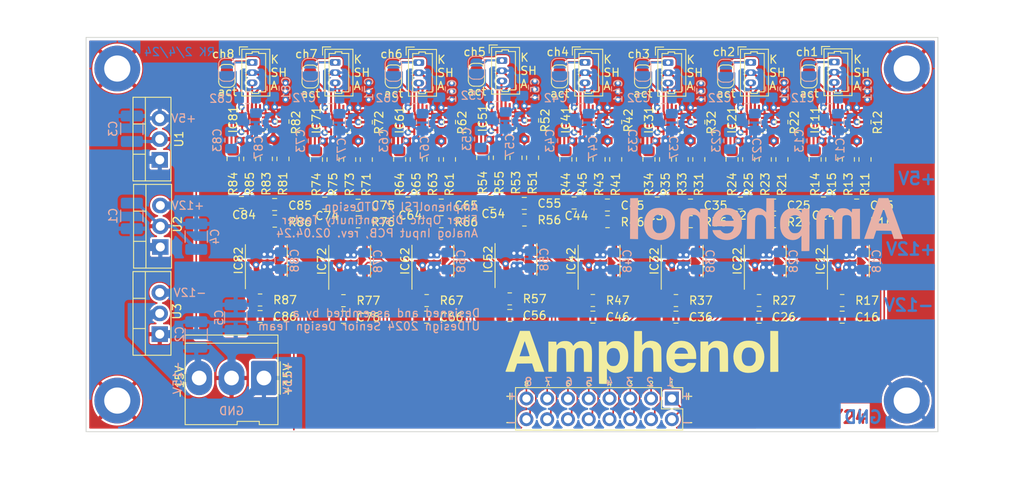
<source format=kicad_pcb>
(kicad_pcb (version 20211014) (generator pcbnew)
  (layers (0 "F.Cu" signal) (1 "In1.Cu" signal) (2 "In2.Cu" signal) (31 "B.Cu" signal) (34 "B.Paste" user) (35 "F.Paste" user) (36 "B.SilkS" user "B.Silkscreen") (37 "F.SilkS" user "F.Silkscreen") (38 "B.Mask" user) (39 "F.Mask" user) (44 "Edge.Cuts" user))
  (net 0 "")
  (net 1 "GND")
  (net 2 "+5V")
  (net 5 "+12V")
  (net 6 "-12V")
  (net 7 "/TIA1/VSUM")
  (net 8 "/TIA1/VPDB")
  (net 9 "/TIA1/VLOG")
  (net 10 "/TIA1/STAGE_2_IN-")
  (net 11 "CH1-")
  (net 12 "CH1+")
  (net 13 "/TIA2/VSUM")
  (net 14 "/TIA2/VPDB")
  (net 15 "/TIA2/VLOG")
  (net 16 "/TIA2/STAGE_2_IN-")
  (net 17 "CH2-")
  (net 18 "CH2+")
  (net 19 "/TIA3/VSUM")
  (net 20 "/TIA3/VPDB")
  (net 21 "/TIA3/VLOG")
  (net 22 "/TIA3/STAGE_2_IN-")
  (net 23 "CH3-")
  (net 24 "CH3+")
  (net 25 "/TIA4/VSUM")
  (net 26 "/TIA4/VPDB")
  (net 27 "/TIA4/VLOG")
  (net 28 "/TIA4/STAGE_2_IN-")
  (net 29 "CH4-")
  (net 30 "CH4+")
  (net 31 "/TIA5/VSUM")
  (net 32 "/TIA5/VPDB")
  (net 33 "/TIA5/VLOG")
  (net 34 "/TIA5/STAGE_2_IN-")
  (net 35 "CH5-")
  (net 36 "CH5+")
  (net 37 "/TIA6/VSUM")
  (net 38 "/TIA6/VPDB")
  (net 39 "/TIA6/VLOG")
  (net 40 "/TIA6/STAGE_2_IN-")
  (net 41 "CH6-")
  (net 42 "CH6+")
  (net 43 "/TIA7/VSUM")
  (net 44 "/TIA7/VPDB")
  (net 45 "/TIA7/VLOG")
  (net 46 "/TIA7/STAGE_2_IN-")
  (net 47 "CH7-")
  (net 48 "CH7+")
  (net 49 "/TIA8/VSUM")
  (net 50 "/TIA8/VPDB")
  (net 51 "/TIA8/VLOG")
  (net 52 "/TIA8/STAGE_2_IN-")
  (net 53 "CH8-")
  (net 54 "CH8+")
  (net 55 "/TIA1/PD_A")
  (net 56 "/TIA1/VREF")
  (net 57 "/TIA1/BF_NG")
  (net 59 "/TIA2/PD_A")
  (net 60 "/TIA2/VREF")
  (net 61 "/TIA2/BF_NG")
  (net 64 "/TIA3/PD_A")
  (net 65 "/TIA3/VREF")
  (net 66 "/TIA3/BF_NG")
  (net 69 "/TIA4/PD_A")
  (net 70 "/TIA4/VREF")
  (net 71 "/TIA4/BF_NG")
  (net 74 "/TIA5/PD_A")
  (net 75 "/TIA5/VREF")
  (net 76 "/TIA5/BF_NG")
  (net 79 "/TIA6/PD_A")
  (net 80 "/TIA6/VREF")
  (net 81 "/TIA6/BF_NG")
  (net 84 "/TIA7/PD_A")
  (net 85 "/TIA7/VREF")
  (net 86 "/TIA7/BF_NG")
  (net 89 "/TIA8/PD_A")
  (net 90 "/TIA8/VREF")
  (net 91 "/TIA8/BF_NG")
  (net 93 "/TIA1/PD_K")
  (net 94 "/TIA2/PD_K")
  (net 95 "/TIA3/PD_K")
  (net 96 "/TIA4/PD_K")
  (net 97 "/TIA5/PD_K")
  (net 98 "/TIA6/PD_K")
  (net 99 "/TIA7/PD_K")
  (net 100 "/TIA8/PD_K")
  (net 101 "+15V")
  (net 102 "-15V")
  (net 103 "/TIA1/BF_OUT")
  (net 104 "/TIA2/BF_OUT")
  (net 105 "/TIA3/BF_OUT")
  (net 106 "/TIA4/BF_OUT")
  (net 107 "/TIA5/BF_OUT")
  (net 108 "/TIA6/BF_OUT")
  (net 109 "/TIA7/BF_OUT")
  (net 110 "/TIA8/BF_OUT")
  (net 111 "/TIA1/STAGE_2_IN+")
  (net 112 "/TIA2/STAGE_2_IN+")
  (net 113 "/TIA3/STAGE_2_IN+")
  (net 114 "/TIA4/STAGE_2_IN+")
  (net 115 "/TIA5/STAGE_2_IN+")
  (net 116 "/TIA6/STAGE_2_IN+")
  (net 117 "/TIA7/STAGE_2_IN+")
  (net 118 "/TIA8/STAGE_2_IN+")
  (footprint "Connector_Molex:Molex_PicoBlade_53047-0310_1x03_P1.25mm_Vertical" (layer "F.Cu") (at 128.2485 75.454 -90)
    (fp_text reference "J7" hide)
    (fp_text value "Conn_01x03_Female")
  )
  (footprint "MountingHole:MountingHole_3.2mm_M3_DIN965_Pad" (layer "F.Cu") (at 101.6 116.84)
    (fp_text reference "REF**" hide)
    (fp_text value "MountingHole_3.2mm_M3_DIN965_Pad")
  )
  (footprint "Capacitor_SMD:C_0805_2012Metric_Pad1.18x1.45mm_HandSolder" (layer "F.Cu") (at 161.5225 92.9081 180)
    (fp_text reference "C45")
    (fp_text value "2.2p")
  )
  (footprint "Resistor_SMD:R_0805_2012Metric_Pad1.20x1.40mm_HandSolder" (layer "F.Cu") (at 139.4245 104.595448)
    (fp_text reference "R67")
    (fp_text value "54.9k")
  )
  (footprint "Resistor_SMD:R_0805_2012Metric_Pad1.20x1.40mm_HandSolder" (layer "F.Cu") (at 160.5065 87.3201 -90)
    (fp_text reference "R43")
    (fp_text value "6.8k")
  )
  (footprint "Jumper:SolderJumper-2_P1.3mm_Open_RoundedPad1.0x1.5mm" (layer "F.Cu") (at 155.6805 77.1601 -90)
    (fp_text reference "JP42" hide)
    (fp_text value "SolderJumper_2_Open")
  )
  (footprint "Capacitor_SMD:C_0805_2012Metric_Pad1.18x1.45mm_HandSolder" (layer "F.Cu") (at 192.0025 92.911448 180)
    (fp_text reference "C15")
    (fp_text value "2.2p")
  )
  (footprint "Resistor_SMD:R_0805_2012Metric_Pad1.20x1.40mm_HandSolder" (layer "F.Cu") (at 150.3465 87.122 -90)
    (fp_text reference "R53")
    (fp_text value "6.8k")
  )
  (footprint "Rob_Lib:AFSI_LOGO_2_color" (layer "F.Cu") (at 171.45 112.014)
    (fp_text reference "")
    (fp_text value "")
  )
  (footprint "Resistor_SMD:R_0805_2012Metric_Pad1.20x1.40mm_HandSolder" (layer "F.Cu") (at 186.9225 87.323448 -90)
    (fp_text reference "R14")
    (fp_text value "8.2k")
  )
  (footprint "Resistor_SMD:R_0805_2012Metric_Pad1.20x1.40mm_HandSolder" (layer "F.Cu") (at 146.2825 87.122 -90)
    (fp_text reference "R54")
    (fp_text value "8.2k")
  )
  (footprint "Package_SO:SOIC-8_3.9x4.9mm_P1.27mm" (layer "F.Cu") (at 160.5065 99.7661 90)
    (fp_text reference "IC42")
    (fp_text value "THS4141CD")
  )
  (footprint "Package_DFN_QFN:QFN-16-1EP_3x3mm_P0.5mm_EP1.45x1.45mm" (layer "F.Cu") (at 169.1425 82.497448 -90)
    (fp_text reference "IC31")
    (fp_text value "ADL5303ACPZ-R7")
  )
  (footprint "Capacitor_SMD:C_0805_2012Metric_Pad1.18x1.45mm_HandSolder" (layer "F.Cu") (at 177.7785 92.657448)
    (fp_text reference "C24")
    (fp_text value "220p")
  )
  (footprint "Jumper:SolderJumper-2_P1.3mm_Open_RoundedPad1.0x1.5mm" (layer "F.Cu") (at 114.9975 77.097448 -90)
    (fp_text reference "JP82" hide)
    (fp_text value "SolderJumper_2_Open")
  )
  (footprint "Capacitor_SMD:C_0805_2012Metric_Pad1.18x1.45mm_HandSolder" (layer "F.Cu") (at 190.2245 106.627448)
    (fp_text reference "C16")
    (fp_text value "2.2p")
  )
  (footprint "Capacitor_SMD:C_0805_2012Metric_Pad1.18x1.45mm_HandSolder" (layer "F.Cu") (at 180.0645 106.627448)
    (fp_text reference "C26")
    (fp_text value "2.2p")
  )
  (footprint "Capacitor_SMD:C_0805_2012Metric_Pad1.18x1.45mm_HandSolder" (layer "F.Cu") (at 167.6185 92.657448)
    (fp_text reference "C34")
    (fp_text value "220p")
  )
  (footprint "Resistor_SMD:R_0805_2012Metric_Pad1.20x1.40mm_HandSolder" (layer "F.Cu") (at 170.6665 87.323448 -90)
    (fp_text reference "R33")
    (fp_text value "6.8k")
  )
  (footprint "Capacitor_SMD:C_0805_2012Metric_Pad1.18x1.45mm_HandSolder" (layer "F.Cu") (at 159.7445 106.6241)
    (fp_text reference "C46")
    (fp_text value "2.2p")
  )
  (footprint "Resistor_SMD:R_0805_2012Metric_Pad1.20x1.40mm_HandSolder" (layer "F.Cu") (at 125.9505 87.339448 -90)
    (fp_text reference "R74")
    (fp_text value "8.2k")
  )
  (footprint "Resistor_SMD:R_0805_2012Metric_Pad1.20x1.40mm_HandSolder" (layer "F.Cu") (at 159.7445 104.5921)
    (fp_text reference "R47")
    (fp_text value "54.9k")
  )
  (footprint "Resistor_SMD:R_0805_2012Metric_Pad1.20x1.40mm_HandSolder" (layer "F.Cu") (at 132.0465 87.339448 90)
    (fp_text reference "R71")
    (fp_text value "10k")
  )
  (footprint "Capacitor_SMD:C_0805_2012Metric_Pad1.18x1.45mm_HandSolder" (layer "F.Cu") (at 157.4585 92.6541)
    (fp_text reference "C44")
    (fp_text value "220p")
  )
  (footprint "Package_DFN_QFN:QFN-16-1EP_3x3mm_P0.5mm_EP1.45x1.45mm" (layer "F.Cu") (at 128.4905 82.513448 -90)
    (fp_text reference "IC71")
    (fp_text value "ADL5303ACPZ-R7")
  )
  (footprint "Resistor_SMD:R_0805_2012Metric_Pad1.20x1.40mm_HandSolder" (layer "F.Cu") (at 138.1545 87.323448 90)
    (fp_text reference "R65")
    (fp_text value "33k")
  )
  (footprint "Package_TO_SOT_THT:TO-220-3_Vertical" (layer "F.Cu") (at 106.792 87.376 90)
    (fp_text reference "U1")
    (fp_text value "LM7805_TO220")
  )
  (footprint "Resistor_SMD:R_0805_2012Metric_Pad1.20x1.40mm_HandSolder" (layer "F.Cu") (at 119.8235 87.257448 -90)
    (fp_text reference "R83")
    (fp_text value "6.8k")
  )
  (footprint "Package_SO:SOIC-8_3.9x4.9mm_P1.27mm" (layer "F.Cu") (at 170.6665 99.769448 90)
    (fp_text reference "IC32")
    (fp_text value "THS4141CD")
  )
  (footprint "Connector_Molex:Molex_PicoBlade_53047-0310_1x03_P1.25mm_Vertical" (layer "F.Cu") (at 158.7865 75.454 -90)
    (fp_text reference "J4" hide)
    (fp_text value "Conn_01x03_Female")
  )
  (footprint "Package_DFN_QFN:QFN-16-1EP_3x3mm_P0.5mm_EP1.45x1.45mm" (layer "F.Cu") (at 118.2995 82.431448 -90)
    (fp_text reference "IC81")
    (fp_text value "ADL5303ACPZ-R7")
  )
  (footprint "Jumper:SolderJumper-2_P1.3mm_Open_RoundedPad1.0x1.5mm" (layer "F.Cu") (at 186.1605 77.163448 -90)
    (fp_text reference "JP12" hide)
    (fp_text value "SolderJumper_2_Open")
  )
  (footprint "Resistor_SMD:R_0805_2012Metric_Pad1.20x1.40mm_HandSolder" (layer "F.Cu") (at 181.8585 94.943448 180)
    (fp_text reference "R26")
    (fp_text value "54.9k")
  )
  (footprint "Resistor_SMD:R_0805_2012Metric_Pad1.20x1.40mm_HandSolder" (layer "F.Cu") (at 166.6025 87.323448 -90)
    (fp_text reference "R34")
    (fp_text value "8.2k")
  )
  (footprint "Capacitor_SMD:C_0805_2012Metric_Pad1.18x1.45mm_HandSolder" (layer "F.Cu") (at 116.7755 92.591448)
    (fp_text reference "C84")
    (fp_text value "220p")
  )
  (footprint "Capacitor_SMD:C_0805_2012Metric_Pad1.18x1.45mm_HandSolder" (layer "F.Cu") (at 147.2985 92.456)
    (fp_text reference "C54")
    (fp_text value "220p")
  )
  (footprint "Resistor_SMD:R_0805_2012Metric_Pad1.20x1.40mm_HandSolder" (layer "F.Cu") (at 119.0615 104.529448)
    (fp_text reference "R87")
    (fp_text value "54.9k")
  )
  (footprint "Package_DFN_QFN:QFN-16-1EP_3x3mm_P0.5mm_EP1.45x1.45mm" (layer "F.Cu") (at 158.9825 82.4941 -90)
    (fp_text reference "IC41")
    (fp_text value "ADL5303ACPZ-R7")
  )
  (footprint "Resistor_SMD:R_0805_2012Metric_Pad1.20x1.40mm_HandSolder" (layer "F.Cu") (at 168.6345 87.323448 90)
    (fp_text reference "R35")
    (fp_text value "33k")
  )
  (footprint "Resistor_SMD:R_0805_2012Metric_Pad1.20x1.40mm_HandSolder" (layer "F.Cu") (at 171.6985 94.943448 180)
    (fp_text reference "R36")
    (fp_text value "54.9k")
  )
  (footprint "Package_DFN_QFN:QFN-16-1EP_3x3mm_P0.5mm_EP1.45x1.45mm" (layer "F.Cu") (at 189.4625 82.497448 -90)
    (fp_text reference "IC11")
    (fp_text value "ADL5303ACPZ-R7")
  )
  (footprint "Jumper:SolderJumper-2_P1.3mm_Open_RoundedPad1.0x1.5mm" (layer "F.Cu") (at 125.1885 77.179448 -90)
    (fp_text reference "JP72" hide)
    (fp_text value "SolderJumper_2_Open")
  )
  (footprint "Rob_Lib:utd_round" (layer "F.Cu") (at 130.048 115.062)
    (fp_text reference "")
    (fp_text value "")
  )
  (footprint "Resistor_SMD:R_0805_2012Metric_Pad1.20x1.40mm_HandSolder" (layer "F.Cu") (at 136.1225 87.323448 -90)
    (fp_text reference "R64")
    (fp_text value "8.2k")
  )
  (footprint "Connector_Molex:Molex_PicoBlade_53047-0310_1x03_P1.25mm_Vertical" (layer "F.Cu") (at 148.6265 75.22 -90)
    (fp_text reference "J5" hide)
    (fp_text value "Conn_01x03_Female")
  )
  (footprint "Resistor_SMD:R_0805_2012Metric_Pad1.20x1.40mm_HandSolder" (layer "F.Cu") (at 148.3145 87.122 90)
    (fp_text reference "R55")
    (fp_text value "33k")
  )
  (footprint "Capacitor_SMD:C_0805_2012Metric_Pad1.18x1.45mm_HandSolder" (layer "F.Cu") (at 126.9665 92.673448)
    (fp_text reference "C74")
    (fp_text value "220p")
  )
  (footprint "MountingHole:MountingHole_3.2mm_M3_DIN965_Pad" (layer "F.Cu") (at 198.12 116.84)
    (fp_text reference "REF**" hide)
    (fp_text value "MountingHole_3.2mm_M3_DIN965_Pad")
  )
  (footprint "Resistor_SMD:R_0805_2012Metric_Pad1.20x1.40mm_HandSolder" (layer "F.Cu") (at 115.7595 87.257448 -90)
    (fp_text reference "R84")
    (fp_text value "8.2k")
  )
  (footprint "Resistor_SMD:R_0805_2012Metric_Pad1.20x1.40mm_HandSolder" (layer "F.Cu") (at 172.6985 87.323448 90)
    (fp_text reference "R31")
    (fp_text value "10k")
  )
  (footprint "Resistor_SMD:R_0805_2012Metric_Pad1.20x1.40mm_HandSolder" (layer "F.Cu") (at 162.5385 87.3201 90)
    (fp_text reference "R41")
    (fp_text value "10k")
  )
  (footprint "Package_DFN_QFN:QFN-16-1EP_3x3mm_P0.5mm_EP1.45x1.45mm" (layer "F.Cu") (at 148.8225 82.296 -90)
    (fp_text reference "IC51")
    (fp_text value "ADL5303ACPZ-R7")
  )
  (footprint "Capacitor_SMD:C_0805_2012Metric_Pad1.18x1.45mm_HandSolder" (layer "F.Cu") (at 171.6825 92.911448 180)
    (fp_text reference "C35")
    (fp_text value "2.2p")
  )
  (footprint "Jumper:SolderJumper-2_P1.3mm_Open_RoundedPad1.0x1.5mm" (layer "F.Cu") (at 165.8405 77.163448 -90)
    (fp_text reference "JP32" hide)
    (fp_text value "SolderJumper_2_Open")
  )
  (footprint "Capacitor_SMD:C_0805_2012Metric_Pad1.18x1.45mm_HandSolder" (layer "F.Cu") (at 181.8425 92.911448 180)
    (fp_text reference "C25")
    (fp_text value "2.2p")
  )
  (footprint "Resistor_SMD:R_0805_2012Metric_Pad1.20x1.40mm_HandSolder" (layer "F.Cu") (at 161.5385 94.9401 180)
    (fp_text reference "R46")
    (fp_text value "54.9k")
  )
  (footprint "Capacitor_SMD:C_0805_2012Metric_Pad1.18x1.45mm_HandSolder" (layer "F.Cu") (at 187.9385 92.657448)
    (fp_text reference "C14")
    (fp_text value "220p")
  )
  (footprint "Capacitor_SMD:C_0805_2012Metric_Pad1.18x1.45mm_HandSolder" (layer "F.Cu") (at 137.1385 92.657448)
    (fp_text reference "C64")
    (fp_text value "220p")
  )
  (footprint "Capacitor_SMD:C_0805_2012Metric_Pad1.18x1.45mm_HandSolder" (layer "F.Cu") (at 119.0615 106.561448)
    (fp_text reference "C86")
    (fp_text value "2.2p")
  )
  (footprint "Capacitor_SMD:C_0805_2012Metric_Pad1.18x1.45mm_HandSolder" (layer "F.Cu") (at 120.8395 92.845448 180)
    (fp_text reference "C85")
    (fp_text value "2.2p")
  )
  (footprint "Jumper:SolderJumper-2_P1.3mm_Open_RoundedPad1.0x1.5mm" (layer "F.Cu") (at 145.5205 76.962 -90)
    (fp_text reference "JP52" hide)
    (fp_text value "SolderJumper_2_Open")
  )
  (footprint "Resistor_SMD:R_0805_2012Metric_Pad1.20x1.40mm_HandSolder" (layer "F.Cu") (at 121.8555 87.257448 90)
    (fp_text reference "R81")
    (fp_text value "10k")
  )
  (footprint "Resistor_SMD:R_0805_2012Metric_Pad1.20x1.40mm_HandSolder" (layer "F.Cu") (at 142.2185 87.323448 90)
    (fp_text reference "R61")
    (fp_text value "10k")
  )
  (footprint "Jumper:SolderJumper-2_P1.3mm_Open_RoundedPad1.0x1.5mm" (layer "F.Cu") (at 176.0005 77.163448 -90)
    (fp_text reference "JP22" hide)
    (fp_text value "SolderJumper_2_Open")
  )
  (footprint "Resistor_SMD:R_0805_2012Metric_Pad1.20x1.40mm_HandSolder" (layer "F.Cu") (at 121.8555 82.685448 -90)
    (fp_text reference "R82")
    (fp_text value "10k")
  )
  (footprint "Package_SO:SOIC-8_3.9x4.9mm_P1.27mm" (layer "F.Cu") (at 150.3465 99.568 90)
    (fp_text reference "IC52")
    (fp_text value "THS4141CD")
  )
  (footprint "Connector_Molex:Molex_PicoBlade_53047-0310_1x03_P1.25mm_Vertical" (layer "F.Cu") (at 138.4665 75.474 -90)
    (fp_text reference "J6" hide)
    (fp_text value "Conn_01x03_Female")
  )
  (footprint "Resistor_SMD:R_0805_2012Metric_Pad1.20x1.40mm_HandSolder" (layer "F.Cu") (at 120.8555 94.877448 180)
    (fp_text reference "R86")
    (fp_text value "54.9k")
  )
  (footprint "Jumper:SolderJumper-2_P1.3mm_Open_RoundedPad1.0x1.5mm" (layer "F.Cu") (at 135.3605 77.163448 -90)
    (fp_text reference "JP62" hide)
    (fp_text value "SolderJumper_2_Open")
  )
  (footprint "Package_TO_SOT_THT:TO-220-3_Vertical" (layer "F.Cu") (at 106.863 98.044 90)
    (fp_text reference "U2")
    (fp_text value "LM7812_TO220")
  )
  (footprint "Resistor_SMD:R_0805_2012Metric_Pad1.20x1.40mm_HandSolder" (layer "F.Cu") (at 180.8265 87.323448 -90)
    (fp_text reference "R23")
    (fp_text value "6.8k")
  )
  (footprint "Resistor_SMD:R_0805_2012Metric_Pad1.20x1.40mm_HandSolder" (layer "F.Cu") (at 127.9825 87.339448 90)
    (fp_text reference "R75")
    (fp_text value "33k")
  )
  (footprint "Package_SO:SOIC-8_3.9x4.9mm_P1.27mm" (layer "F.Cu") (at 180.8265 99.769448 90)
    (fp_text reference "IC22")
    (fp_text value "THS4141CD")
  )
  (footprint "Resistor_SMD:R_0805_2012Metric_Pad1.20x1.40mm_HandSolder" (layer "F.Cu") (at 132.0465 82.767448 -90)
    (fp_text reference "R72")
    (fp_text value "10k")
  )
  (footprint "Capacitor_SMD:C_0805_2012Metric_Pad1.18x1.45mm_HandSolder" (layer "F.Cu") (at 131.0305 92.927448 180)
    (fp_text reference "C75")
    (fp_text value "2.2p")
  )
  (footprint "Connector_Molex:Molex_KK-396_5273-03A_1x03_P3.96mm_Vertical" (layer "F.Cu") (at 119.53 114.075 180)
    (fp_text reference "J10" hide)
    (fp_text value "Conn_01x03_Female")
  )
  (footprint "Package_DFN_QFN:QFN-16-1EP_3x3mm_P0.5mm_EP1.45x1.45mm" (layer "F.Cu") (at 179.3025 82.497448 -90)
    (fp_text reference "IC21")
    (fp_text value "ADL5303ACPZ-R7")
  )
  (footprint "Connector_Molex:Molex_PicoBlade_53047-0310_1x03_P1.25mm_Vertical" (layer "F.Cu") (at 189.2665 75.405448 -90)
    (fp_text reference "J1" hide)
    (fp_text value "Conn_01x03_Female")
  )
  (footprint "Resistor_SMD:R_0805_2012Metric_Pad1.20x1.40mm_HandSolder" (layer "F.Cu") (at 130.0145 87.339448 -90)
    (fp_text reference "R73")
    (fp_text value "6.8k")
  )
  (footprint "Resistor_SMD:R_0805_2012Metric_Pad1.20x1.40mm_HandSolder" (layer "F.Cu") (at 188.9545 87.323448 90)
    (fp_text reference "R15")
    (fp_text value "33k")
  )
  (footprint "Resistor_SMD:R_0805_2012Metric_Pad1.20x1.40mm_HandSolder" (layer "F.Cu") (at 152.3785 82.55 -90)
    (fp_text reference "R52")
    (fp_text value "10k")
  )
  (footprint "Resistor_SMD:R_0805_2012Metric_Pad1.20x1.40mm_HandSolder" (layer "F.Cu") (at 182.8585 82.751448 -90)
    (fp_text reference "R22")
    (fp_text value "10k")
  )
  (footprint "Resistor_SMD:R_0805_2012Metric_Pad1.20x1.40mm_HandSolder" (layer "F.Cu") (at 131.0465 94.959448 180)
    (fp_text reference "R76")
    (fp_text value "54.9k")
  )
  (footprint "Resistor_SMD:R_0805_2012Metric_Pad1.20x1.40mm_HandSolder" (layer "F.Cu") (at 129.2525 104.611448)
    (fp_text reference "R77")
    (fp_text value "54.9k")
  )
  (footprint "Package_SO:SOIC-8_3.9x4.9mm_P1.27mm" (layer "F.Cu") (at 140.1865 99.769448 90)
    (fp_text reference "IC62")
    (fp_text value "THS4141CD")
  )
  (footprint "Resistor_SMD:R_0805_2012Metric_Pad1.20x1.40mm_HandSolder" (layer "F.Cu") (at 190.2245 104.595448)
    (fp_text reference "R17")
    (fp_text value "54.9k")
  )
  (footprint "Resistor_SMD:R_0805_2012Metric_Pad1.20x1.40mm_HandSolder" (layer "F.Cu") (at 152.3785 87.122 90)
    (fp_text reference "R51")
    (fp_text value "10k")
  )
  (footprint "Capacitor_SMD:C_0805_2012Metric_Pad1.18x1.45mm_HandSolder" (layer "F.Cu") (at 139.4245 106.627448)
    (fp_text reference "C66")
    (fp_text value "2.2p")
  )
  (footprint "Resistor_SMD:R_0805_2012Metric_Pad1.20x1.40mm_HandSolder" (layer "F.Cu") (at 151.3785 94.742 180)
    (fp_text reference "R56")
    (fp_text value "54.9k")
  )
  (footprint "Connector_Molex:Molex_PicoBlade_53047-0310_1x03_P1.25mm_Vertical" (layer "F.Cu") (at 118.0885 75.454 -90)
    (fp_text reference "J8" hide)
    (fp_text value "Conn_01x03_Female")
  )
  (footprint "Resistor_SMD:R_0805_2012Metric_Pad1.20x1.40mm_HandSolder" (layer "F.Cu") (at 117.7915 87.257448 90)
    (fp_text reference "R85")
    (fp_text value "33k")
  )
  (footprint "Resistor_SMD:R_0805_2012Metric_Pad1.20x1.40mm_HandSolder" (layer "F.Cu") (at 141.2185 94.943448 180)
    (fp_text reference "R66")
    (fp_text value "54.9k")
  )
  (footprint "Resistor_SMD:R_0805_2012Metric_Pad1.20x1.40mm_HandSolder" (layer "F.Cu") (at 193.0185 87.323448 90)
    (fp_text reference "R11")
    (fp_text value "10k")
  )
  (footprint "Package_TO_SOT_THT:TO-220-3_Vertical" (layer "F.Cu") (at 106.792 108.712 90)
    (fp_text reference "U3")
    (fp_text value "MC79M12_TO220")
  )
  (footprint "Resistor_SMD:R_0805_2012Metric_Pad1.20x1.40mm_HandSolder" (layer "F.Cu") (at 156.4425 87.3201 -90)
    (fp_text reference "R44")
    (fp_text value "8.2k")
  )
  (footprint "Package_DFN_QFN:QFN-16-1EP_3x3mm_P0.5mm_EP1.45x1.45mm" (layer "F.Cu") (at 138.6625 82.497448 -90)
    (fp_text reference "IC61")
    (fp_text value "ADL5303ACPZ-R7")
  )
  (footprint "Capacitor_SMD:C_0805_2012Metric_Pad1.18x1.45mm_HandSolder" (layer "F.Cu") (at 129.2525 106.643448)
    (fp_text reference "C76")
    (fp_text value "2.2p")
  )
  (footprint "Connector_Molex:Molex_PicoBlade_53047-0310_1x03_P1.25mm_Vertical" (layer "F.Cu") (at 179.0485 75.454 -90)
    (fp_text reference "J2" hide)
    (fp_text value "Conn_01x03_Female")
  )
  (footprint "Capacitor_SMD:C_0805_2012Metric_Pad1.18x1.45mm_HandSolder" (layer "F.Cu") (at 169.9045 106.627448)
    (fp_text reference "C36")
    (fp_text value "2.2p")
  )
  (footprint "Resistor_SMD:R_0805_2012Metric_Pad1.20x1.40mm_HandSolder" (layer "F.Cu") (at 169.9045 104.595448)
    (fp_text reference "R37")
    (fp_text value "54.9k")
  )
  (footprint "Resistor_SMD:R_0805_2012Metric_Pad1.20x1.40mm_HandSolder" (layer "F.Cu") (at 172.6985 82.751448 -90)
    (fp_text reference "R32")
    (fp_text value "10k")
  )
  (footprint "Resistor_SMD:R_0805_2012Metric_Pad1.20x1.40mm_HandSolder" (layer "F.Cu") (at 140.1865 87.323448 -90)
    (fp_text reference "R63")
    (fp_text value "6.8k")
  )
  (footprint "MountingHole:MountingHole_3.2mm_M3_DIN965_Pad" (layer "F.Cu") (at 198.12 76.2)
    (fp_text reference "REF**" hide)
    (fp_text value "MountingHole_3.2mm_M3_DIN965_Pad")
  )
  (footprint "Resistor_SMD:R_0805_2012Metric_Pad1.20x1.40mm_HandSolder" (layer "F.Cu") (at 158.4745 87.3201 90)
    (fp_text reference "R45")
    (fp_text value "33k")
  )
  (footprint "Resistor_SMD:R_0805_2012Metric_Pad1.20x1.40mm_HandSolder" (layer "F.Cu") (at 142.2185 82.751448 -90)
    (fp_text reference "R62")
    (fp_text value "10k")
  )
  (footprint "Capacitor_SMD:C_0805_2012Metric_Pad1.18x1.45mm_HandSolder" (layer "F.Cu") (at 151.3625 92.71 180)
    (fp_text reference "C55")
    (fp_text value "2.2p")
  )
  (footprint "MountingHole:MountingHole_3.2mm_M3_DIN965_Pad" (layer "F.Cu") (at 101.6 76.2)
    (fp_text reference "REF**" hide)
    (fp_text value "MountingHole_3.2mm_M3_DIN965_Pad")
  )
  (footprint "Connector_Molex:Molex_PicoBlade_53047-0310_1x03_P1.25mm_Vertical" (layer "F.Cu") (at 168.9465 75.474 -90)
    (fp_text reference "J3" hide)
    (fp_text value "Conn_01x03_Female")
  )
  (footprint "Resistor_SMD:R_0805_2012Metric_Pad1.20x1.40mm_HandSolder" (layer "F.Cu") (at 193.0185 82.751448 -90)
    (fp_text reference "R12")
    (fp_text value "10k")
  )
  (footprint "Resistor_SMD:R_0805_2012Metric_Pad1.20x1.40mm_HandSolder" (layer "F.Cu") (at 178.7945 87.323448 90)
    (fp_text reference "R25")
    (fp_text value "33k")
  )
  (footprint "Package_SO:SOIC-8_3.9x4.9mm_P1.27mm" (layer "F.Cu") (at 130.0145 99.785448 90)
    (fp_text reference "IC72")
    (fp_text value "THS4141CD")
  )
  (footprint "Package_SO:SOIC-8_3.9x4.9mm_P1.27mm" (layer "F.Cu") (at 190.9865 99.769448 90)
    (fp_text reference "IC12")
    (fp_text value "THS4141CD")
  )
  (footprint "Resistor_SMD:R_0805_2012Metric_Pad1.20x1.40mm_HandSolder" (layer "F.Cu") (at 149.5845 104.394)
    (fp_text reference "R57")
    (fp_text value "54.9k")
  )
  (footprint "Package_SO:SOIC-8_3.9x4.9mm_P1.27mm" (layer "F.Cu") (at 119.8235 99.703448 90)
    (fp_text reference "IC82")
    (fp_text value "THS4141CD")
  )
  (footprint "Resistor_SMD:R_0805_2012Metric_Pad1.20x1.40mm_HandSolder" (layer "F.Cu") (at 176.7625 87.323448 -90)
    (fp_text reference "R24")
    (fp_text value "8.2k")
  )
  (footprint "Connector_PinHeader_2.54mm:PinHeader_2x08_P2.54mm_Vertical" (layer "F.Cu") (at 169.403 116.581 -90)
    (fp_text reference "J9" hide)
    (fp_text value "Conn_02x08_Odd_Even")
  )
  (footprint "Resistor_SMD:R_0805_2012Metric_Pad1.20x1.40mm_HandSolder" (layer "F.Cu") (at 162.5385 82.7481 -90)
    (fp_text reference "R42")
    (fp_text value "10k")
  )
  (footprint "Resistor_SMD:R_0805_2012Metric_Pad1.20x1.40mm_HandSolder" (layer "F.Cu") (at 180.0645 104.595448)
    (fp_text reference "R27")
    (fp_text value "54.9k")
  )
  (footprint "Capacitor_SMD:C_0805_2012Metric_Pad1.18x1.45mm_HandSolder" (layer "F.Cu") (at 149.5845 106.426)
    (fp_text reference "C56")
    (fp_text value "2.2p")
  )
  (footprint "Capacitor_SMD:C_0805_2012Metric_Pad1.18x1.45mm_HandSolder" (layer "F.Cu") (at 141.2025 92.911448 180)
    (fp_text reference "C65")
    (fp_text value "2.2p")
  )
  (footprint "Resistor_SMD:R_0805_2012Metric_Pad1.20x1.40mm_HandSolder" (layer "F.Cu") (at 190.9865 87.323448 -90)
    (fp_text reference "R13")
    (fp_text value "6.8k")
  )
  (footprint "Resistor_SMD:R_0805_2012Metric_Pad1.20x1.40mm_HandSolder" (layer "F.Cu") (at 192.0185 94.943448 180)
    (fp_text reference "R16")
    (fp_text value "54.9k")
  )
  (footprint "Resistor_SMD:R_0805_2012Metric_Pad1.20x1.40mm_HandSolder" (layer "F.Cu") (at 182.8585 87.323448 90)
    (fp_text reference "R21")
    (fp_text value "10k")
  )
  (footprint "Capacitor_SMD:C_0805_2012Metric_Pad1.18x1.45mm_HandSolder" (layer "B.Cu") (at 171.45 78.687448 -90)
    (fp_text reference "C31")
    (fp_text value "100n")
  )
  (footprint "Jumper:SolderJumper-2_P1.3mm_Open_RoundedPad1.0x1.5mm" (layer "B.Cu") (at 135.3605 76.358 -90)
    (fp_text reference "JP61" hide)
    (fp_text value "SolderJumper_2_Open")
  )
  (footprint "Capacitor_SMD:C_0805_2012Metric_Pad1.18x1.45mm_HandSolder" (layer "B.Cu") (at 117.5375 79.756)
    (fp_text reference "C82")
    (fp_text value "100n")
  )
  (footprint "Capacitor_SMD:C_0805_2012Metric_Pad1.18x1.45mm_HandSolder" (layer "B.Cu") (at 125.6965 85.053448 -90)
    (fp_text reference "C73")
    (fp_text value "18p")
  )
  (footprint "Capacitor_SMD:C_0805_2012Metric_Pad1.18x1.45mm_HandSolder" (layer "B.Cu") (at 191.77 78.687448 -90)
    (fp_text reference "C11")
    (fp_text value "100n")
  )
  (footprint "Capacitor_SMD:C_0805_2012Metric_Pad1.18x1.45mm_HandSolder" (layer "B.Cu") (at 169.3965 82.751448 -90)
    (fp_text reference "C37")
    (fp_text value "100n")
  )
  (footprint "Capacitor_SMD:C_0805_2012Metric_Pad1.18x1.45mm_HandSolder" (layer "B.Cu") (at 159.2365 82.7481 -90)
    (fp_text reference "C47")
    (fp_text value "100n")
  )
  (footprint "Capacitor_SMD:C_0805_2012Metric_Pad1.18x1.45mm_HandSolder" (layer "B.Cu") (at 161.29 78.6841 -90)
    (fp_text reference "C41")
    (fp_text value "100n")
  )
  (footprint "Jumper:SolderJumper-2_P1.3mm_Open_RoundedPad1.0x1.5mm" (layer "B.Cu") (at 155.6805 76.358 -90)
    (fp_text reference "JP41" hide)
    (fp_text value "SolderJumper_2_Open")
  )
  (footprint "Capacitor_SMD:C_0805_2012Metric_Pad1.18x1.45mm_HandSolder" (layer "B.Cu") (at 137.9005 79.756)
    (fp_text reference "C62")
    (fp_text value "100n")
  )
  (footprint "Capacitor_SMD:C_0805_2012Metric_Pad1.18x1.45mm_HandSolder" (layer "B.Cu") (at 146.0285 84.836 -90)
    (fp_text reference "C53")
    (fp_text value "18p")
  )
  (footprint "Capacitor_SMD:C_0805_2012Metric_Pad1.18x1.45mm_HandSolder" (layer "B.Cu") (at 189.7165 82.751448 -90)
    (fp_text reference "C17")
    (fp_text value "100n")
  )
  (footprint "Capacitor_SMD:C_0805_2012Metric_Pad1.18x1.45mm_HandSolder" (layer "B.Cu") (at 131.7925 99.785448 90)
    (fp_text reference "C78")
    (fp_text value "100n")
  )
  (footprint "Jumper:SolderJumper-2_P1.3mm_Open_RoundedPad1.0x1.5mm" (layer "B.Cu") (at 125.2005 76.358 -90)
    (fp_text reference "JP71" hide)
    (fp_text value "SolderJumper_2_Open")
  )
  (footprint "Capacitor_SMD:C_0805_2012Metric_Pad1.18x1.45mm_HandSolder" (layer "B.Cu") (at 156.1885 85.0341 -90)
    (fp_text reference "C43")
    (fp_text value "18p")
  )
  (footprint "Capacitor_SMD:C_0805_2012Metric_Pad1.18x1.45mm_HandSolder" (layer "B.Cu") (at 192.7645 99.769448 90)
    (fp_text reference "C18")
    (fp_text value "100n")
  )
  (footprint "Capacitor_SMD:C_0805_2012Metric_Pad1.18x1.45mm_HandSolder" (layer "B.Cu") (at 120.65 78.621448 -90)
    (fp_text reference "C81")
    (fp_text value "100n")
  )
  (footprint "Capacitor_SMD:C_0805_2012Metric_Pad1.18x1.45mm_HandSolder" (layer "B.Cu") (at 127.7285 79.756)
    (fp_text reference "C72")
    (fp_text value "100n")
  )
  (footprint "Jumper:SolderJumper-2_P1.3mm_Open_RoundedPad1.0x1.5mm" (layer "B.Cu") (at 114.9975 76.358 -90)
    (fp_text reference "JP81" hide)
    (fp_text value "SolderJumper_2_Open")
  )
  (footprint "Capacitor_SMD:C_0805_2012Metric_Pad1.18x1.45mm_HandSolder" (layer "B.Cu") (at 121.6015 99.703448 90)
    (fp_text reference "C88")
    (fp_text value "100n")
  )
  (footprint "Capacitor_SMD:C_0805_2012Metric_Pad1.18x1.45mm_HandSolder" (layer "B.Cu") (at 181.61 78.687448 -90)
    (fp_text reference "C21")
    (fp_text value "100n")
  )
  (footprint "Capacitor_SMD:C_0805_2012Metric_Pad1.18x1.45mm_HandSolder" (layer "B.Cu") (at 168.3805 79.756)
    (fp_text reference "C32")
    (fp_text value "100n")
  )
  (footprint "Capacitor_SMD:C_0805_2012Metric_Pad1.18x1.45mm_HandSolder" (layer "B.Cu") (at 158.2205 79.756)
    (fp_text reference "C42")
    (fp_text value "100n")
  )
  (footprint "Capacitor_SMD:C_1210_3225Metric_Pad1.33x2.70mm_HandSolder" (layer "B.Cu") (at 116.078 106.68 90)
    (fp_text reference "C5")
    (fp_text value "22u")
  )
  (footprint "Capacitor_SMD:C_0805_2012Metric_Pad1.18x1.45mm_HandSolder" (layer "B.Cu") (at 140.97 78.687448 -90)
    (fp_text reference "C61")
    (fp_text value "100n")
  )
  (footprint "Rob_Lib:utd_tx" (layer "B.Cu") (at 174.244 110.744 180)
    (fp_text reference "G***" hide)
    (fp_text value "LOGO" hide)
  )
  (footprint "Capacitor_SMD:C_0805_2012Metric_Pad1.18x1.45mm_HandSolder" (layer "B.Cu") (at 162.2845 99.7661 90)
    (fp_text reference "C48")
    (fp_text value "100n")
  )
  (footprint "Capacitor_SMD:C_1210_3225Metric_Pad1.33x2.70mm_HandSolder" (layer "B.Cu") (at 111.252 96.774 -90)
    (fp_text reference "C4")
    (fp_text value "22u")
  )
  (footprint "Capacitor_SMD:C_0805_2012Metric_Pad1.18x1.45mm_HandSolder" (layer "B.Cu") (at 130.81 78.703448 -90)
    (fp_text reference "C71")
    (fp_text value "100n")
  )
  (footprint "Capacitor_SMD:C_0805_2012Metric_Pad1.18x1.45mm_HandSolder" (layer "B.Cu") (at 141.9645 99.769448 90)
    (fp_text reference "C68")
    (fp_text value "100n")
  )
  (footprint "Capacitor_SMD:C_0805_2012Metric_Pad1.18x1.45mm_HandSolder" (layer "B.Cu") (at 128.7445 82.767448 -90)
    (fp_text reference "C77")
    (fp_text value "100n")
  )
  (footprint "Jumper:SolderJumper-2_P1.3mm_Open_RoundedPad1.0x1.5mm" (layer "B.Cu") (at 165.8405 76.358 -90)
    (fp_text reference "JP31" hide)
    (fp_text value "SolderJumper_2_Open")
  )
  (footprint "Capacitor_SMD:C_1210_3225Metric_Pad1.33x2.70mm_HandSolder" (layer "B.Cu") (at 103.378 94.234 90)
    (fp_text reference "C1")
    (fp_text value "22u")
  )
  (footprint "Jumper:SolderJumper-2_P1.3mm_Open_RoundedPad1.0x1.5mm" (layer "B.Cu") (at 186.1605 76.358 -90)
    (fp_text reference "JP11" hide)
    (fp_text value "SolderJumper_2_Open")
  )
  (footprint "Capacitor_SMD:C_0805_2012Metric_Pad1.18x1.45mm_HandSolder" (layer "B.Cu") (at 148.0605 79.502)
    (fp_text reference "C52")
    (fp_text value "100n")
  )
  (footprint "Capacitor_SMD:C_0805_2012Metric_Pad1.18x1.45mm_HandSolder" (layer "B.Cu") (at 176.5085 85.037448 -90)
    (fp_text reference "C23")
    (fp_text value "18p")
  )
  (footprint "Capacitor_SMD:C_1210_3225Metric_Pad1.33x2.70mm_HandSolder" (layer "B.Cu") (at 103.378 83.566 -90)
    (fp_text reference "C3")
    (fp_text value "22u")
  )
  (footprint "Capacitor_SMD:C_0805_2012Metric_Pad1.18x1.45mm_HandSolder" (layer "B.Cu") (at 151.13 78.486 -90)
    (fp_text reference "C51")
    (fp_text value "100n")
  )
  (footprint "Capacitor_SMD:C_0805_2012Metric_Pad1.18x1.45mm_HandSolder" (layer "B.Cu") (at 172.4445 99.769448 90)
    (fp_text reference "C38")
    (fp_text value "100n")
  )
  (footprint "Capacitor_SMD:C_0805_2012Metric_Pad1.18x1.45mm_HandSolder" (layer "B.Cu") (at 135.8685 85.037448 -90)
    (fp_text reference "C63")
    (fp_text value "18p")
  )
  (footprint "Jumper:SolderJumper-2_P1.3mm_Open_RoundedPad1.0x1.5mm" (layer "B.Cu") (at 145.5205 76.104 -90)
    (fp_text reference "JP51" hide)
    (fp_text value "SolderJumper_2_Open")
  )
  (footprint "Capacitor_SMD:C_1210_3225Metric_Pad1.33x2.70mm_HandSolder" (layer "B.Cu") (at 111.252 108.7505 -90)
    (fp_text reference "C2")
    (fp_text value "22u")
  )
  (footprint "Capacitor_SMD:C_0805_2012Metric_Pad1.18x1.45mm_HandSolder" (layer "B.Cu") (at 188.7005 79.756)
    (fp_text reference "C12")
    (fp_text value "100n")
  )
  (footprint "Capacitor_SMD:C_0805_2012Metric_Pad1.18x1.45mm_HandSolder" (layer "B.Cu") (at 179.5565 82.751448 -90)
    (fp_text reference "C27")
    (fp_text value "100n")
  )
  (footprint "Capacitor_SMD:C_0805_2012Metric_Pad1.18x1.45mm_HandSolder" (layer "B.Cu") (at 152.1245 99.568 90)
    (fp_text reference "C58")
    (fp_text value "100n")
  )
  (footprint "Rob_Lib:AFSI_LOGO_2_color" (layer "B.Cu") (at 175.26 95.758 180)
    (fp_text reference "")
    (fp_text value "")
  )
  (footprint "Capacitor_SMD:C_0805_2012Metric_Pad1.18x1.45mm_HandSolder" (layer "B.Cu") (at 118.5535 82.685448 -90)
    (fp_text reference "C87")
    (fp_text value "100n")
  )
  (footprint "Jumper:SolderJumper-2_P1.3mm_Open_RoundedPad1.0x1.5mm" (layer "B.Cu") (at 176.0005 76.47 -90)
    (fp_text reference "JP21" hide)
    (fp_text value "SolderJumper_2_Open")
  )
  (footprint "Capacitor_SMD:C_0805_2012Metric_Pad1.18x1.45mm_HandSolder" (layer "B.Cu") (at 166.3485 85.037448 -90)
    (fp_text reference "C33")
    (fp_text value "18p")
  )
  (footprint "Capacitor_SMD:C_0805_2012Metric_Pad1.18x1.45mm_HandSolder" (layer "B.Cu") (at 186.6685 85.037448 -90)
    (fp_text reference "C13")
    (fp_text value "18p")
  )
  (footprint "Capacitor_SMD:C_0805_2012Metric_Pad1.18x1.45mm_HandSolder" (layer "B.Cu") (at 178.5405 79.756)
    (fp_text reference "C22")
    (fp_text value "100n")
  )
  (footprint "Capacitor_SMD:C_0805_2012Metric_Pad1.18x1.45mm_HandSolder" (layer "B.Cu") (at 138.9165 82.751448 -90)
    (fp_text reference "C67")
    (fp_text value "100n")
  )
  (footprint "Capacitor_SMD:C_0805_2012Metric_Pad1.18x1.45mm_HandSolder" (layer "B.Cu") (at 149.0765 82.55 -90)
    (fp_text reference "C57")
    (fp_text value "100n")
  )
  (footprint "Capacitor_SMD:C_0805_2012Metric_Pad1.18x1.45mm_HandSolder" (layer "B.Cu") (at 115.5055 84.971448 -90)
    (fp_text reference "C83")
    (fp_text value "18p")
  )
  (footprint "Capacitor_SMD:C_0805_2012Metric_Pad1.18x1.45mm_HandSolder" (layer "B.Cu") (at 182.6045 99.769448 90)
    (fp_text reference "C28")
    (fp_text value "100n")
  )
  (gr_line (start 111.252 79.502) (end 111.252 109.22) (layer "F.Cu") (width 0.2))
  (gr_line (start 121.92 109.22) (end 123.19 110.49) (layer "F.Cu") (width 0.2))
  (gr_line (start 111.252 109.22) (end 121.92 109.22) (layer "F.Cu") (width 0.2))
  (gr_line (start 123.19 110.49) (end 123.19 120.396) (layer "F.Cu") (width 0.2))
  (gr_line locked (start 201.93 72.39) (end 97.79 72.39) (layer "Edge.Cuts") (width 0.1))
  (gr_line locked (start 97.79 120.65) (end 201.93 120.65) (layer "Edge.Cuts") (width 0.1))
  (gr_line locked (start 97.79 72.39) (end 97.79 120.65) (layer "Edge.Cuts") (width 0.1))
  (gr_line locked (start 201.93 120.65) (end 201.93 72.39) (layer "Edge.Cuts") (width 0.1))
  (gr_text "RK 2/4/24" (at 186.69 118.872) (layer "F.Cu") (effects (font (size 1.5 1.5) (thickness 0.3))))
  (gr_text "+12V" (at 198.628 98.298) (layer "B.Cu") (effects (font (size 1.5 1.5) (thickness 0.3)) (justify mirror)))
  (gr_text "RK 2/4/24" (at 109.22 74.168) (layer "B.Cu") (effects (font (size 1 1)) (justify mirror)))
  (gr_text "-12V" (at 198.374 105.156) (layer "B.Cu") (effects (font (size 1.5 1.5) (thickness 0.3)) (justify mirror)))
  (gr_text "+5V" (at 199.39 89.662) (layer "B.Cu") (effects (font (size 1.5 1.5) (thickness 0.3)) (justify mirror)))
  (gr_text "GND" (at 192.786 118.872) (layer "B.Cu") (effects (font (size 1.5 1.5) (thickness 0.3)) (justify mirror)))
  (gr_text "+\n\n-" (at 171.196 117.856) (layer "B.SilkS") (effects (font (size 1 1)) (justify mirror)))
  (gr_text "AmphenolFSI / UTDesign\nFiber Optic Discontinuity Tester\nAnalog Input PCB, rev. 02.04.24" (at 145.796 94.742) (layer "B.SilkS") (effects (font (size 1 1)) (justify left mirror)))
  (gr_text "-12V" (at 110.49 103.632) (layer "B.SilkS") (effects (font (size 1 1)) (justify mirror)))
  (gr_text "+15V" (at 122.428 114.046 90) (layer "B.SilkS") (effects (font (size 1 1)) (justify mirror)))
  (gr_text "Designed and assembled by a\nUTDesign 2024 Senior Design Team" (at 146.05 106.934) (layer "B.SilkS") (effects (font (size 1 1)) (justify left mirror)))
  (gr_text "GND" (at 115.57 118.11) (layer "B.SilkS") (effects (font (size 1 1)) (justify mirror)))
  (gr_text "-15V" (at 108.966 114.046 90) (layer "B.SilkS") (effects (font (size 1 1)) (justify mirror)))
  (gr_text "+\n\n-" (at 149.86 117.856) (layer "B.SilkS") (effects (font (size 1 1)) (justify mirror)))
  (gr_text "1  2  3  4  5  6  7  8" (at 160.528 114.554) (layer "B.SilkS") (effects (font (size 1 1)) (justify mirror)))
  (gr_text "+12V" (at 110.236 92.964) (layer "B.SilkS") (effects (font (size 1 1)) (justify mirror)))
  (gr_text "+5V" (at 109.728 82.296) (layer "B.SilkS") (effects (font (size 1 1)) (justify mirror)))
  (gr_text "act" (at 165.862 79.248) (layer "F.SilkS") (effects (font (size 1 1))))
  (gr_text "act" (at 135.382 79.248) (layer "F.SilkS") (effects (font (size 1 1))))
  (gr_text "act" (at 176.022 79.248) (layer "F.SilkS") (effects (font (size 1 1))))
  (gr_text "+\n\n-" (at 149.606 117.851) (layer "F.SilkS") (effects (font (size 1 1))))
  (gr_text "ch6" (at 135.128 74.422) (layer "F.SilkS") (effects (font (size 1 1))))
  (gr_text "act" (at 125.222 79.248) (layer "F.SilkS") (effects (font (size 1 1))))
  (gr_text "K\nSH\nA" (at 120.2485 76.704) (layer "F.SilkS") (effects (font (size 1 1)) (justify left)))
  (gr_text "8    7    6    5    4    3    2    1" (at 160.528 114.808) (layer "F.SilkS") (effects (font (size 0.635 0.635) (thickness 0.1016))))
  (gr_text "K\nSH\nA" (at 130.4085 76.704) (layer "F.SilkS") (effects (font (size 1 1)) (justify left)))
  (gr_text "ch1" (at 185.928 74.168) (layer "F.SilkS") (effects (font (size 1 1))))
  (gr_text "K\nSH\nA" (at 191.516 76.708) (layer "F.SilkS") (effects (font (size 1 1)) (justify left)))
  (gr_text "K\nSH\nA" (at 181.2085 76.704) (layer "F.SilkS") (effects (font (size 1 1)) (justify left)))
  (gr_text "K\nSH\nA" (at 160.9465 76.704) (layer "F.SilkS") (effects (font (size 1 1)) (justify left)))
  (gr_text "K\nSH\nA" (at 171.1065 76.724) (layer "F.SilkS") (effects (font (size 1 1)) (justify left)))
  (gr_text "ch2" (at 175.768 74.168) (layer "F.SilkS") (effects (font (size 1 1))))
  (gr_text "act" (at 115.062 79.054) (layer "F.SilkS") (effects (font (size 1 1))))
  (gr_text "ch5" (at 145.288 74.168) (layer "F.SilkS") (effects (font (size 1 1))))
  (gr_text "act" (at 145.542 78.994) (layer "F.SilkS") (effects (font (size 1 1))))
  (gr_text "ch7" (at 124.714 74.422) (layer "F.SilkS") (effects (font (size 1 1))))
  (gr_text "+15V" (at 122.428 114.3 90) (layer "F.SilkS") (effects (font (size 1 1))))
  (gr_text "act" (at 155.702 79.248) (layer "F.SilkS") (effects (font (size 1 1))))
  (gr_text "K\nSH\nA" (at 150.7865 76.47) (layer "F.SilkS") (effects (font (size 1 1)) (justify left)))
  (gr_text "ch3" (at 165.354 74.422) (layer "F.SilkS") (effects (font (size 1 1))))
  (gr_text "-15V" (at 109.22 114.554 90) (layer "F.SilkS") (effects (font (size 1 1))))
  (gr_text "act" (at 186.182 79.248) (layer "F.SilkS") (effects (font (size 1 1))))
  (gr_text "K\nSH\nA" (at 140.6265 76.724) (layer "F.SilkS") (effects (font (size 1 1)) (justify left)))
  (gr_text "ch4" (at 155.448 74.168) (layer "F.SilkS") (effects (font (size 1 1))))
  (gr_text "+\n\n-" (at 171.45 117.856) (layer "F.SilkS") (effects (font (size 1 1))))
  (gr_text "ch8" (at 114.554 74.422) (layer "F.SilkS") (effects (font (size 1 1))))
  (segment (start 159.4905 100.5281) (end 159.4905 101.2901) (width 0.25) (layer "F.Cu") (net 1))
  (segment (start 149.3305 100.33) (end 149.3305 101.092) (width 0.25) (layer "F.Cu") (net 1))
  (segment (start 139.1705 100.531448) (end 139.1705 101.293448) (width 0.25) (layer "F.Cu") (net 1))
  (segment (start 128.9985 100.547448) (end 128.9985 101.309448) (width 0.25) (layer "F.Cu") (net 1))
  (segment (start 118.8075 100.465448) (end 118.8075 101.227448) (width 0.25) (layer "F.Cu") (net 1))
  (segment (start 179.8105 100.531448) (end 179.8105 101.293448) (width 0.25) (layer "F.Cu") (net 1))
  (segment (start 169.6505 100.531448) (end 169.6505 101.293448) (width 0.25) (layer "F.Cu") (net 1))
  (segment (start 189.9705 100.531448) (end 189.9705 101.293448) (width 0.25) (layer "F.Cu") (net 1))
  (segment (start 170.58 81.747448) (end 170.58 81.059948) (width 0.25) (layer "F.Cu") (net 1))
  (segment (start 160.42 81.7441) (end 160.42 81.0566) (width 0.25) (layer "F.Cu") (net 1))
  (segment (start 150.26 81.546) (end 150.26 80.8585) (width 0.25) (layer "F.Cu") (net 1))
  (segment (start 140.1 81.747448) (end 140.1 81.059948) (width 0.25) (layer "F.Cu") (net 1))
  (segment (start 129.928 81.763448) (end 129.928 81.075948) (width 0.25) (layer "F.Cu") (net 1))
  (segment (start 180.74 81.747448) (end 180.74 81.059948) (width 0.25) (layer "F.Cu") (net 1))
  (segment (start 190.9 81.747448) (end 190.9 81.059948) (width 0.25) (layer "F.Cu") (net 1))
  (segment (start 188.9545 86.323448) (end 188.9545 86.307448) (width 0.25) (layer "F.Cu") (net 1))
  (segment (start 158.4745 86.3201) (end 158.4745 86.3041) (width 0.25) (layer "F.Cu") (net 1))
  (segment (start 148.3145 86.122) (end 148.3145 86.106) (width 0.25) (layer "F.Cu") (net 1))
  (segment (start 138.1545 86.323448) (end 138.1545 86.307448) (width 0.25) (layer "F.Cu") (net 1))
  (segment (start 127.9825 86.339448) (end 127.9825 86.323448) (width 0.25) (layer "F.Cu") (net 1))
  (segment (start 117.7915 86.257448) (end 117.7915 86.241448) (width 0.25) (layer "F.Cu") (net 1))
  (segment (start 178.7945 86.323448) (end 178.7945 86.307448) (width 0.25) (layer "F.Cu") (net 1))
  (segment (start 168.6345 86.323448) (end 168.6345 86.307448) (width 0.25) (layer "F.Cu") (net 1))
  (segment (start 172.4605 81.751448) (end 171.6825 80.973448) (width 0.25) (layer "F.Cu") (net 1))
  (segment (start 162.3005 81.7481) (end 161.5225 80.9701) (width 0.25) (layer "F.Cu") (net 1))
  (segment (start 152.1405 81.55) (end 151.3625 80.772) (width 0.25) (layer "F.Cu") (net 1))
  (segment (start 141.9805 81.751448) (end 141.2025 80.973448) (width 0.25) (layer "F.Cu") (net 1))
  (segment (start 131.8085 81.767448) (end 131.0305 80.989448) (width 0.25) (layer "F.Cu") (net 1))
  (segment (start 121.6175 81.685448) (end 120.8395 80.907448) (width 0.25) (layer "F.Cu") (net 1))
  (segment (start 182.6205 81.751448) (end 181.8425 80.973448) (width 0.25) (layer "F.Cu") (net 1))
  (segment (start 192.7805 81.751448) (end 192.0025 80.973448) (width 0.25) (layer "F.Cu") (net 1))
  (segment (start 187.4345 82.747448) (end 187.1765 83.005448) (width 0.25) (layer "F.Cu") (net 1))
  (segment (start 156.9545 82.7441) (end 156.6965 83.0021) (width 0.25) (layer "F.Cu") (net 1))
  (segment (start 146.7945 82.546) (end 146.5365 82.804) (width 0.25) (layer "F.Cu") (net 1))
  (segment (start 136.6345 82.747448) (end 136.3765 83.005448) (width 0.25) (layer "F.Cu") (net 1))
  (segment (start 126.4625 82.763448) (end 126.2045 83.021448) (width 0.25) (layer "F.Cu") (net 1))
  (segment (start 116.2715 82.681448) (end 116.0135 82.939448) (width 0.25) (layer "F.Cu") (net 1))
  (segment (start 177.2745 82.747448) (end 177.0165 83.005448) (width 0.25) (layer "F.Cu") (net 1))
  (segment (start 167.1145 82.747448) (end 166.8565 83.005448) (width 0.25) (layer "F.Cu") (net 1))
  (segment (start 159.2365 100.2741) (end 159.4905 100.5281) (width 0.25) (layer "F.Cu") (net 1))
  (segment (start 149.0765 100.076) (end 149.3305 100.33) (width 0.25) (layer "F.Cu") (net 1))
  (segment (start 138.9165 100.277448) (end 139.1705 100.531448) (width 0.25) (layer "F.Cu") (net 1))
  (segment (start 128.7445 100.293448) (end 128.9985 100.547448) (width 0.25) (layer "F.Cu") (net 1))
  (segment (start 118.5535 100.211448) (end 118.8075 100.465448) (width 0.25) (layer "F.Cu") (net 1))
  (segment (start 179.5565 100.277448) (end 179.8105 100.531448) (width 0.25) (layer "F.Cu") (net 1))
  (segment (start 169.3965 100.277448) (end 169.6505 100.531448) (width 0.25) (layer "F.Cu") (net 1))
  (segment (start 189.7165 100.277448) (end 189.9705 100.531448) (width 0.25) (layer "F.Cu") (net 1))
  (segment (start 190.3515 102.244448) (end 190.3515 101.674448) (width 0.25) (layer "F.Cu") (net 1))
  (segment (start 159.8715 102.2411) (end 159.8715 101.6711) (width 0.25) (layer "F.Cu") (net 1))
  (segment (start 149.7115 102.043) (end 149.7115 101.473) (width 0.25) (layer "F.Cu") (net 1))
  (segment (start 139.5515 102.244448) (end 139.5515 101.674448) (width 0.25) (layer "F.Cu") (net 1))
  (segment (start 129.3795 102.260448) (end 129.3795 101.690448) (width 0.25) (layer "F.Cu") (net 1))
  (segment (start 119.1885 102.178448) (end 119.1885 101.608448) (width 0.25) (layer "F.Cu") (net 1))
  (segment (start 180.1915 102.244448) (end 180.1915 101.674448) (width 0.25) (layer "F.Cu") (net 1))
  (segment (start 170.0315 102.244448) (end 170.0315 101.674448) (width 0.25) (layer "F.Cu") (net 1))
  (segment (start 171.707484 82.747448) (end 171.712714 82.742218) (width 0.25) (layer "F.Cu") (net 1))
  (segment (start 161.547484 82.7441) (end 161.552714 82.73887) (width 0.25) (layer "F.Cu") (net 1))
  (segment (start 151.387484 82.546) (end 151.392714 82.54077) (width 0.25) (layer "F.Cu") (net 1))
  (segment (start 141.227484 82.747448) (end 141.232714 82.742218) (width 0.25) (layer "F.Cu") (net 1))
  (segment (start 131.055484 82.763448) (end 131.060714 82.758218) (width 0.25) (layer "F.Cu") (net 1))
  (segment (start 120.864484 82.681448) (end 120.869714 82.676218) (width 0.25) (layer "F.Cu") (net 1))
  (segment (start 181.867484 82.747448) (end 181.872714 82.742218) (width 0.25) (layer "F.Cu") (net 1))
  (segment (start 192.027484 82.747448) (end 192.032714 82.742218) (width 0.25) (layer "F.Cu") (net 1))
  (segment (start 187.1765 83.005448) (end 187.1765 84.529448) (width 0.25) (layer "F.Cu") (net 1))
  (segment (start 156.6965 83.0021) (end 156.6965 84.5261) (width 0.25) (layer "F.Cu") (net 1))
  (segment (start 146.5365 82.804) (end 146.5365 84.328) (width 0.25) (layer "F.Cu") (net 1))
  (segment (start 136.3765 83.005448) (end 136.3765 84.529448) (width 0.25) (layer "F.Cu") (net 1))
  (segment (start 126.2045 83.021448) (end 126.2045 84.545448) (width 0.25) (layer "F.Cu") (net 1))
  (segment (start 116.0135 82.939448) (end 116.0135 84.463448) (width 0.25) (layer "F.Cu") (net 1))
  (segment (start 177.0165 83.005448) (end 177.0165 84.529448) (width 0.25) (layer "F.Cu") (net 1))
  (segment (start 166.8565 83.005448) (end 166.8565 84.529448) (width 0.25) (layer "F.Cu") (net 1))
  (segment (start 170.58 82.247448) (end 170.58 81.747448) (width 0.25) (layer "F.Cu") (net 1))
  (segment (start 160.42 82.2441) (end 160.42 81.7441) (width 0.25) (layer "F.Cu") (net 1))
  (segment (start 150.26 82.046) (end 150.26 81.546) (width 0.25) (layer "F.Cu") (net 1))
  (segment (start 140.1 82.247448) (end 140.1 81.747448) (width 0.25) (layer "F.Cu") (net 1))
  (segment (start 129.928 82.263448) (end 129.928 81.763448) (width 0.25) (layer "F.Cu") (net 1))
  (segment (start 180.74 82.247448) (end 180.74 81.747448) (width 0.25) (layer "F.Cu") (net 1))
  (segment (start 190.9 82.247448) (end 190.9 81.747448) (width 0.25) (layer "F.Cu") (net 1))
  (segment (start 187.1765 84.529448) (end 187.6845 85.037448) (width 0.25) (layer "F.Cu") (net 1))
  (segment (start 156.6965 84.5261) (end 157.2045 85.0341) (width 0.25) (layer "F.Cu") (net 1))
  (segment (start 146.5365 84.328) (end 147.0445 84.836) (width 0.25) (layer "F.Cu") (net 1))
  (segment (start 136.3765 84.529448) (end 136.8845 85.037448) (width 0.25) (layer "F.Cu") (net 1))
  (segment (start 126.2045 84.545448) (end 126.7125 85.053448) (width 0.25) (layer "F.Cu") (net 1))
  (segment (start 116.0135 84.463448) (end 116.5215 84.971448) (width 0.25) (layer "F.Cu") (net 1))
  (segment (start 177.0165 84.529448) (end 177.5245 85.037448) (width 0.25) (layer "F.Cu") (net 1))
  (segment (start 166.8565 84.529448) (end 167.3645 85.037448) (width 0.25) (layer "F.Cu") (net 1))
  (segment (start 172.6985 81.751448) (end 172.4605 81.751448) (width 0.25) (layer "F.Cu") (net 1))
  (segment (start 162.5385 81.7481) (end 162.3005 81.7481) (width 0.25) (layer "F.Cu") (net 1))
  (segment (start 152.3785 81.55) (end 152.1405 81.55) (width 0.25) (layer "F.Cu") (net 1))
  (segment (start 142.2185 81.751448) (end 141.9805 81.751448) (width 0.25) (layer "F.Cu") (net 1))
  (segment (start 132.0465 81.767448) (end 131.8085 81.767448) (width 0.25) (layer "F.Cu") (net 1))
  (segment (start 121.8555 81.685448) (end 121.6175 81.685448) (width 0.25) (layer "F.Cu") (net 1))
  (segment (start 182.8585 81.751448) (end 182.6205 81.751448) (width 0.25) (layer "F.Cu") (net 1))
  (segment (start 193.0185 81.751448) (end 192.7805 81.751448) (width 0.25) (layer "F.Cu") (net 1))
  (segment (start 170.58 82.747448) (end 170.58 82.247448) (width 0.25) (layer "F.Cu") (net 1))
  (segment (start 160.42 82.7441) (end 160.42 82.2441) (width 0.25) (layer "F.Cu") (net 1))
  (segment (start 150.26 82.546) (end 150.26 82.046) (width 0.25) (layer "F.Cu") (net 1))
  (segment (start 140.1 82.747448) (end 140.1 82.247448) (width 0.25) (layer "F.Cu") (net 1))
  (segment (start 129.928 82.763448) (end 129.928 82.263448) (width 0.25) (layer "F.Cu") (net 1))
  (segment (start 180.74 82.747448) (end 180.74 82.247448) (width 0.25) (layer "F.Cu") (net 1))
  (segment (start 190.9 82.747448) (end 190.9 82.247448) (width 0.25) (layer "F.Cu") (net 1))
  (segment (start 170.58 81.059948) (end 170.6665 80.973448) (width 0.25) (layer "F.Cu") (net 1))
  (segment (start 160.42 81.0566) (end 160.5065 80.9701) (width 0.25) (layer "F.Cu") (net 1))
  (segment (start 150.26 80.8585) (end 150.3465 80.772) (width 0.25) (layer "F.Cu") (net 1))
  (segment (start 140.1 81.059948) (end 140.1865 80.973448) (width 0.25) (layer "F.Cu") (net 1))
  (segment (start 129.928 81.075948) (end 130.0145 80.989448) (width 0.25) (layer "F.Cu") (net 1))
  (segment (start 180.74 81.059948) (end 180.8265 80.973448) (width 0.25) (layer "F.Cu") (net 1))
  (segment (start 190.9 81.059948) (end 190.9865 80.973448) (width 0.25) (layer "F.Cu") (net 1))
  (segment (start 188.025 82.747448) (end 187.4345 82.747448) (width 0.25) (layer "F.Cu") (net 1))
  (segment (start 157.545 82.7441) (end 156.9545 82.7441) (width 0.25) (layer "F.Cu") (net 1))
  (segment (start 147.385 82.546) (end 146.7945 82.546) (width 0.25) (layer "F.Cu") (net 1))
  (segment (start 137.225 82.747448) (end 136.6345 82.747448) (width 0.25) (layer "F.Cu") (net 1))
  (segment (start 127.053 82.763448) (end 126.4625 82.763448) (width 0.25) (layer "F.Cu") (net 1))
  (segment (start 116.862 82.681448) (end 116.2715 82.681448) (width 0.25) (layer "F.Cu") (net 1))
  (segment (start 177.865 82.747448) (end 177.2745 82.747448) (width 0.25) (layer "F.Cu") (net 1))
  (segment (start 167.705 82.747448) (end 167.1145 82.747448) (width 0.25) (layer "F.Cu") (net 1))
  (segment (start 170.58 82.747448) (end 171.707484 82.747448) (width 0.25) (layer "F.Cu") (net 1))
  (segment (start 160.42 82.7441) (end 161.547484 82.7441) (width 0.25) (layer "F.Cu") (net 1))
  (segment (start 150.26 82.546) (end 151.387484 82.546) (width 0.25) (layer "F.Cu") (net 1))
  (segment (start 140.1 82.747448) (end 141.227484 82.747448) (width 0.25) (layer "F.Cu") (net 1))
  (segment (start 129.928 82.763448) (end 131.055484 82.763448) (width 0.25) (layer "F.Cu") (net 1))
  (segment (start 119.737 82.681448) (end 120.864484 82.681448) (width 0.25) (layer "F.Cu") (net 1))
  (segment (start 180.74 82.747448) (end 181.867484 82.747448) (width 0.25) (layer "F.Cu") (net 1))
  (segment (start 190.9 82.747448) (end 192.027484 82.747448) (width 0.25) (layer "F.Cu") (net 1))
  (segment (start 190.3515 101.674448) (end 189.9705 101.293448) (width 0.25) (layer "F.Cu") (net 1))
  (segment (start 159.8715 101.6711) (end 159.4905 101.2901) (width 0.25) (layer "F.Cu") (net 1))
  (segment (start 149.7115 101.473) (end 149.3305 101.092) (width 0.25) (layer "F.Cu") (net 1))
  (segment (start 139.5515 101.674448) (end 139.1705 101.293448) (width 0.25) (layer "F.Cu") (net 1))
  (segment (start 129.3795 101.690448) (end 128.9985 101.309448) (width 0.25) (layer "F.Cu") (net 1))
  (segment (start 119.1885 101.608448) (end 118.8075 101.227448) (width 0.25) (layer "F.Cu") (net 1))
  (segment (start 180.1915 101.674448) (end 179.8105 101.293448) (width 0.25) (layer "F.Cu") (net 1))
  (segment (start 170.0315 101.674448) (end 169.6505 101.293448) (width 0.25) (layer "F.Cu") (net 1))
  (segment (start 188.9545 86.307448) (end 187.6845 85.037448) (width 0.25) (layer "F.Cu") (net 1))
  (segment (start 158.4745 86.3041) (end 157.2045 85.0341) (width 0.25) (layer "F.Cu") (net 1))
  (segment (start 148.3145 86.106) (end 147.0445 84.836) (width 0.25) (layer "F.Cu") (net 1))
  (segment (start 138.1545 86.307448) (end 136.8845 85.037448) (width 0.25) (layer "F.Cu") (net 1))
  (segment (start 127.9825 86.323448) (end 126.7125 85.053448) (width 0.25) (layer "F.Cu") (net 1))
  (segment (start 117.7915 86.241448) (end 116.5215 84.971448) (width 0.25) (layer "F.Cu") (net 1))
  (segment (start 178.7945 86.307448) (end 177.5245 85.037448) (width 0.25) (layer "F.Cu") (net 1))
  (segment (start 168.6345 86.307448) (end 167.3645 85.037448) (width 0.25) (layer "F.Cu") (net 1))
  (via (at 162.814 80.01) (size 0.8) (drill 0.4) (layers "F.Cu" "B.Cu") (net 1))
  (via (at 151.384 84.836) (size 0.8) (drill 0.4) (layers "F.Cu" "B.Cu") (net 1))
  (via (at 141.224 85.09) (size 0.8) (drill 0.4) (layers "F.Cu" "B.Cu") (net 1))
  (via (at 193.294 77.978) (size 0.8) (drill 0.4) (layers "F.Cu" "B.Cu") (net 1))
  (via (at 172.974 77.978) (size 0.8) (drill 0.4) (layers "F.Cu" "B.Cu") (net 1))
  (via (at 120.65 84.836) (size 0.8) (drill 0.4) (layers "F.Cu" "B.Cu") (net 1))
  (via (at 193.294 78.994) (size 0.8) (drill 0.4) (layers "F.Cu" "B.Cu") (net 1))
  (via (at 183.134 80.01) (size 0.8) (drill 0.4) (layers "F.Cu" "B.Cu") (net 1))
  (via (at 192.024 85.09) (size 0.8) (drill 0.4) (layers "F.Cu" "B.Cu") (net 1))
  (via (at 150.3465 80.772) (size 0.8) (drill 0.4) (layers "F.Cu" "B.Cu") (net 1))
  (via (at 170.6665 80.973448) (size 0.8) (drill 0.4) (layers "F.Cu" "B.Cu") (net 1))
  (via (at 180.8265 80.973448) (size 0.8) (drill 0.4) (layers "F.Cu" "B.Cu") (net 1))
  (via (at 160.5065 80.9701) (size 0.8) (drill 0.4) (layers "F.Cu" "B.Cu") (net 1))
  (via (at 119.8235 80.907448) (size 0.8) (drill 0.4) (layers "F.Cu" "B.Cu") (net 1))
  (via (at 130.0145 80.989448) (size 0.8) (drill 0.4) (layers "F.Cu" "B.Cu") (net 1))
  (via (at 140.1865 80.973448) (size 0.8) (drill 0.4) (layers "F.Cu" "B.Cu") (net 1))
  (via (at 190.9865 80.973448) (size 0.8) (drill 0.4) (layers "F.Cu" "B.Cu") (net 1))
  (via (at 162.814 78.994) (size 0.8) (drill 0.4) (layers "F.Cu" "B.Cu") (net 1))
  (via (at 162.814 77.978) (size 0.8) (drill 0.4) (layers "F.Cu" "B.Cu") (net 1))
  (via (at 142.494 77.978) (size 0.8) (drill 0.4) (layers "F.Cu" "B.Cu") (net 1))
  (via (at 122.174 80.01) (size 0.8) (drill 0.4) (layers "F.Cu" "B.Cu") (net 1))
  (via (at 192.032714 82.742218) (size 0.8) (drill 0.4) (layers "F.Cu" "B.Cu") (net 1))
  (via (at 141.232714 82.742218) (size 0.8) (drill 0.4) (layers "F.Cu" "B.Cu") (net 1))
  (via (at 171.712714 82.742218) (size 0.8) (drill 0.4) (layers "F.Cu" "B.Cu") (net 1))
  (via (at 161.552714 82.73887) (size 0.8) (drill 0.4) (layers "F.Cu" "B.Cu") (net 1))
  (via (at 181.872714 82.742218) (size 0.8) (drill 0.4) (layers "F.Cu" "B.Cu") (net 1))
  (via (at 151.392714 82.54077) (size 0.8) (drill 0.4) (layers "F.Cu" "B.Cu") (net 1))
  (via (at 131.060714 82.758218) (size 0.8) (drill 0.4) (layers "F.Cu" "B.Cu") (net 1))
  (via (at 120.869714 82.676218) (size 0.8) (drill 0.4) (layers "F.Cu" "B.Cu") (net 1))
  (via (at 161.544 85.09) (size 0.8) (drill 0.4) (layers "F.Cu" "B.Cu") (net 1))
  (via (at 172.974 78.994) (size 0.8) (drill 0.4) (layers "F.Cu" "B.Cu") (net 1))
  (via (at 131.064 85.09) (size 0.8) (drill 0.4) (layers "F.Cu" "B.Cu") (net 1))
  (via (at 181.864 85.037448) (size 0.8) (drill 0.4) (layers "F.Cu" "B.Cu") (net 1))
  (via (at 142.494 78.994) (size 0.8) (drill 0.4) (layers "F.Cu" "B.Cu") (net 1))
  (via (at 142.494 80.01) (size 0.8) (drill 0.4) (layers "F.Cu" "B.Cu") (net 1))
  (via (at 171.704 85.037448) (size 0.8) (drill 0.4) (layers "F.Cu" "B.Cu") (net 1))
  (via (at 192.0025 80.973448) (size 0.8) (drill 0.4) (layers "F.Cu" "B.Cu") (net 1))
  (via (at 151.3625 80.772) (size 0.8) (drill 0.4) (layers "F.Cu" "B.Cu") (net 1))
  (via (at 181.8425 80.973448) (size 0.8) (drill 0.4) (layers "F.Cu" "B.Cu") (net 1))
  (via (at 171.6825 80.973448) (size 0.8) (drill 0.4) (layers "F.Cu" "B.Cu") (net 1))
  (via (at 161.5225 80.9701) (size 0.8) (drill 0.4) (layers "F.Cu" "B.Cu") (net 1))
  (via (at 120.8395 80.907448) (size 0.8) (drill 0.4) (layers "F.Cu" "B.Cu") (net 1))
  (via (at 131.0305 80.989448) (size 0.8) (drill 0.4) (layers "F.Cu" "B.Cu") (net 1))
  (via (at 141.2025 80.973448) (size 0.8) (drill 0.4) (layers "F.Cu" "B.Cu") (net 1))
  (via (at 132.334 78.994) (size 0.8) (drill 0.4) (layers "F.Cu" "B.Cu") (net 1))
  (via (at 152.654 78.74) (size 0.8) (drill 0.4) (layers "F.Cu" "B.Cu") (net 1))
  (via (at 187.6845 85.037448) (size 0.8) (drill 0.4) (layers "F.Cu" "B.Cu") (net 1))
  (via (at 147.0445 84.836) (size 0.8) (drill 0.4) (layers "F.Cu" "B.Cu") (net 1))
  (via (at 157.2045 85.0341) (size 0.8) (drill 0.4) (layers "F.Cu" "B.Cu") (net 1))
  (via (at 136.8845 85.037448) (size 0.8) (drill 0.4) (layers "F.Cu" "B.Cu") (net 1))
  (via (at 167.3645 85.037448) (size 0.8) (drill 0.4) (layers "F.Cu" "B.Cu") (net 1))
  (via (at 177.5245 85.037448) (size 0.8) (drill 0.4) (layers "F.Cu" "B.Cu") (net 1))
  (via (at 126.7125 85.053448) (size 0.8) (drill 0.4) (layers "F.Cu" "B.Cu") (net 1))
  (via (at 116.5215 84.971448) (size 0.8) (drill 0.4) (layers "F.Cu" "B.Cu") (net 1))
  (via (at 132.334 80.01) (size 0.8) (drill 0.4) (layers "F.Cu" "B.Cu") (net 1))
  (via (at 172.974 80.01) (size 0.8) (drill 0.4) (layers "F.Cu" "B.Cu") (net 1))
  (via (at 189.7165 100.277448) (size 0.8) (drill 0.4) (layers "F.Cu" "B.Cu") (net 1))
  (via (at 159.2365 100.2741) (size 0.8) (drill 0.4) (layers "F.Cu" "B.Cu") (net 1))
  (via (at 149.0765 100.076) (size 0.8) (drill 0.4) (layers "F.Cu" "B.Cu") (net 1))
  (via (at 138.9165 100.277448) (size 0.8) (drill 0.4) (layers "F.Cu" "B.Cu") (net 1))
  (via (at 179.5565 100.277448) (size 0.8) (drill 0.4) (layers "F.Cu" "B.Cu") (net 1))
  (via (at 169.3965 100.277448) (size 0.8) (drill 0.4) (layers "F.Cu" "B.Cu") (net 1))
  (via (at 128.7445 100.293448) (size 0.8) (drill 0.4) (layers "F.Cu" "B.Cu") (net 1))
  (via (at 118.5535 100.211448) (size 0.8) (drill 0.4) (layers "F.Cu" "B.Cu") (net 1))
  (via (at 122.174 77.978) (size 0.8) (drill 0.4) (layers "F.Cu" "B.Cu") (net 1))
  (via (at 183.134 77.978) (size 0.8) (drill 0.4) (layers "F.Cu" "B.Cu") (net 1))
  (via (at 132.334 77.978) (size 0.8) (drill 0.4) (layers "F.Cu" "B.Cu") (net 1))
  (via (at 183.134 78.994) (size 0.8) (drill 0.4) (layers "F.Cu" "B.Cu") (net 1))
  (via (at 193.294 80.01) (size 0.8) (drill 0.4) (layers "F.Cu" "B.Cu") (net 1))
  (via (at 152.654 77.724) (size 0.8) (drill 0.4) (layers "F.Cu" "B.Cu") (net 1))
  (via (at 152.654 79.756) (size 0.8) (drill 0.4) (layers "F.Cu" "B.Cu") (net 1))
  (via (at 122.174 78.994) (size 0.8) (drill 0.4) (layers "F.Cu" "B.Cu") (net 1))
  (segment (start 111.252 107.188) (end 111.252 108.458) (width 0.4) (layer "B.Cu") (net 1))
  (segment (start 190.246 81.713948) (end 190.9865 80.973448) (width 0.25) (layer "B.Cu") (net 1))
  (segment (start 159.766 81.7106) (end 160.5065 80.9701) (width 0.25) (layer "B.Cu") (net 1))
  (segment (start 149.606 81.5125) (end 150.3465 80.772) (width 0.25) (layer "B.Cu") (net 1))
  (segment (start 139.446 81.713948) (end 140.1865 80.973448) (width 0.25) (layer "B.Cu") (net 1))
  (segment (start 129.274 81.729948) (end 130.0145 80.989448) (width 0.25) (layer "B.Cu") (net 1))
  (segment (start 119.083 81.647948) (end 119.8235 80.907448) (width 0.25) (layer "B.Cu") (net 1))
  (segment (start 180.086 81.713948) (end 180.8265 80.973448) (width 0.25) (layer "B.Cu") (net 1))
  (segment (start 169.926 81.713948) (end 170.6665 80.973448) (width 0.25) (layer "B.Cu") (net 1))
  (segment (start 160.5065 80.9701) (end 160.5065 80.2296) (width 0.25) (layer "B.Cu") (net 1))
  (segment (start 150.3465 80.772) (end 150.3465 80.0315) (width 0.25) (layer "B.Cu") (net 1))
  (segment (start 140.1865 80.973448) (end 140.1865 80.232948) (width 0.25) (layer "B.Cu") (net 1))
  (segment (start 130.0145 80.989448) (end 130.0145 80.248948) (width 0.25) (layer "B.Cu") (net 1))
  (segment (start 119.8235 80.907448) (end 119.8235 80.166948) (width 0.25) (layer "B.Cu") (net 1))
  (segment (start 180.8265 80.973448) (end 180.8265 80.232948) (width 0.25) (layer "B.Cu") (net 1))
  (segment (start 170.6665 80.973448) (end 170.6665 80.232948) (width 0.25) (layer "B.Cu") (net 1))
  (segment (start 190.9865 80.973448) (end 190.9865 80.232948) (width 0.25) (layer "B.Cu") (net 1))
  (segment (start 191.473 79.703448) (end 191.4945 79.724948) (width 0.25) (layer "B.Cu") (net 1))
  (segment (start 160.993 79.7001) (end 161.0145 79.7216) (width 0.25) (layer "B.Cu") (net 1))
  (segment (start 150.833 79.502) (end 150.8545 79.5235) (width 0.25) (layer "B.Cu") (net 1))
  (segment (start 140.673 79.703448) (end 140.6945 79.724948) (width 0.25) (layer "B.Cu") (net 1))
  (segment (start 130.501 79.719448) (end 130.5225 79.740948) (width 0.25) (layer "B.Cu") (net 1))
  (segment (start 120.31 79.637448) (end 120.3315 79.658948) (width 0.25) (layer "B.Cu") (net 1))
  (segment (start 181.313 79.703448) (end 181.3345 79.724948) (width 0.25) (layer "B.Cu") (net 1))
  (segment (start 171.153 79.703448) (end 171.1745 79.724948) (width 0.25) (layer "B.Cu") (net 1))
  (segment (start 160.5065 80.2296) (end 161.0145 79.7216) (width 0.25) (layer "B.Cu") (net 1))
  (segment (start 150.3465 80.0315) (end 150.8545 79.5235) (width 0.25) (layer "B.Cu") (net 1))
  (segment (start 140.1865 80.232948) (end 140.6945 79.724948) (width 0.25) (layer "B.Cu") (net 1))
  (segment (start 130.0145 80.248948) (end 130.5225 79.740948) (width 0.25) (layer "B.Cu") (net 1))
  (segment (start 119.8235 80.166948) (end 120.3315 79.658948) (width 0.25) (layer "B.Cu") (net 1))
  (segment (start 180.8265 80.232948) (end 181.3345 79.724948) (width 0.25) (layer "B.Cu") (net 1))
  (segment (start 170.6665 80.232948) (end 171.1745 79.724948) (width 0.25) (layer "B.Cu") (net 1))
  (segment (start 190.9865 80.232948) (end 191.4945 79.724948) (width 0.25) (layer "B.Cu") (net 1))
  (segment (start 106.4995 85.1285) (end 106.792 84.836) (width 0.4) (layer "B.Cu") (net 1))
  (segment (start 111.252 98.3365) (end 108.4195 95.504) (width 0.4) (layer "B.Cu") (net 1))
  (segment (start 108.4195 95.504) (end 106.863 95.504) (width 0.4) (layer "B.Cu") (net 1))
  (segment (start 186.6685 86.074948) (end 186.6685 86.053448) (width 0.25) (layer "B.Cu") (net 1))
  (segment (start 156.1885 86.0716) (end 156.1885 86.0501) (width 0.25) (layer "B.Cu") (net 1))
  (segment (start 146.0285 85.8735) (end 146.0285 85.852) (width 0.25) (layer "B.Cu") (net 1))
  (segment (start 135.8685 86.074948) (end 135.8685 86.053448) (width 0.25) (layer "B.Cu") (net 1))
  (segment (start 125.6965 86.090948) (end 125.6965 86.069448) (width 0.25) (layer "B.Cu") (net 1))
  (segment (start 115.5055 86.008948) (end 115.5055 85.987448) (width 0.25) (layer "B.Cu") (net 1))
  (segment (start 176.5085 86.074948) (end 176.5085 86.053448) (width 0.25) (layer "B.Cu") (net 1))
  (segment (start 166.3485 86.074948) (end 166.3485 86.053448) (width 0.25) (layer "B.Cu") (net 1))
  (segment (start 103.378 92.6715) (end 104.0305 92.6715) (width 0.4) (layer "B.Cu") (net 1))
  (segment (start 161.5225 80.2296) (end 161.0145 79.7216) (width 0.25) (layer "B.Cu") (net 1))
  (segment (start 151.3625 80.0315) (end 150.8545 79.5235) (width 0.25) (layer "B.Cu") (net 1))
  (segment (start 141.2025 80.232948) (end 140.6945 79.724948) (width 0.25) (layer "B.Cu") (net 1))
  (segment (start 131.0305 80.248948) (end 130.5225 79.740948) (width 0.25) (layer "B.Cu") (net 1))
  (segment (start 120.8395 80.166948) (end 120.3315 79.658948) (width 0.25) (layer "B.Cu") (net 1))
  (segment (start 181.8425 80.232948) (end 181.3345 79.724948) (width 0.25) (layer "B.Cu") (net 1))
  (segment (start 171.6825 80.232948) (end 171.1745 79.724948) (width 0.25) (layer "B.Cu") (net 1))
  (segment (start 192.0025 80.232948) (end 191.4945 79.724948) (width 0.25) (layer "B.Cu") (net 1))
  (segment (start 106.792 108.712) (end 111.506 108.712) (width 1) (layer "B.Cu") (net 1))
  (segment (start 186.6685 86.053448) (end 187.6845 85.037448) (width 0.25) (layer "B.Cu") (net 1))
  (segment (start 156.1885 86.0501) (end 157.2045 85.0341) (width 0.25) (layer "B.Cu") (net 1))
  (segment (start 146.0285 85.852) (end 147.0445 84.836) (width 0.25) (layer "B.Cu") (net 1))
  (segment (start 135.8685 86.053448) (end 136.8845 85.037448) (width 0.25) (layer "B.Cu") (net 1))
  (segment (start 125.6965 86.069448) (end 126.7125 85.053448) (width 0.25) (layer "B.Cu") (net 1))
  (segment (start 115.5055 85.987448) (end 116.5215 84.971448) (width 0.25) (layer "B.Cu") (net 1))
  (segment (start 176.5085 86.053448) (end 177.5245 85.037448) (width 0.25) (layer "B.Cu") (net 1))
  (segment (start 166.3485 86.053448) (end 167.3645 85.037448) (width 0.25) (layer "B.Cu") (net 1))
  (segment (start 111.506 108.712) (end 113.03 108.712) (width 1) (layer "B.Cu") (net 1))
  (segment (start 189.7165 81.713948) (end 190.246 81.713948) (width 0.25) (layer "B.Cu") (net 1))
  (segment (start 159.2365 81.7106) (end 159.766 81.7106) (width 0.25) (layer "B.Cu") (net 1))
  (segment (start 149.0765 81.5125) (end 149.606 81.5125) (width 0.25) (layer "B.Cu") (net 1))
  (segment (start 138.9165 81.713948) (end 139.446 81.713948) (width 0.25) (layer "B.Cu") (net 1))
  (segment (start 128.7445 81.729948) (end 129.274 81.729948) (width 0.25) (layer "B.Cu") (net 1))
  (segment (start 118.5535 81.647948) (end 119.083 81.647948) (width 0.25) (layer "B.Cu") (net 1))
  (segment (start 179.5565 81.713948) (end 180.086 81.713948) (width 0.25) (layer "B.Cu") (net 1))
  (segment (start 169.3965 81.713948) (end 169.926 81.713948) (width 0.25) (layer "B.Cu") (net 1))
  (segment (start 189.738 79.703448) (end 191.473 79.703448) (width 0.25) (layer "B.Cu") (net 1))
  (segment (start 159.258 79.7001) (end 160.993 79.7001) (width 0.25) (layer "B.Cu") (net 1))
  (segment (start 149.098 79.502) (end 150.833 79.502) (width 0.25) (layer "B.Cu") (net 1))
  (segment (start 138.938 79.703448) (end 140.673 79.703448) (width 0.25) (layer "B.Cu") (net 1))
  (segment (start 128.766 79.719448) (end 130.501 79.719448) (width 0.25) (layer "B.Cu") (net 1))
  (segment (start 118.575 79.637448) (end 120.31 79.637448) (width 0.25) (layer "B.Cu") (net 1))
  (segment (start 179.578 79.703448) (end 181.313 79.703448) (width 0.25) (layer "B.Cu") (net 1))
  (segment (start 169.418 79.703448) (end 171.153 79.703448) (width 0.25) (layer "B.Cu") (net 1))
  (segment (start 104.0305 92.6715) (end 106.863 95.504) (width 0.4) (layer "B.Cu") (net 1))
  (segment (start 111.252 108.458) (end 111.506 108.712) (width 0.4) (layer "B.Cu") (net 1))
  (segment (start 115.57 111.252) (end 115.57 114.075) (width 1) (layer "B.Cu") (net 1))
  (segment (start 116.078 108.2425) (end 116.078 110.744) (width 0.4) (layer "B.Cu") (net 1))
  (segment (start 103.378 85.1285) (end 106.4995 85.1285) (width 0.4) (layer "B.Cu") (net 1))
  (segment (start 113.03 108.712) (end 115.57 111.252) (width 1) (layer "B.Cu") (net 1))
  (segment (start 161.5225 80.9701) (end 161.5225 80.2296) (width 0.25) (layer "B.Cu") (net 1))
  (segment (start 151.3625 80.772) (end 151.3625 80.0315) (width 0.25) (layer "B.Cu") (net 1))
  (segment (start 141.2025 80.973448) (end 141.2025 80.232948) (width 0.25) (layer "B.Cu") (net 1))
  (segment (start 131.0305 80.989448) (end 131.0305 80.248948) (width 0.25) (layer "B.Cu") (net 1))
  (segment (start 120.8395 80.907448) (end 120.8395 80.166948) (width 0.25) (layer "B.Cu") (net 1))
  (segment (start 181.8425 80.973448) (end 181.8425 80.232948) (width 0.25) (layer "B.Cu") (net 1))
  (segment (start 171.6825 80.973448) (end 171.6825 80.232948) (width 0.25) (layer "B.Cu") (net 1))
  (segment (start 192.0025 80.973448) (end 192.0025 80.232948) (width 0.25) (layer "B.Cu") (net 1))
  (segment (start 116.078 110.744) (end 115.57 111.252) (width 0.4) (layer "B.Cu") (net 1))
  (segment (start 158.7325 84.7761) (end 158.7325 83.9316) (width 0.25) (layer "F.Cu") (net 2))
  (segment (start 148.5725 84.578) (end 148.5725 83.7335) (width 0.25) (layer "F.Cu") (net 2))
  (segment (start 189.2125 84.779448) (end 189.2125 83.934948) (width 0.25) (layer "F.Cu") (net 2))
  (segment (start 138.4125 84.779448) (end 138.4125 83.934948) (width 0.25) (layer "F.Cu") (net 2))
  (segment (start 128.2405 84.795448) (end 128.2405 83.950948) (width 0.25) (layer "F.Cu") (net 2))
  (segment (start 118.0495 84.713448) (end 118.0495 83.868948) (width 0.25) (layer "F.Cu") (net 2))
  (segment (start 179.0525 84.779448) (end 179.0525 83.934948) (width 0.25) (layer "F.Cu") (net 2))
  (segment (start 168.8925 84.779448) (end 168.8925 83.934948) (width 0.25) (layer "F.Cu") (net 2))
  (segment (start 158.4745 85.0341) (end 158.7325 84.7761) (width 0.25) (layer "F.Cu") (net 2))
  (segment (start 188.9545 85.037448) (end 189.2125 84.779448) (width 0.25) (layer "F.Cu") (net 2))
  (segment (start 148.3145 84.836) (end 148.5725 84.578) (width 0.25) (layer "F.Cu") (net 2))
  (segment (start 138.1545 85.037448) (end 138.4125 84.779448) (width 0.25) (layer "F.Cu") (net 2))
  (segment (start 127.9825 85.053448) (end 128.2405 84.795448) (width 0.25) (layer "F.Cu") (net 2))
  (segment (start 117.7915 84.971448) (end 118.0495 84.713448) (width 0.25) (layer "F.Cu") (net 2))
  (segment (start 178.7945 85.037448) (end 179.0525 84.779448) (width 0.25) (layer "F.Cu") (net 2))
  (segment (start 168.6345 85.037448) (end 168.8925 84.779448) (width 0.25) (layer "F.Cu") (net 2))
  (segment (start 169.8925 83.934948) (end 170.58 83.934948) (width 0.25) (layer "F.Cu") (net 2))
  (segment (start 159.7325 83.9316) (end 160.42 83.9316) (width 0.25) (layer "F.Cu") (net 2))
  (segment (start 149.5725 83.7335) (end 150.26 83.7335) (width 0.25) (layer "F.Cu") (net 2))
  (segment (start 139.4125 83.934948) (end 140.1 83.934948) (width 0.25) (layer "F.Cu") (net 2))
  (segment (start 129.2405 83.950948) (end 129.928 83.950948) (width 0.25) (layer "F.Cu") (net 2))
  (segment (start 119.0495 83.868948) (end 119.737 83.868948) (width 0.25) (layer "F.Cu") (net 2))
  (segment (start 180.0525 83.934948) (end 180.74 83.934948) (width 0.25) (layer "F.Cu") (net 2))
  (segment (start 190.2125 83.934948) (end 190.9 83.934948) (width 0.25) (layer "F.Cu") (net 2))
  (segment (start 170.58 83.934948) (end 170.6665 84.021448) (width 0.25) (layer "F.Cu") (net 2))
  (segment (start 160.42 83.9316) (end 160.5065 84.0181) (width 0.25) (layer "F.Cu") (net 2))
  (segment (start 150.26 83.7335) (end 150.3465 83.82) (width 0.25) (layer "F.Cu") (net 2))
  (segment (start 140.1 83.934948) (end 140.1865 84.021448) (width 0.25) (layer "F.Cu") (net 2))
  (segment (start 129.928 83.950948) (end 130.0145 84.037448) (width 0.25) (layer "F.Cu") (net 2))
  (segment (start 119.737 83.868948) (end 119.8235 83.955448) (width 0.25) (layer "F.Cu") (net 2))
  (segment (start 180.74 83.934948) (end 180.8265 84.021448) (width 0.25) (layer "F.Cu") (net 2))
  (segment (start 190.9 83.934948) (end 190.9865 84.021448) (width 0.25) (layer "F.Cu") (net 2))
  (via (at 158.4745 85.0341) (size 0.8) (drill 0.4) (layers "F.Cu" "B.Cu") (net 2))
  (via (at 148.3145 84.836) (size 0.8) (drill 0.4) (layers "F.Cu" "B.Cu") (net 2))
  (via (at 178.7945 85.037448) (size 0.8) (drill 0.4) (layers "F.Cu" "B.Cu") (net 2))
  (via (at 168.6345 85.037448) (size 0.8) (drill 0.4) (layers "F.Cu" "B.Cu") (net 2))
  (via (at 138.1545 85.037448) (size 0.8) (drill 0.4) (layers "F.Cu" "B.Cu") (net 2))
  (via (at 117.7915 84.971448) (size 0.8) (drill 0.4) (layers "F.Cu" "B.Cu") (net 2))
  (via (at 127.9825 85.053448) (size 0.8) (drill 0.4) (layers "F.Cu" "B.Cu") (net 2))
  (via (at 188.9545 85.037448) (size 0.8) (drill 0.4) (layers "F.Cu" "B.Cu") (net 2))
  (via (at 150.3465 83.82) (size 0.8) (drill 0.4) (layers "F.Cu" "B.Cu") (net 2))
  (via (at 160.5065 84.0181) (size 0.8) (drill 0.4) (layers "F.Cu" "B.Cu") (net 2))
  (via (at 180.8265 84.021448) (size 0.8) (drill 0.4) (layers "F.Cu" "B.Cu") (net 2))
  (via (at 170.6665 84.021448) (size 0.8) (drill 0.4) (layers "F.Cu" "B.Cu") (net 2))
  (via (at 119.8235 83.955448) (size 0.8) (drill 0.4) (layers "F.Cu" "B.Cu") (net 2))
  (via (at 130.0145 84.037448) (size 0.8) (drill 0.4) (layers "F.Cu" "B.Cu") (net 2))
  (via (at 140.1865 84.021448) (size 0.8) (drill 0.4) (layers "F.Cu" "B.Cu") (net 2))
  (via (at 190.9865 84.021448) (size 0.8) (drill 0.4) (layers "F.Cu" "B.Cu") (net 2))
  (segment (start 125.2005 77.008) (end 125.2005 80.260948) (width 0.25) (layer "B.Cu") (net 2))
  (segment (start 127.9825 84.566948) (end 128.7445 83.804948) (width 0.25) (layer "B.Cu") (net 2))
  (segment (start 168.6345 84.550948) (end 169.3965 83.788948) (width 0.25) (layer "B.Cu") (net 2))
  (segment (start 168.6345 87.9055) (end 168.402 88.138) (width 0.25) (layer "B.Cu") (net 2))
  (segment (start 106.792 82.296) (end 108.966 82.296) (width 1) (layer "B.Cu") (net 2))
  (segment (start 180.8265 84.021448) (end 181.102 84.296948) (width 0.25) (layer "B.Cu") (net 2))
  (segment (start 117.758948 83.722948) (end 114.9975 80.9615) (width 0.25) (layer "B.Cu") (net 2))
  (segment (start 159.2365 83.7856) (end 158.7156 83.7856) (width 0.25) (layer "B.Cu") (net 2))
  (segment (start 117.7915 84.484948) (end 118.5535 83.722948) (width 0.25) (layer "B.Cu") (net 2))
  (segment (start 138.1545 84.550948) (end 138.9165 83.788948) (width 0.25) (layer "B.Cu") (net 2))
  (segment (start 150.3465 83.82) (end 150.622 84.0955) (width 0.25) (layer "B.Cu") (net 2))
  (segment (start 117.7915 84.971448) (end 117.7915 84.484948) (width 0.25) (layer "B.Cu") (net 2))
  (segment (start 128.016 88.138) (end 139.954 88.138) (width 1) (layer "B.Cu") (net 2))
  (segment (start 190.552552 87.831448) (end 190.246 88.138) (width 0.25) (layer "B.Cu") (net 2))
  (segment (start 114.808 88.138) (end 117.602 88.138) (width 1) (layer "B.Cu") (net 2))
  (segment (start 178.7945 84.550948) (end 179.5565 83.788948) (width 0.25) (layer "B.Cu") (net 2))
  (segment (start 160.528 88.138) (end 168.402 88.138) (width 1) (layer "B.Cu") (net 2))
  (segment (start 168.624948 83.788948) (end 165.8405 81.0045) (width 0.25) (layer "B.Cu") (net 2))
  (segment (start 160.5065 84.0181) (end 160.528 84.0396) (width 0.25) (layer "B.Cu") (net 2))
  (segment (start 178.7945 85.037448) (end 178.7945 84.550948) (width 0.25) (layer "B.Cu") (net 2))
  (segment (start 135.3605 77.008) (end 135.3605 80.7505) (width 0.25) (layer "B.Cu") (net 2))
  (segment (start 148.3145 84.836) (end 148.3145 84.3495) (width 0.25) (layer "B.Cu") (net 2))
  (segment (start 158.4745 85.0341) (end 158.4745 84.5476) (width 0.25) (layer "B.Cu") (net 2))
  (segment (start 117.602 88.138) (end 128.016 88.138) (width 1) (layer "B.Cu") (net 2))
  (segment (start 158.4745 84.5476) (end 159.2365 83.7856) (width 0.25) (layer "B.Cu") (net 2))
  (segment (start 127.9825 88.1045) (end 128.016 88.138) (width 0.25) (layer "B.Cu") (net 2))
  (segment (start 159.2365 83.7856) (end 160.274 83.7856) (width 0.25) (layer "B.Cu") (net 2))
  (segment (start 149.0765 83.5875) (end 150.114 83.5875) (width 0.25) (layer "B.Cu") (net 2))
  (segment (start 138.9165 83.788948) (end 139.954 83.788948) (width 0.25) (layer "B.Cu") (net 2))
  (segment (start 128.7445 83.804948) (end 129.782 83.804948) (width 0.25) (layer "B.Cu") (net 2))
  (segment (start 118.5535 83.722948) (end 119.591 83.722948) (width 0.25) (layer "B.Cu") (net 2))
  (segment (start 179.5565 83.788948) (end 180.594 83.788948) (width 0.25) (layer "B.Cu") (net 2))
  (segment (start 169.3965 83.788948) (end 170.434 83.788948) (width 0.25) (layer "B.Cu") (net 2))
  (segment (start 189.7165 83.788948) (end 190.754 83.788948) (width 0.25) (layer "B.Cu") (net 2))
  (segment (start 169.3965 83.788948) (end 168.624948 83.788948) (width 0.25) (layer "B.Cu") (net 2))
  (segment (start 176.0005 80.7505) (end 176.0005 77.12) (width 0.25) (layer "B.Cu") (net 2))
  (segment (start 168.6345 85.037448) (end 168.6345 84.550948) (width 0.25) (layer "B.Cu") (net 2))
  (segment (start 188.9545 85.037448) (end 190.552552 85.037448) (width 0.25) (layer "B.Cu") (net 2))
  (segment (start 179.038948 83.788948) (end 176.0005 80.7505) (width 0.25) (layer "B.Cu") (net 2))
  (segment (start 158.7156 83.7856) (end 155.6805 80.7505) (width 0.25) (layer "B.Cu") (net 2))
  (segment (start 138.398948 83.788948) (end 138.9165 83.788948) (width 0.25) (layer "B.Cu") (net 2))
  (segment (start 138.1545 85.037448) (end 138.1545 84.550948) (width 0.25) (layer "B.Cu") (net 2))
  (segment (start 108.966 82.296) (end 114.808 88.138) (width 1) (layer "B.Cu") (net 2))
  (segment (start 117.602 85.160948) (end 117.602 88.138) (width 0.25) (layer "B.Cu") (net 2))
  (segment (start 155.6805 80.7505) (end 155.6805 77.008) (width 0.25) (layer "B.Cu") (net 2))
  (segment (start 118.5535 83.722948) (end 117.758948 83.722948) (width 0.25) (layer "B.Cu") (net 2))
  (segment (start 190.552552 85.037448) (end 190.552552 87.831448) (width 0.25) (layer "B.Cu") (net 2))
  (segment (start 186.1605 80.232948) (end 189.7165 83.788948) (width 0.25) (layer "B.Cu") (net 2))
  (segment (start 114.9975 80.9615) (end 114.9975 77.008) (width 0.25) (layer "B.Cu") (net 2))
  (segment (start 145.5205 80.0315) (end 149.0765 83.5875) (width 0.25) (layer "B.Cu") (net 2))
  (segment (start 125.2005 80.260948) (end 128.7445 83.804948) (width 0.25) (layer "B.Cu") (net 2))
  (segment (start 148.3145 84.3495) (end 149.0765 83.5875) (width 0.25) (layer "B.Cu") (net 2))
  (segment (start 165.8405 81.0045) (end 165.8405 77.008) (width 0.25) (layer "B.Cu") (net 2))
  (segment (start 168.402 88.138) (end 181.102 88.138) (width 1) (layer "B.Cu") (net 2))
  (segment (start 181.102 88.138) (end 190.246 88.138) (width 1) (layer "B.Cu") (net 2))
  (segment (start 127.9825 85.053448) (end 127.9825 88.1045) (width 0.25) (layer "B.Cu") (net 2))
  (segment (start 168.6345 85.037448) (end 168.6345 87.9055) (width 0.25) (layer "B.Cu") (net 2))
  (segment (start 135.3605 80.7505) (end 138.398948 83.788948) (width 0.25) (layer "B.Cu") (net 2))
  (segment (start 117.7915 84.971448) (end 117.602 85.160948) (width 0.25) (layer "B.Cu") (net 2))
  (segment (start 181.102 84.296948) (end 181.102 88.138) (width 0.25) (layer "B.Cu") (net 2))
  (segment (start 186.1605 77.008) (end 186.1605 80.232948) (width 0.25) (layer "B.Cu") (net 2))
  (segment (start 127.9825 85.053448) (end 127.9825 84.566948) (width 0.25) (layer "B.Cu") (net 2))
  (segment (start 140.1865 87.9055) (end 139.954 88.138) (width 0.25) (layer "B.Cu") (net 2))
  (segment (start 150.622 88.138) (end 160.528 88.138) (width 1) (layer "B.Cu") (net 2))
  (segment (start 145.5205 76.754) (end 145.5205 80.0315) (width 0.25) (layer "B.Cu") (net 2))
  (segment (start 160.528 84.0396) (end 160.528 88.138) (width 0.25) (layer "B.Cu") (net 2))
  (segment (start 160.274 83.7856) (end 160.5065 84.0181) (width 0.25) (layer "B.Cu") (net 2))
  (segment (start 150.114 83.5875) (end 150.3465 83.82) (width 0.25) (layer "B.Cu") (net 2))
  (segment (start 139.954 83.788948) (end 140.1865 84.021448) (width 0.25) (layer "B.Cu") (net 2))
  (segment (start 129.782 83.804948) (end 130.0145 84.037448) (width 0.25) (layer "B.Cu") (net 2))
  (segment (start 119.591 83.722948) (end 119.8235 83.955448) (width 0.25) (layer "B.Cu") (net 2))
  (segment (start 180.594 83.788948) (end 180.8265 84.021448) (width 0.25) (layer "B.Cu") (net 2))
  (segment (start 170.434 83.788948) (end 170.6665 84.021448) (width 0.25) (layer "B.Cu") (net 2))
  (segment (start 190.754 83.788948) (end 190.9865 84.021448) (width 0.25) (layer "B.Cu") (net 2))
  (segment (start 140.1865 84.021448) (end 140.1865 87.9055) (width 0.25) (layer "B.Cu") (net 2))
  (segment (start 139.954 88.138) (end 150.622 88.138) (width 1) (layer "B.Cu") (net 2))
  (segment (start 150.622 84.0955) (end 150.622 88.138) (width 0.25) (layer "B.Cu") (net 2))
  (segment (start 179.5565 83.788948) (end 179.038948 83.788948) (width 0.25) (layer "B.Cu") (net 2))
  (segment (start 191.4945 99.007448) (end 191.6215 98.880448) (width 0.25) (layer "F.Cu") (net 5))
  (segment (start 161.0145 99.0041) (end 161.1415 98.8771) (width 0.25) (layer "F.Cu") (net 5))
  (segment (start 150.8545 98.806) (end 150.9815 98.679) (width 0.25) (layer "F.Cu") (net 5))
  (segment (start 140.6945 99.007448) (end 140.8215 98.880448) (width 0.25) (layer "F.Cu") (net 5))
  (segment (start 130.5225 99.023448) (end 130.6495 98.896448) (width 0.25) (layer "F.Cu") (net 5))
  (segment (start 120.3315 98.941448) (end 120.4585 98.814448) (width 0.25) (layer "F.Cu") (net 5))
  (segment (start 181.3345 99.007448) (end 181.4615 98.880448) (width 0.25) (layer "F.Cu") (net 5))
  (segment (start 171.1745 99.007448) (end 171.3015 98.880448) (width 0.25) (layer "F.Cu") (net 5))
  (segment (start 191.6215 98.880448) (end 191.6215 97.294448) (width 0.25) (layer "F.Cu") (net 5))
  (segment (start 161.1415 98.8771) (end 161.1415 97.2911) (width 0.25) (layer "F.Cu") (net 5))
  (segment (start 150.9815 98.679) (end 150.9815 97.093) (width 0.25) (layer "F.Cu") (net 5))
  (segment (start 140.8215 98.880448) (end 140.8215 97.294448) (width 0.25) (layer "F.Cu") (net 5))
  (segment (start 130.6495 98.896448) (end 130.6495 97.310448) (width 0.25) (layer "F.Cu") (net 5))
  (segment (start 120.4585 98.814448) (end 120.4585 97.228448) (width 0.25) (layer "F.Cu") (net 5))
  (segment (start 181.4615 98.880448) (end 181.4615 97.294448) (width 0.25) (layer "F.Cu") (net 5))
  (segment (start 171.3015 98.880448) (end 171.3015 97.294448) (width 0.25) (layer "F.Cu") (net 5))
  (segment (start 190.7325 99.007448) (end 191.4945 99.007448) (width 0.25) (layer "F.Cu") (net 5))
  (segment (start 160.2525 99.0041) (end 161.0145 99.0041) (width 0.25) (layer "F.Cu") (net 5))
  (segment (start 150.0925 98.806) (end 150.8545 98.806) (width 0.25) (layer "F.Cu") (net 5))
  (segment (start 139.9325 99.007448) (end 140.6945 99.007448) (width 0.25) (layer "F.Cu") (net 5))
  (segment (start 129.7605 99.023448) (end 130.5225 99.023448) (width 0.25) (layer "F.Cu") (net 5))
  (segment (start 119.5695 98.941448) (end 120.3315 98.941448) (width 0.25) (layer "F.Cu") (net 5))
  (segment (start 180.5725 99.007448) (end 181.3345 99.007448) (width 0.25) (layer "F.Cu") (net 5))
  (segment (start 170.4125 99.007448) (end 171.1745 99.007448) (width 0.25) (layer "F.Cu") (net 5))
  (via (at 191.4945 99.007448) (size 0.8) (drill 0.4) (layers "F.Cu" "B.Cu") (net 5))
  (via (at 150.8545 98.806) (size 0.8) (drill 0.4) (layers "F.Cu" "B.Cu") (net 5))
  (via (at 161.0145 99.0041) (size 0.8) (drill 0.4) (layers "F.Cu" "B.Cu") (net 5))
  (via (at 140.6945 99.007448) (size 0.8) (drill 0.4) (layers "F.Cu" "B.Cu") (net 5))
  (via (at 181.3345 99.007448) (size 0.8) (drill 0.4) (layers "F.Cu" "B.Cu") (net 5))
  (via (at 171.1745 99.007448) (size 0.8) (drill 0.4) (layers "F.Cu" "B.Cu") (net 5))
  (via (at 120.3315 98.941448) (size 0.8) (drill 0.4) (layers "F.Cu" "B.Cu") (net 5))
  (via (at 130.5225 99.023448) (size 0.8) (drill 0.4) (layers "F.Cu" "B.Cu") (net 5))
  (via (at 190.7325 99.007448) (size 0.8) (drill 0.4) (layers "F.Cu" "B.Cu") (net 5))
  (via (at 139.9325 99.007448) (size 0.8) (drill 0.4) (layers "F.Cu" "B.Cu") (net 5))
  (via (at 170.4125 99.007448) (size 0.8) (drill 0.4) (layers "F.Cu" "B.Cu") (net 5))
  (via (at 160.2525 99.0041) (size 0.8) (drill 0.4) (layers "F.Cu" "B.Cu") (net 5))
  (via (at 150.0925 98.806) (size 0.8) (drill 0.4) (layers "F.Cu" "B.Cu") (net 5))
  (via (at 180.5725 99.007448) (size 0.8) (drill 0.4) (layers "F.Cu" "B.Cu") (net 5))
  (via (at 129.7605 99.023448) (size 0.8) (drill 0.4) (layers "F.Cu" "B.Cu") (net 5))
  (via (at 119.5695 98.941448) (size 0.8) (drill 0.4) (layers "F.Cu" "B.Cu") (net 5))
  (segment (start 110.998 92.964) (end 111.76 92.964) (width 1) (layer "B.Cu") (net 5))
  (segment (start 150.0925 96.7955) (end 150.368 96.52) (width 0.25) (layer "B.Cu") (net 5))
  (segment (start 106.863 92.964) (end 110.998 92.964) (width 1) (layer "B.Cu") (net 5))
  (segment (start 130.048 96.52) (end 139.954 96.52) (width 1) (layer "B.Cu") (net 5))
  (segment (start 119.5695 98.941448) (end 119.5695 96.5845) (width 0.25) (layer "B.Cu") (net 5))
  (segment (start 160.528 96.52) (end 170.434 96.52) (width 1) (layer "B.Cu") (net 5))
  (segment (start 116.078 92.964) (end 119.634 96.52) (width 1) (layer "B.Cu") (net 5))
  (segment (start 139.954 96.52) (end 150.368 96.52) (width 1) (layer "B.Cu") (net 5))
  (segment (start 119.5695 96.5845) (end 119.634 96.52) (width 0.25) (layer "B.Cu") (net 5))
  (segment (start 111.252 95.2115) (end 111.252 93.218) (width 0.4) (layer "B.Cu") (net 5))
  (segment (start 180.594 98.985948) (end 180.594 96.52) (width 0.25) (layer "B.Cu") (net 5))
  (segment (start 139.9325 99.007448) (end 139.9325 96.5415) (width 0.25) (layer "B.Cu") (net 5))
  (segment (start 139.9325 96.5415) (end 139.954 96.52) (width 0.25) (layer "B.Cu") (net 5))
  (segment (start 180.594 96.52) (end 188.245052 96.52) (width 1) (layer "B.Cu") (net 5))
  (segment (start 119.634 96.52) (end 130.048 96.52) (width 1) (layer "B.Cu") (net 5))
  (segment (start 170.4125 96.5415) (end 170.434 96.52) (width 0.25) (layer "B.Cu") (net 5))
  (segment (start 129.7605 96.8075) (end 130.048 96.52) (width 0.25) (layer "B.Cu") (net 5))
  (segment (start 150.0925 98.806) (end 150.0925 96.7955) (width 0.25) (layer "B.Cu") (net 5))
  (segment (start 150.368 96.52) (end 160.528 96.52) (width 1) (layer "B.Cu") (net 5))
  (segment (start 170.434 96.52) (end 180.594 96.52) (width 1) (layer "B.Cu") (net 5))
  (segment (start 188.245052 96.52) (end 190.7325 99.007448) (width 1) (layer "B.Cu") (net 5))
  (segment (start 111.252 93.218) (end 110.998 92.964) (width 0.4) (layer "B.Cu") (net 5))
  (segment (start 160.2525 99.0041) (end 160.2525 96.7955) (width 0.25) (layer "B.Cu") (net 5))
  (segment (start 180.5725 99.007448) (end 180.594 98.985948) (width 0.25) (layer "B.Cu") (net 5))
  (segment (start 129.7605 99.023448) (end 129.7605 96.8075) (width 0.25) (layer "B.Cu") (net 5))
  (segment (start 111.76 92.964) (end 116.078 92.964) (width 1) (layer "B.Cu") (net 5))
  (segment (start 160.2525 96.7955) (end 160.528 96.52) (width 0.25) (layer "B.Cu") (net 5))
  (segment (start 170.4125 99.007448) (end 170.4125 96.5415) (width 0.25) (layer "B.Cu") (net 5))
  (segment (start 161.1415 100.6551) (end 161.1415 102.2411) (width 0.25) (layer "F.Cu") (net 6))
  (segment (start 150.9815 100.457) (end 150.9815 102.043) (width 0.25) (layer "F.Cu") (net 6))
  (segment (start 140.8215 100.658448) (end 140.8215 102.244448) (width 0.25) (layer "F.Cu") (net 6))
  (segment (start 130.6495 100.674448) (end 130.6495 102.260448) (width 0.25) (layer "F.Cu") (net 6))
  (segment (start 120.4585 100.592448) (end 120.4585 102.178448) (width 0.25) (layer "F.Cu") (net 6))
  (segment (start 181.4615 100.658448) (end 181.4615 102.244448) (width 0.25) (layer "F.Cu") (net 6))
  (segment (start 171.3015 100.658448) (end 171.3015 102.244448) (width 0.25) (layer "F.Cu") (net 6))
  (segment (start 191.6215 100.658448) (end 191.6215 102.244448) (width 0.25) (layer "F.Cu") (net 6))
  (segment (start 161.0145 100.5281) (end 161.1415 100.6551) (width 0.25) (layer "F.Cu") (net 6))
  (segment (start 150.8545 100.33) (end 150.9815 100.457) (width 0.25) (layer "F.Cu") (net 6))
  (segment (start 140.6945 100.531448) (end 140.8215 100.658448) (width 0.25) (layer "F.Cu") (net 6))
  (segment (start 130.5225 100.547448) (end 130.6495 100.674448) (width 0.25) (layer "F.Cu") (net 6))
  (segment (start 120.3315 100.465448) (end 120.4585 100.592448) (width 0.25) (layer "F.Cu") (net 6))
  (segment (start 181.3345 100.531448) (end 181.4615 100.658448) (width 0.25) (layer "F.Cu") (net 6))
  (segment (start 171.1745 100.531448) (end 171.3015 100.658448) (width 0.25) (layer "F.Cu") (net 6))
  (segment (start 191.4945 100.531448) (end 191.6215 100.658448) (width 0.25) (layer "F.Cu") (net 6))
  (via (at 190.7325 100.531448) (size 0.8) (drill 0.4) (layers "F.Cu" "B.Cu") (net 6))
  (via (at 150.0925 100.33) (size 0.8) (drill 0.4) (layers "F.Cu" "B.Cu") (net 6))
  (via (at 139.9325 100.531448) (size 0.8) (drill 0.4) (layers "F.Cu" "B.Cu") (net 6))
  (via (at 170.4125 100.531448) (size 0.8) (drill 0.4) (layers "F.Cu" "B.Cu") (net 6))
  (via (at 160.2525 100.5281) (size 0.8) (drill 0.4) (layers "F.Cu" "B.Cu") (net 6))
  (via (at 180.5725 100.531448) (size 0.8) (drill 0.4) (layers "F.Cu" "B.Cu") (net 6))
  (via (at 119.5695 100.465448) (size 0.8) (drill 0.4) (layers "F.Cu" "B.Cu") (net 6))
  (via (at 129.7605 100.547448) (size 0.8) (drill 0.4) (layers "F.Cu" "B.Cu") (net 6))
  (via (at 171.1745 100.531448) (size 0.8) (drill 0.4) (layers "F.Cu" "B.Cu") (net 6))
  (via (at 140.6945 100.531448) (size 0.8) (drill 0.4) (layers "F.Cu" "B.Cu") (net 6))
  (via (at 181.3345 100.531448) (size 0.8) (drill 0.4) (layers "F.Cu" "B.Cu") (net 6))
  (via (at 161.0145 100.5281) (size 0.8) (drill 0.4) (layers "F.Cu" "B.Cu") (net 6))
  (via (at 150.8545 100.33) (size 0.8) (drill 0.4) (layers "F.Cu" "B.Cu") (net 6))
  (via (at 130.5225 100.547448) (size 0.8) (drill 0.4) (layers "F.Cu" "B.Cu") (net 6))
  (via (at 120.3315 100.465448) (size 0.8) (drill 0.4) (layers "F.Cu" "B.Cu") (net 6))
  (via (at 191.4945 100.531448) (size 0.8) (drill 0.4) (layers "F.Cu" "B.Cu") (net 6))
  (segment (start 170.434 103.632) (end 180.34 103.632) (width 1) (layer "B.Cu") (net 6))
  (segment (start 116.078 105.1175) (end 116.078 103.632) (width 0.4) (layer "B.Cu") (net 6))
  (segment (start 150.368 103.632) (end 160.528 103.632) (width 1) (layer "B.Cu") (net 6))
  (segment (start 188.393948 103.632) (end 191.4945 100.531448) (width 1) (layer "B.Cu") (net 6))
  (segment (start 161.0145 100.5281) (end 162.009 100.5281) (width 0.25) (layer "B.Cu") (net 6))
  (segment (start 150.8545 100.33) (end 151.849 100.33) (width 0.25) (layer "B.Cu") (net 6))
  (segment (start 140.6945 100.531448) (end 141.689 100.531448) (width 0.25) (layer "B.Cu") (net 6))
  (segment (start 130.5225 100.547448) (end 131.517 100.547448) (width 0.25) (layer "B.Cu") (net 6))
  (segment (start 120.3315 100.465448) (end 121.326 100.465448) (width 0.25) (layer "B.Cu") (net 6))
  (segment (start 181.3345 100.531448) (end 182.329 100.531448) (width 0.25) (layer "B.Cu") (net 6))
  (segment (start 171.1745 100.531448) (end 172.169 100.531448) (width 0.25) (layer "B.Cu") (net 6))
  (segment (start 191.4945 100.531448) (end 192.489 100.531448) (width 0.25) (layer "B.Cu") (net 6))
  (segment (start 162.009 100.5281) (end 162.2845 100.8036) (width 0.25) (layer "B.Cu") (net 6))
  (segment (start 151.849 100.33) (end 152.1245 100.6055) (width 0.25) (layer "B.Cu") (net 6))
  (segment (start 141.689 100.531448) (end 141.9645 100.806948) (width 0.25) (layer "B.Cu") (net 6))
  (segment (start 131.517 100.547448) (end 131.7925 100.822948) (width 0.25) (layer "B.Cu") (net 6))
  (segment (start 121.326 100.465448) (end 121.6015 100.740948) (width 0.25) (layer "B.Cu") (net 6))
  (segment (start 182.329 100.531448) (end 182.6045 100.806948) (width 0.25) (layer "B.Cu") (net 6))
  (segment (start 172.169 100.531448) (end 172.4445 100.806948) (width 0.25) (layer "B.Cu") (net 6))
  (segment (start 192.489 100.531448) (end 192.7645 100.806948) (width 0.25) (layer "B.Cu") (net 6))
  (segment (start 129.7605 103.4115) (end 129.54 103.632) (width 0.25) (layer "B.Cu") (net 6))
  (segment (start 170.4125 103.6105) (end 170.434 103.632) (width 0.25) (layer "B.Cu") (net 6))
  (segment (start 119.5695 103.5675) (end 119.634 103.632) (width 0.5) (layer "B.Cu") (net 6))
  (segment (start 139.9325 100.531448) (end 139.9325 103.3565) (width 0.25) (layer "B.Cu") (net 6))
  (segment (start 150.0925 103.3565) (end 150.368 103.632) (width 0.25) (layer "B.Cu") (net 6))
  (segment (start 160.2525 103.3565) (end 160.528 103.632) (width 0.25) (layer "B.Cu") (net 6))
  (segment (start 116.078 103.632) (end 119.634 103.632) (width 1) (layer "B.Cu") (net 6))
  (segment (start 150.0925 100.33) (end 150.0925 103.3565) (width 0.25) (layer "B.Cu") (net 6))
  (segment (start 180.5725 100.531448) (end 180.5725 103.3995) (width 0.25) (layer "B.Cu") (net 6))
  (segment (start 119.634 103.632) (end 129.54 103.632) (width 1) (layer "B.Cu") (net 6))
  (segment (start 106.792 103.632) (end 116.078 103.632) (width 1) (layer "B.Cu") (net 6))
  (segment (start 129.7605 100.547448) (end 129.7605 103.4115) (width 0.25) (layer "B.Cu") (net 6))
  (segment (start 139.9325 103.3565) (end 140.208 103.632) (width 0.25) (layer "B.Cu") (net 6))
  (segment (start 180.34 103.632) (end 188.393948 103.632) (width 1) (layer "B.Cu") (net 6))
  (segment (start 140.208 103.632) (end 150.368 103.632) (width 1) (layer "B.Cu") (net 6))
  (segment (start 180.5725 103.3995) (end 180.34 103.632) (width 0.25) (layer "B.Cu") (net 6))
  (segment (start 170.4125 100.531448) (end 170.4125 103.6105) (width 0.25) (layer "B.Cu") (net 6))
  (segment (start 119.5695 100.465448) (end 119.5695 103.5675) (width 0.5) (layer "B.Cu") (net 6))
  (segment (start 129.54 103.632) (end 140.208 103.632) (width 1) (layer "B.Cu") (net 6))
  (segment (start 160.528 103.632) (end 170.434 103.632) (width 1) (layer "B.Cu") (net 6))
  (segment (start 160.2525 100.5281) (end 160.2525 103.3565) (width 0.25) (layer "B.Cu") (net 6))
  (segment (start 189.4625 82.497448) (end 188.7875 81.822448) (width 0.25) (layer "F.Cu") (net 7))
  (segment (start 188.7125 81.059948) (end 188.7125 81.44944) (width 0.25) (layer "F.Cu") (net 7))
  (segment (start 190.2415 77.605143) (end 189.291805 76.655448) (width 0.25) (layer "F.Cu") (net 7))
  (segment (start 188.7125 81.44944) (end 188.7625 81.49944) (width 0.25) (layer "F.Cu") (net 7))
  (segment (start 189.7125 82.247448) (end 189.4625 82.497448) (width 0.25) (layer "F.Cu") (net 7))
  (segment (start 189.7125 78.734753) (end 190.2415 78.205753) (width 0.25) (layer "F.Cu") (net 7))
  (segment (start 188.7125 78.675448) (end 188.2915 78.254448) (width 0.25) (layer "F.Cu") (net 7))
  (segment (start 189.7125 81.059948) (end 189.7125 78.734753) (width 0.25) (layer "F.Cu") (net 7))
  (segment (start 188.2915 78.254448) (end 188.2915 77.605143) (width 0.25) (layer "F.Cu") (net 7))
  (segment (start 190.2415 78.205753) (end 190.2415 77.605143) (width 0.25) (layer "F.Cu") (net 7))
  (segment (start 188.2915 77.605143) (end 189.241195 76.655448) (width 0.25) (layer "F.Cu") (net 7))
  (segment (start 189.291805 76.655448) (end 189.2665 76.655448) (width 0.25) (layer "F.Cu") (net 7))
  (segment (start 189.241195 76.655448) (end 189.2665 76.655448) (width 0.25) (layer "F.Cu") (net 7))
  (segment (start 188.7875 81.822448) (end 188.7875 81.620456) (width 0.25) (layer "F.Cu") (net 7))
  (segment (start 188.7125 81.059948) (end 188.7125 78.675448) (width 0.25) (layer "F.Cu") (net 7))
  (segment (start 189.7125 81.059948) (end 189.7125 82.247448) (width 0.25) (layer "F.Cu") (net 7))
  (segment (start 190.5 76.655448) (end 191.4945 77.649948) (width 0.25) (layer "B.Cu") (net 7))
  (segment (start 189.2665 76.655448) (end 190.5 76.655448) (width 0.25) (layer "B.Cu") (net 7))
  (segment (start 187.214104 77.813448) (end 188.2625 78.861844) (width 0.25) (layer "F.Cu") (net 8))
  (segment (start 188.2625 80.649448) (end 187.9385 80.973448) (width 0.25) (layer "F.Cu") (net 8))
  (segment (start 188.2625 78.861844) (end 188.2625 80.649448) (width 0.25) (layer "F.Cu") (net 8))
  (segment (start 188.025 81.747448) (end 188.025 81.059948) (width 0.25) (layer "F.Cu") (net 8))
  (segment (start 188.025 81.059948) (end 187.9385 80.973448) (width 0.25) (layer "F.Cu") (net 8))
  (segment (start 186.1605 77.813448) (end 187.214104 77.813448) (width 0.25) (layer "F.Cu") (net 8))
  (via (at 187.9385 80.973448) (size 0.8) (drill 0.4) (layers "F.Cu" "B.Cu") (net 8))
  (segment (start 187.663 80.697948) (end 187.9385 80.973448) (width 0.25) (layer "B.Cu") (net 8))
  (segment (start 187.663 79.703448) (end 187.663 80.697948) (width 0.25) (layer "B.Cu") (net 8))
  (segment (start 188.7125 83.934948) (end 188.025 83.934948) (width 0.25) (layer "F.Cu") (net 9))
  (segment (start 188.025 83.247448) (end 188.025 83.934948) (width 0.25) (layer "F.Cu") (net 9))
  (segment (start 188.025 83.934948) (end 187.9385 84.021448) (width 0.25) (layer "F.Cu") (net 9))
  (via (at 187.9385 84.021448) (size 0.8) (drill 0.4) (layers "F.Cu" "B.Cu") (net 9))
  (segment (start 186.6685 83.999948) (end 187.917 83.999948) (width 0.25) (layer "B.Cu") (net 9))
  (segment (start 187.917 83.999948) (end 187.9385 84.021448) (width 0.25) (layer "B.Cu") (net 9))
  (segment (start 189.187 104.632948) (end 189.2245 104.595448) (width 0.2) (layer "F.Cu") (net 10))
  (segment (start 189.745499 89.114447) (end 189.745499 89.812949) (width 0.2) (layer "F.Cu") (net 10))
  (segment (start 189.187 106.627448) (end 189.187 104.632948) (width 0.2) (layer "F.Cu") (net 10))
  (segment (start 186.901 92.657448) (end 187.713499 93.469947) (width 0.2) (layer "F.Cu") (net 10))
  (segment (start 189.2245 102.387448) (end 189.2245 104.595448) (width 0.2) (layer "F.Cu") (net 10))
  (segment (start 189.0815 100.722648) (end 189.0815 102.244448) (width 0.2) (layer "F.Cu") (net 10))
  (segment (start 189.0815 102.244448) (end 189.2245 102.387448) (width 0.2) (layer "F.Cu") (net 10))
  (segment (start 188.9545 88.323448) (end 189.745499 89.114447) (width 0.2) (layer "F.Cu") (net 10))
  (segment (start 187.713499 99.354647) (end 189.0815 100.722648) (width 0.2) (layer "F.Cu") (net 10))
  (segment (start 189.745499 89.812949) (end 186.901 92.657448) (width 0.2) (layer "F.Cu") (net 10))
  (segment (start 187.713499 93.469947) (end 187.713499 99.354647) (width 0.2) (layer "F.Cu") (net 10))
  (segment (start 186.9225 88.323448) (end 188.9545 88.323448) (width 0.2) (layer "F.Cu") (net 10))
  (segment (start 171.294199 118.076001) (end 174.8162 114.554) (width 0.2) (layer "F.Cu") (net 11))
  (segment (start 195.369763 112.986237) (end 195.369763 100.817563) (width 0.2) (layer "F.Cu") (net 11))
  (segment (start 194.4032 99.851) (end 193.577 99.851) (width 0.2) (layer "F.Cu") (net 11))
  (segment (start 192.8915 99.1655) (end 192.8915 97.294448) (width 0.2) (layer "F.Cu") (net 11))
  (segment (start 169.403 119.121) (end 170.447999 118.076001) (width 0.2) (layer "F.Cu") (net 11))
  (segment (start 193.802 114.554) (end 195.369763 112.986237) (width 0.2) (layer "F.Cu") (net 11))
  (segment (start 192.8915 95.070448) (end 193.0185 94.943448) (width 0.2) (layer "F.Cu") (net 11))
  (segment (start 170.447999 118.076001) (end 171.294199 118.076001) (width 0.2) (layer "F.Cu") (net 11))
  (segment (start 192.8915 97.294448) (end 192.8915 95.070448) (width 0.2) (layer "F.Cu") (net 11))
  (segment (start 174.8162 114.554) (end 193.802 114.554) (width 0.2) (layer "F.Cu") (net 11))
  (segment (start 193.577 99.851) (end 192.8915 99.1655) (width 0.2) (layer "F.Cu") (net 11))
  (segment (start 193.04 92.911448) (end 193.04 94.921948) (width 0.2) (layer "F.Cu") (net 11))
  (segment (start 193.04 94.921948) (end 193.0185 94.943448) (width 0.2) (layer "F.Cu") (net 11))
  (segment (start 195.369763 100.817563) (end 194.4032 99.851) (width 0.2) (layer "F.Cu") (net 11))
  (segment (start 174.5798 114.154) (end 193.636314 114.154) (width 0.2) (layer "F.Cu") (net 12))
  (segment (start 192.8915 102.928448) (end 192.8915 102.244448) (width 0.2) (layer "F.Cu") (net 12))
  (segment (start 193.323 100.301) (end 192.8915 100.7325) (width 0.2) (layer "F.Cu") (net 12))
  (segment (start 169.403 116.581) (end 170.447999 117.625999) (width 0.2) (layer "F.Cu") (net 12))
  (segment (start 191.262 104.632948) (end 191.2245 104.595448) (width 0.2) (layer "F.Cu") (net 12))
  (segment (start 191.262 106.627448) (end 191.262 104.632948) (width 0.2) (layer "F.Cu") (net 12))
  (segment (start 191.2245 104.595448) (end 192.8915 102.928448) (width 0.2) (layer "F.Cu") (net 12))
  (segment (start 192.8915 100.7325) (end 192.8915 102.244448) (width 0.2) (layer "F.Cu") (net 12))
  (segment (start 194.2168 100.301) (end 193.323 100.301) (width 0.2) (layer "F.Cu") (net 12))
  (segment (start 193.636314 114.154) (end 194.919763 112.870551) (width 0.2) (layer "F.Cu") (net 12))
  (segment (start 194.919763 101.003963) (end 194.2168 100.301) (width 0.2) (layer "F.Cu") (net 12))
  (segment (start 170.447999 117.625999) (end 171.107801 117.625999) (width 0.2) (layer "F.Cu") (net 12))
  (segment (start 194.919763 112.870551) (end 194.919763 101.003963) (width 0.2) (layer "F.Cu") (net 12))
  (segment (start 171.107801 117.625999) (end 174.5798 114.154) (width 0.2) (layer "F.Cu") (net 12))
  (segment (start 179.3025 82.497448) (end 178.6275 81.822448) (width 0.25) (layer "F.Cu") (net 13))
  (segment (start 179.5525 79.0195) (end 180.086 78.486) (width 0.25) (layer "F.Cu") (net 13))
  (segment (start 178.5525 81.059948) (end 178.5525 81.44944) (width 0.25) (layer "F.Cu") (net 13))
  (segment (start 178.5525 81.059948) (end 178.5525 78.9845) (width 0.25) (layer "F.Cu") (net 13))
  (segment (start 178.5525 81.44944) (end 178.6025 81.49944) (width 0.25) (layer "F.Cu") (net 13))
  (segment (start 179.5525 82.247448) (end 179.3025 82.497448) (width 0.25) (layer "F.Cu") (net 13))
  (segment (start 178.5525 78.9845) (end 177.8 78.232) (width 0.25) (layer "F.Cu") (net 13))
  (segment (start 180.086 78.486) (end 180.086 77.47) (width 0.25) (layer "F.Cu") (net 13))
  (segment (start 178.82 76.704) (end 179.0485 76.704) (width 0.25) (layer "F.Cu") (net 13))
  (segment (start 177.8 78.232) (end 177.8 77.724) (width 0.25) (layer "F.Cu") (net 13))
  (segment (start 178.6275 81.822448) (end 178.6275 81.620456) (width 0.25) (layer "F.Cu") (net 13))
  (segment (start 179.5525 81.059948) (end 179.5525 79.0195) (width 0.25) (layer "F.Cu") (net 13))
  (segment (start 179.5525 81.059948) (end 179.5525 82.247448) (width 0.25) (layer "F.Cu") (net 13))
  (segment (start 177.8 77.724) (end 178.82 76.704) (width 0.25) (layer "F.Cu") (net 13))
  (segment (start 179.32 76.704) (end 179.0485 76.704) (width 0.25) (layer "F.Cu") (net 13))
  (segment (start 180.086 77.47) (end 179.32 76.704) (width 0.25) (layer "F.Cu") (net 13))
  (segment (start 180.34 76.655448) (end 181.3345 77.649948) (width 0.25) (layer "B.Cu") (net 13))
  (segment (start 179.1065 76.655448) (end 180.34 76.655448) (width 0.25) (layer "B.Cu") (net 13))
  (segment (start 176.619448 77.813448) (end 178.1025 79.2965) (width 0.25) (layer "F.Cu") (net 14))
  (segment (start 176.0005 77.813448) (end 176.619448 77.813448) (width 0.25) (layer "F.Cu") (net 14))
  (segment (start 178.1025 80.649448) (end 177.7785 80.973448) (width 0.25) (layer "F.Cu") (net 14))
  (segment (start 177.865 81.747448) (end 177.865 81.059948) (width 0.25) (layer "F.Cu") (net 14))
  (segment (start 177.865 81.059948) (end 177.7785 80.973448) (width 0.25) (layer "F.Cu") (net 14))
  (segment (start 178.1025 79.2965) (end 178.1025 80.649448) (width 0.25) (layer "F.Cu") (net 14))
  (via (at 177.7785 80.973448) (size 0.8) (drill 0.4) (layers "F.Cu" "B.Cu") (net 14))
  (segment (start 177.503 80.697948) (end 177.7785 80.973448) (width 0.25) (layer "B.Cu") (net 14))
  (segment (start 177.503 79.703448) (end 177.503 80.697948) (width 0.25) (layer "B.Cu") (net 14))
  (segment (start 178.5525 83.934948) (end 177.865 83.934948) (width 0.25) (layer "F.Cu") (net 15))
  (segment (start 177.865 83.247448) (end 177.865 83.934948) (width 0.25) (layer "F.Cu") (net 15))
  (segment (start 177.865 83.934948) (end 177.7785 84.021448) (width 0.25) (layer "F.Cu") (net 15))
  (via (at 177.7785 84.021448) (size 0.8) (drill 0.4) (layers "F.Cu" "B.Cu") (net 15))
  (segment (start 176.5085 83.999948) (end 177.757 83.999948) (width 0.25) (layer "B.Cu") (net 15))
  (segment (start 177.757 83.999948) (end 177.7785 84.021448) (width 0.25) (layer "B.Cu") (net 15))
  (segment (start 179.027 104.632948) (end 179.0645 104.595448) (width 0.2) (layer "F.Cu") (net 16))
  (segment (start 179.585499 89.114447) (end 179.585499 89.812949) (width 0.2) (layer "F.Cu") (net 16))
  (segment (start 179.027 106.627448) (end 179.027 104.632948) (width 0.2) (layer "F.Cu") (net 16))
  (segment (start 176.741 92.657448) (end 177.553499 93.469947) (width 0.2) (layer "F.Cu") (net 16))
  (segment (start 179.0645 102.387448) (end 179.0645 104.595448) (width 0.2) (layer "F.Cu") (net 16))
  (segment (start 178.9215 100.722648) (end 178.9215 102.244448) (width 0.2) (layer "F.Cu") (net 16))
  (segment (start 178.9215 102.244448) (end 179.0645 102.387448) (width 0.2) (layer "F.Cu") (net 16))
  (segment (start 178.7945 88.323448) (end 179.585499 89.114447) (width 0.2) (layer "F.Cu") (net 16))
  (segment (start 177.553499 99.354647) (end 178.9215 100.722648) (width 0.2) (layer "F.Cu") (net 16))
  (segment (start 179.585499 89.812949) (end 176.741 92.657448) (width 0.2) (layer "F.Cu") (net 16))
  (segment (start 177.553499 93.469947) (end 177.553499 99.354647) (width 0.2) (layer "F.Cu") (net 16))
  (segment (start 176.7625 88.323448) (end 178.7945 88.323448) (width 0.2) (layer "F.Cu") (net 16))
  (segment (start 185.910622 101.221411) (end 184.440204 99.750993) (width 0.2) (layer "F.Cu") (net 17))
  (segment (start 178.634486 108.633) (end 182.762686 108.633) (width 0.2) (layer "F.Cu") (net 17))
  (segment (start 167.313 115.404654) (end 167.313 111.071) (width 0.2) (layer "F.Cu") (net 17))
  (segment (start 182.7315 97.294448) (end 182.7315 95.070448) (width 0.2) (layer "F.Cu") (net 17))
  (segment (start 167.313 111.071) (end 168.148 110.236) (width 0.2) (layer "F.Cu") (net 17))
  (segment (start 167.313 118.671) (end 167.313 117.757346) (width 0.2) (layer "F.Cu") (net 17))
  (segment (start 168.013 117.057346) (end 168.013 116.104654) (width 0.2) (layer "F.Cu") (net 17))
  (segment (start 168.148 110.236) (end 177.031486 110.236) (width 0.2) (layer "F.Cu") (net 17))
  (segment (start 177.031486 110.236) (end 178.634486 108.633) (width 0.2) (layer "F.Cu") (net 17))
  (segment (start 182.7315 95.070448) (end 182.8585 94.943448) (width 0.2) (layer "F.Cu") (net 17))
  (segment (start 166.863 119.121) (end 167.313 118.671) (width 0.2) (layer "F.Cu") (net 17))
  (segment (start 182.762686 108.633) (end 185.910622 105.485064) (width 0.2) (layer "F.Cu") (net 17))
  (segment (start 168.013 116.104654) (end 167.313 115.404654) (width 0.2) (layer "F.Cu") (net 17))
  (segment (start 185.910622 105.485064) (end 185.910622 101.221411) (width 0.2) (layer "F.Cu") (net 17))
  (segment (start 183.422688 99.750993) (end 182.7315 99.059805) (width 0.2) (layer "F.Cu") (net 17))
  (segment (start 167.313 117.757346) (end 168.013 117.057346) (width 0.2) (layer "F.Cu") (net 17))
  (segment (start 182.7315 99.059805) (end 182.7315 97.294448) (width 0.2) (layer "F.Cu") (net 17))
  (segment (start 182.88 92.911448) (end 182.88 94.921948) (width 0.2) (layer "F.Cu") (net 17))
  (segment (start 182.88 94.921948) (end 182.8585 94.943448) (width 0.2) (layer "F.Cu") (net 17))
  (segment (start 184.440204 99.750993) (end 183.422688 99.750993) (width 0.2) (layer "F.Cu") (net 17))
  (segment (start 182.7315 102.928448) (end 182.7315 102.244448) (width 0.2) (layer "F.Cu") (net 18))
  (segment (start 181.102 104.632948) (end 181.0645 104.595448) (width 0.2) (layer "F.Cu") (net 18))
  (segment (start 184.253804 100.200993) (end 183.422688 100.200993) (width 0.2) (layer "F.Cu") (net 18))
  (segment (start 166.863 110.9488) (end 167.9758 109.836) (width 0.2) (layer "F.Cu") (net 18))
  (segment (start 181.102 106.627448) (end 181.102 104.632948) (width 0.2) (layer "F.Cu") (net 18))
  (segment (start 183.422688 100.200993) (end 182.7315 100.892181) (width 0.2) (layer "F.Cu") (net 18))
  (segment (start 185.460622 105.369378) (end 185.460622 101.407811) (width 0.2) (layer "F.Cu") (net 18))
  (segment (start 181.0645 104.595448) (end 182.7315 102.928448) (width 0.2) (layer "F.Cu") (net 18))
  (segment (start 182.7315 100.892181) (end 182.7315 102.244448) (width 0.2) (layer "F.Cu") (net 18))
  (segment (start 178.4688 108.233) (end 182.597 108.233) (width 0.2) (layer "F.Cu") (net 18))
  (segment (start 176.8658 109.836) (end 178.4688 108.233) (width 0.2) (layer "F.Cu") (net 18))
  (segment (start 182.597 108.233) (end 185.460622 105.369378) (width 0.2) (layer "F.Cu") (net 18))
  (segment (start 185.460622 101.407811) (end 184.253804 100.200993) (width 0.2) (layer "F.Cu") (net 18))
  (segment (start 167.9758 109.836) (end 176.8658 109.836) (width 0.2) (layer "F.Cu") (net 18))
  (segment (start 166.863 116.581) (end 166.863 110.9488) (width 0.2) (layer "F.Cu") (net 18))
  (segment (start 169.1425 82.497448) (end 168.4675 81.822448) (width 0.25) (layer "F.Cu") (net 19))
  (segment (start 168.3925 81.059948) (end 168.3925 81.44944) (width 0.25) (layer "F.Cu") (net 19))
  (segment (start 168.3925 78.695305) (end 167.9715 78.274305) (width 0.25) (layer "F.Cu") (net 19))
  (segment (start 168.3925 81.44944) (end 168.4425 81.49944) (width 0.25) (layer "F.Cu") (net 19))
  (segment (start 169.3925 82.247448) (end 169.1425 82.497448) (width 0.25) (layer "F.Cu") (net 19))
  (segment (start 169.3925 78.803305) (end 169.9215 78.274305) (width 0.25) (layer "F.Cu") (net 19))
  (segment (start 169.9215 78.274305) (end 169.9215 77.4655) (width 0.25) (layer "F.Cu") (net 19))
  (segment (start 167.9715 77.3925) (end 168.64 76.724) (width 0.25) (layer "F.Cu") (net 19))
  (segment (start 168.3925 81.059948) (end 168.3925 78.695305) (width 0.25) (layer "F.Cu") (net 19))
  (segment (start 169.9215 77.4655) (end 169.18 76.724) (width 0.25) (layer "F.Cu") (net 19))
  (segment (start 168.4675 81.822448) (end 168.4675 81.620456) (width 0.25) (layer "F.Cu") (net 19))
  (segment (start 169.18 76.724) (end 168.9465 76.724) (width 0.25) (layer "F.Cu") (net 19))
  (segment (start 167.9715 78.274305) (end 167.9715 77.3925) (width 0.25) (layer "F.Cu") (net 19))
  (segment (start 169.3925 81.059948) (end 169.3925 82.247448) (width 0.25) (layer "F.Cu") (net 19))
  (segment (start 169.3925 81.059948) (end 169.3925 78.803305) (width 0.25) (layer "F.Cu") (net 19))
  (segment (start 168.64 76.724) (end 168.9465 76.724) (width 0.25) (layer "F.Cu") (net 19))
  (segment (start 170.18 76.655448) (end 171.1745 77.649948) (width 0.25) (layer "B.Cu") (net 19))
  (segment (start 168.9465 76.655448) (end 170.18 76.655448) (width 0.25) (layer "B.Cu") (net 19))
  (segment (start 167.6185 78.7185) (end 167.6185 80.973448) (width 0.25) (layer "F.Cu") (net 20))
  (segment (start 165.8405 77.813448) (end 166.713448 77.813448) (width 0.25) (layer "F.Cu") (net 20))
  (segment (start 167.705 81.747448) (end 167.705 81.059948) (width 0.25) (layer "F.Cu") (net 20))
  (segment (start 167.705 81.059948) (end 167.6185 80.973448) (width 0.25) (layer "F.Cu") (net 20))
  (segment (start 166.713448 77.813448) (end 167.6185 78.7185) (width 0.25) (layer "F.Cu") (net 20))
  (via (at 167.6185 80.973448) (size 0.8) (drill 0.4) (layers "F.Cu" "B.Cu") (net 20))
  (segment (start 167.343 80.697948) (end 167.6185 80.973448) (width 0.25) (layer "B.Cu") (net 20))
  (segment (start 167.343 79.703448) (end 167.343 80.697948) (width 0.25) (layer "B.Cu") (net 20))
  (segment (start 168.3925 83.934948) (end 167.705 83.934948) (width 0.25) (layer "F.Cu") (net 21))
  (segment (start 167.705 83.247448) (end 167.705 83.934948) (width 0.25) (layer "F.Cu") (net 21))
  (segment (start 167.705 83.934948) (end 167.6185 84.021448) (width 0.25) (layer "F.Cu") (net 21))
  (via (at 167.6185 84.021448) (size 0.8) (drill 0.4) (layers "F.Cu" "B.Cu") (net 21))
  (segment (start 166.3485 83.999948) (end 167.597 83.999948) (width 0.25) (layer "B.Cu") (net 21))
  (segment (start 167.597 83.999948) (end 167.6185 84.021448) (width 0.25) (layer "B.Cu") (net 21))
  (segment (start 168.867 104.632948) (end 168.9045 104.595448) (width 0.2) (layer "F.Cu") (net 22))
  (segment (start 169.425499 89.114447) (end 169.425499 89.812949) (width 0.2) (layer "F.Cu") (net 22))
  (segment (start 168.867 106.627448) (end 168.867 104.632948) (width 0.2) (layer "F.Cu") (net 22))
  (segment (start 166.581 92.657448) (end 167.393499 93.469947) (width 0.2) (layer "F.Cu") (net 22))
  (segment (start 168.9045 102.387448) (end 168.9045 104.595448) (width 0.2) (layer "F.Cu") (net 22))
  (segment (start 168.7615 100.722648) (end 168.7615 102.244448) (width 0.2) (layer "F.Cu") (net 22))
  (segment (start 168.7615 102.244448) (end 168.9045 102.387448) (width 0.2) (layer "F.Cu") (net 22))
  (segment (start 168.6345 88.323448) (end 169.425499 89.114447) (width 0.2) (layer "F.Cu") (net 22))
  (segment (start 167.393499 99.354647) (end 168.7615 100.722648) (width 0.2) (layer "F.Cu") (net 22))
  (segment (start 169.425499 89.812949) (end 166.581 92.657448) (width 0.2) (layer "F.Cu") (net 22))
  (segment (start 167.393499 93.469947) (end 167.393499 99.354647) (width 0.2) (layer "F.Cu") (net 22))
  (segment (start 166.6025 88.323448) (end 168.6345 88.323448) (width 0.2) (layer "F.Cu") (net 22))
  (segment (start 172.5715 99.059805) (end 172.5715 97.294448) (width 0.2) (layer "F.Cu") (net 23))
  (segment (start 164.773 118.671) (end 164.773 117.757346) (width 0.2) (layer "F.Cu") (net 23))
  (segment (start 165.473 117.057346) (end 165.473 116.104654) (width 0.2) (layer "F.Cu") (net 23))
  (segment (start 172.5715 97.294448) (end 172.5715 95.070448) (width 0.2) (layer "F.Cu") (net 23))
  (segment (start 174.54084 99.80064) (end 173.312335 99.80064) (width 0.2) (layer "F.Cu") (net 23))
  (segment (start 166.6882 108.712) (end 173.0382 108.712) (width 0.2) (layer "F.Cu") (net 23))
  (segment (start 173.312335 99.80064) (end 172.5715 99.059805) (width 0.2) (layer "F.Cu") (net 23))
  (segment (start 164.773 117.757346) (end 165.473 117.057346) (width 0.2) (layer "F.Cu") (net 23))
  (segment (start 164.773 115.404654) (end 164.773 110.6272) (width 0.2) (layer "F.Cu") (net 23))
  (segment (start 175.485 106.2652) (end 175.485 100.7448) (width 0.2) (layer "F.Cu") (net 23))
  (segment (start 172.5715 95.070448) (end 172.6985 94.943448) (width 0.2) (layer "F.Cu") (net 23))
  (segment (start 173.0382 108.712) (end 175.485 106.2652) (width 0.2) (layer "F.Cu") (net 23))
  (segment (start 175.485 100.7448) (end 174.54084 99.80064) (width 0.2) (layer "F.Cu") (net 23))
  (segment (start 164.323 119.121) (end 164.773 118.671) (width 0.2) (layer "F.Cu") (net 23))
  (segment (start 165.473 116.104654) (end 164.773 115.404654) (width 0.2) (layer "F.Cu") (net 23))
  (segment (start 172.72 92.911448) (end 172.72 94.921948) (width 0.2) (layer "F.Cu") (net 23))
  (segment (start 164.773 110.6272) (end 166.6882 108.712) (width 0.2) (layer "F.Cu") (net 23))
  (segment (start 172.72 94.921948) (end 172.6985 94.943448) (width 0.2) (layer "F.Cu") (net 23))
  (segment (start 172.5715 102.928448) (end 172.5715 102.244448) (width 0.2) (layer "F.Cu") (net 24))
  (segment (start 164.323 110.4408) (end 166.4518 108.312) (width 0.2) (layer "F.Cu") (net 24))
  (segment (start 170.942 104.632948) (end 170.9045 104.595448) (width 0.2) (layer "F.Cu") (net 24))
  (segment (start 170.942 106.627448) (end 170.942 104.632948) (width 0.2) (layer "F.Cu") (net 24))
  (segment (start 175.035 106.0788) (end 175.035 100.9312) (width 0.2) (layer "F.Cu") (net 24))
  (segment (start 172.8018 108.312) (end 175.035 106.0788) (width 0.2) (layer "F.Cu") (net 24))
  (segment (start 170.9045 104.595448) (end 172.5715 102.928448) (width 0.2) (layer "F.Cu") (net 24))
  (segment (start 164.323 116.581) (end 164.323 110.4408) (width 0.2) (layer "F.Cu") (net 24))
  (segment (start 174.30444 100.20064) (end 173.263041 100.20064) (width 0.2) (layer "F.Cu") (net 24))
  (segment (start 172.5715 100.892181) (end 172.5715 102.244448) (width 0.2) (layer "F.Cu") (net 24))
  (segment (start 175.035 100.9312) (end 174.30444 100.20064) (width 0.2) (layer "F.Cu") (net 24))
  (segment (start 173.263041 100.20064) (end 172.5715 100.892181) (width 0.2) (layer "F.Cu") (net 24))
  (segment (start 166.4518 108.312) (end 172.8018 108.312) (width 0.2) (layer "F.Cu") (net 24))
  (segment (start 158.9825 82.4941) (end 158.3075 81.8191) (width 0.25) (layer "F.Cu") (net 25))
  (segment (start 158.2325 81.0566) (end 158.2325 81.446092) (width 0.25) (layer "F.Cu") (net 25))
  (segment (start 158.5 76.704) (end 158.7865 76.704) (width 0.25) (layer "F.Cu") (net 25))
  (segment (start 158.2325 81.0566) (end 158.2325 78.9845) (width 0.25) (layer "F.Cu") (net 25))
  (segment (start 158.2325 81.446092) (end 158.2825 81.496092) (width 0.25) (layer "F.Cu") (net 25))
  (segment (start 159.2325 82.2441) (end 158.9825 82.4941) (width 0.25) (layer "F.Cu") (net 25))
  (segment (start 159.2325 81.0566) (end 159.2325 79.2735) (width 0.25) (layer "F.Cu") (net 25))
  (segment (start 159 76.704) (end 158.7865 76.704) (width 0.25) (layer "F.Cu") (net 25))
  (segment (start 159.766 77.47) (end 159 76.704) (width 0.25) (layer "F.Cu") (net 25))
  (segment (start 157.734 77.47) (end 158.5 76.704) (width 0.25) (layer "F.Cu") (net 25))
  (segment (start 158.2325 78.9845) (end 157.734 78.486) (width 0.25) (layer "F.Cu") (net 25))
  (segment (start 158.3075 81.8191) (end 158.3075 81.617108) (width 0.25) (layer "F.Cu") (net 25))
  (segment (start 159.2325 81.0566) (end 159.2325 82.2441) (width 0.25) (layer "F.Cu") (net 25))
  (segment (start 157.734 78.486) (end 157.734 77.47) (width 0.25) (layer "F.Cu") (net 25))
  (segment (start 159.2325 79.2735) (end 159.766 78.74) (width 0.25) (layer "F.Cu") (net 25))
  (segment (start 159.766 78.74) (end 159.766 77.47) (width 0.25) (layer "F.Cu") (net 25))
  (segment (start 160.02 76.6521) (end 161.0145 77.6466) (width 0.25) (layer "B.Cu") (net 25))
  (segment (start 158.7865 76.6521) (end 160.02 76.6521) (width 0.25) (layer "B.Cu") (net 25))
  (segment (start 157.7825 79.2965) (end 157.7825 80.6461) (width 0.25) (layer "F.Cu") (net 26))
  (segment (start 156.2961 77.8101) (end 157.7825 79.2965) (width 0.25) (layer "F.Cu") (net 26))
  (segment (start 157.7825 80.6461) (end 157.4585 80.9701) (width 0.25) (layer "F.Cu") (net 26))
  (segment (start 157.545 81.7441) (end 157.545 81.0566) (width 0.25) (layer "F.Cu") (net 26))
  (segment (start 157.545 81.0566) (end 157.4585 80.9701) (width 0.25) (layer "F.Cu") (net 26))
  (segment (start 155.6805 77.8101) (end 156.2961 77.8101) (width 0.25) (layer "F.Cu") (net 26))
  (via (at 157.4585 80.9701) (size 0.8) (drill 0.4) (layers "F.Cu" "B.Cu") (net 26))
  (segment (start 157.183 80.6946) (end 157.4585 80.9701) (width 0.25) (layer "B.Cu") (net 26))
  (segment (start 157.183 79.7001) (end 157.183 80.6946) (width 0.25) (layer "B.Cu") (net 26))
  (segment (start 158.2325 83.9316) (end 157.545 83.9316) (width 0.25) (layer "F.Cu") (net 27))
  (segment (start 157.545 83.2441) (end 157.545 83.9316) (width 0.25) (layer "F.Cu") (net 27))
  (segment (start 157.545 83.9316) (end 157.4585 84.0181) (width 0.25) (layer "F.Cu") (net 27))
  (via (at 157.4585 84.0181) (size 0.8) (drill 0.4) (layers "F.Cu" "B.Cu") (net 27))
  (segment (start 156.1885 83.9966) (end 157.437 83.9966) (width 0.25) (layer "B.Cu") (net 27))
  (segment (start 157.437 83.9966) (end 157.4585 84.0181) (width 0.25) (layer "B.Cu") (net 27))
  (segment (start 158.707 104.6296) (end 158.7445 104.5921) (width 0.2) (layer "F.Cu") (net 28))
  (segment (start 159.265499 89.111099) (end 159.265499 89.809601) (width 0.2) (layer "F.Cu") (net 28))
  (segment (start 158.707 106.6241) (end 158.707 104.6296) (width 0.2) (layer "F.Cu") (net 28))
  (segment (start 156.421 92.6541) (end 157.233499 93.466599) (width 0.2) (layer "F.Cu") (net 28))
  (segment (start 158.7445 102.3841) (end 158.7445 104.5921) (width 0.2) (layer "F.Cu") (net 28))
  (segment (start 158.6015 100.7193) (end 158.6015 102.2411) (width 0.2) (layer "F.Cu") (net 28))
  (segment (start 158.6015 102.2411) (end 158.7445 102.3841) (width 0.2) (layer "F.Cu") (net 28))
  (segment (start 158.4745 88.3201) (end 159.265499 89.111099) (width 0.2) (layer "F.Cu") (net 28))
  (segment (start 157.233499 99.351299) (end 158.6015 100.7193) (width 0.2) (layer "F.Cu") (net 28))
  (segment (start 159.265499 89.809601) (end 156.421 92.6541) (width 0.2) (layer "F.Cu") (net 28))
  (segment (start 157.233499 93.466599) (end 157.233499 99.351299) (width 0.2) (layer "F.Cu") (net 28))
  (segment (start 156.4425 88.3201) (end 158.4745 88.3201) (width 0.2) (layer "F.Cu") (net 28))
  (segment (start 165.325 106.0112) (end 165.325 100.7448) (width 0.2) (layer "F.Cu") (net 29))
  (segment (start 162.233 117.757346) (end 162.933 117.057346) (width 0.2) (layer "F.Cu") (net 29))
  (segment (start 162.933 116.104654) (end 162.233 115.404654) (width 0.2) (layer "F.Cu") (net 29))
  (segment (start 162.233 115.404654) (end 162.233 109.1032) (width 0.2) (layer "F.Cu") (net 29))
  (segment (start 162.233 118.671) (end 162.233 117.757346) (width 0.2) (layer "F.Cu") (net 29))
  (segment (start 162.933 117.057346) (end 162.933 116.104654) (width 0.2) (layer "F.Cu") (net 29))
  (segment (start 161.783 119.121) (end 162.233 118.671) (width 0.2) (layer "F.Cu") (net 29))
  (segment (start 162.4115 97.2911) (end 162.4115 95.0671) (width 0.2) (layer "F.Cu") (net 29))
  (segment (start 162.848688 99.750993) (end 162.4115 99.313805) (width 0.2) (layer "F.Cu") (net 29))
  (segment (start 164.331193 99.750993) (end 162.848688 99.750993) (width 0.2) (layer "F.Cu") (net 29))
  (segment (start 165.325 100.7448) (end 164.331193 99.750993) (width 0.2) (layer "F.Cu") (net 29))
  (segment (start 162.4115 95.0671) (end 162.5385 94.9401) (width 0.2) (layer "F.Cu") (net 29))
  (segment (start 162.56 92.9081) (end 162.56 94.9186) (width 0.2) (layer "F.Cu") (net 29))
  (segment (start 162.56 94.9186) (end 162.5385 94.9401) (width 0.2) (layer "F.Cu") (net 29))
  (segment (start 162.233 109.1032) (end 165.325 106.0112) (width 0.2) (layer "F.Cu") (net 29))
  (segment (start 162.4115 99.313805) (end 162.4115 97.2911) (width 0.2) (layer "F.Cu") (net 29))
  (segment (start 162.4115 102.9251) (end 162.4115 102.2411) (width 0.2) (layer "F.Cu") (net 30))
  (segment (start 160.782 104.6296) (end 160.7445 104.5921) (width 0.2) (layer "F.Cu") (net 30))
  (segment (start 160.782 106.6241) (end 160.782 104.6296) (width 0.2) (layer "F.Cu") (net 30))
  (segment (start 164.875 105.8248) (end 164.875 100.9312) (width 0.2) (layer "F.Cu") (net 30))
  (segment (start 160.7445 104.5921) (end 162.4115 102.9251) (width 0.2) (layer "F.Cu") (net 30))
  (segment (start 164.875 100.9312) (end 164.144793 100.200993) (width 0.2) (layer "F.Cu") (net 30))
  (segment (start 162.848688 100.200993) (end 162.4115 100.638181) (width 0.2) (layer "F.Cu") (net 30))
  (segment (start 164.144793 100.200993) (end 162.848688 100.200993) (width 0.2) (layer "F.Cu") (net 30))
  (segment (start 162.4115 100.638181) (end 162.4115 102.2411) (width 0.2) (layer "F.Cu") (net 30))
  (segment (start 161.783 116.581) (end 161.783 108.9168) (width 0.2) (layer "F.Cu") (net 30))
  (segment (start 161.783 108.9168) (end 164.875 105.8248) (width 0.2) (layer "F.Cu") (net 30))
  (segment (start 147.574 77.216) (end 148.32 76.47) (width 0.25) (layer "F.Cu") (net 31))
  (segment (start 148.32 76.47) (end 148.6265 76.47) (width 0.25) (layer "F.Cu") (net 31))
  (segment (start 148.0725 78.7305) (end 147.574 78.232) (width 0.25) (layer "F.Cu") (net 31))
  (segment (start 148.8225 82.296) (end 148.1475 81.621) (width 0.25) (layer "F.Cu") (net 31))
  (segment (start 148.0725 80.8585) (end 148.0725 81.247992) (width 0.25) (layer "F.Cu") (net 31))
  (segment (start 148.0725 81.247992) (end 148.1225 81.297992) (width 0.25) (layer "F.Cu") (net 31))
  (segment (start 149.0725 82.046) (end 148.8225 82.296) (width 0.25) (layer "F.Cu") (net 31))
  (segment (start 149.0725 78.7655) (end 149.606 78.232) (width 0.25) (layer "F.Cu") (net 31))
  (segment (start 149.0725 80.8585) (end 149.0725 78.7655) (width 0.25) (layer "F.Cu") (net 31))
  (segment (start 149.606 77.424195) (end 148.651805 76.47) (width 0.25) (layer "F.Cu") (net 31))
  (segment (start 147.574 78.232) (end 147.574 77.216) (width 0.25) (layer "F.Cu") (net 31))
  (segment (start 148.651805 76.47) (end 148.6265 76.47) (width 0.25) (layer "F.Cu") (net 31))
  (segment (start 149.606 78.232) (end 149.606 77.424195) (width 0.25) (layer "F.Cu") (net 31))
  (segment (start 148.1475 81.621) (end 148.1475 81.419008) (width 0.25) (layer "F.Cu") (net 31))
  (segment (start 149.0725 80.8585) (end 149.0725 82.046) (width 0.25) (layer "F.Cu") (net 31))
  (segment (start 148.0725 80.8585) (end 148.0725 78.7305) (width 0.25) (layer "F.Cu") (net 31))
  (segment (start 149.86 76.454) (end 150.8545 77.4485) (width 0.25) (layer "B.Cu") (net 31))
  (segment (start 148.6265 76.454) (end 149.86 76.454) (width 0.25) (layer "B.Cu") (net 31))
  (segment (start 146.192 77.612) (end 147.2985 78.7185) (width 0.25) (layer "F.Cu") (net 32))
  (segment (start 145.5205 77.612) (end 146.192 77.612) (width 0.25) (layer "F.Cu") (net 32))
  (segment (start 147.2985 78.7185) (end 147.2985 80.772) (width 0.25) (layer "F.Cu") (net 32))
  (segment (start 147.385 81.546) (end 147.385 80.8585) (width 0.25) (layer "F.Cu") (net 32))
  (segment (start 147.385 80.8585) (end 147.2985 80.772) (width 0.25) (layer "F.Cu") (net 32))
  (via (at 147.2985 80.772) (size 0.8) (drill 0.4) (layers "F.Cu" "B.Cu") (net 32))
  (segment (start 147.023 80.4965) (end 147.2985 80.772) (width 0.25) (layer "B.Cu") (net 32))
  (segment (start 147.023 79.502) (end 147.023 80.4965) (width 0.25) (layer "B.Cu") (net 32))
  (segment (start 148.0725 83.7335) (end 147.385 83.7335) (width 0.25) (layer "F.Cu") (net 33))
  (segment (start 147.385 83.046) (end 147.385 83.7335) (width 0.25) (layer "F.Cu") (net 33))
  (segment (start 147.385 83.7335) (end 147.2985 83.82) (width 0.25) (layer "F.Cu") (net 33))
  (via (at 147.2985 83.82) (size 0.8) (drill 0.4) (layers "F.Cu" "B.Cu") (net 33))
  (segment (start 146.0285 83.7985) (end 147.277 83.7985) (width 0.25) (layer "B.Cu") (net 33))
  (segment (start 147.277 83.7985) (end 147.2985 83.82) (width 0.25) (layer "B.Cu") (net 33))
  (segment (start 148.547 104.4315) (end 148.5845 104.394) (width 0.2) (layer "F.Cu") (net 34))
  (segment (start 149.105499 88.912999) (end 149.105499 89.611501) (width 0.2) (layer "F.Cu") (net 34))
  (segment (start 148.547 106.426) (end 148.547 104.4315) (width 0.2) (layer "F.Cu") (net 34))
  (segment (start 146.261 92.456) (end 147.073499 93.268499) (width 0.2) (layer "F.Cu") (net 34))
  (segment (start 148.5845 102.186) (end 148.5845 104.394) (width 0.2) (layer "F.Cu") (net 34))
  (segment (start 148.4415 100.5212) (end 148.4415 102.043) (width 0.2) (layer "F.Cu") (net 34))
  (segment (start 148.4415 102.043) (end 148.5845 102.186) (width 0.2) (layer "F.Cu") (net 34))
  (segment (start 148.3145 88.122) (end 149.105499 88.912999) (width 0.2) (layer "F.Cu") (net 34))
  (segment (start 147.073499 99.153199) (end 148.4415 100.5212) (width 0.2) (layer "F.Cu") (net 34))
  (segment (start 149.105499 89.611501) (end 146.261 92.456) (width 0.2) (layer "F.Cu") (net 34))
  (segment (start 147.073499 93.268499) (end 147.073499 99.153199) (width 0.2) (layer "F.Cu") (net 34))
  (segment (start 146.2825 88.122) (end 148.3145 88.122) (width 0.2) (layer "F.Cu") (net 34))
  (segment (start 152.2515 94.869) (end 152.3785 94.742) (width 0.2) (layer "F.Cu") (net 35))
  (segment (start 160.393 116.104654) (end 159.693 115.404654) (width 0.2) (layer "F.Cu") (net 35))
  (segment (start 152.2515 97.093) (end 152.2515 94.869) (width 0.2) (layer "F.Cu") (net 35))
  (segment (start 152.582993 99.496993) (end 152.2515 99.1655) (width 0.2) (layer "F.Cu") (net 35))
  (segment (start 159.243 119.121) (end 159.693 118.671) (width 0.2) (layer "F.Cu") (net 35))
  (segment (start 154.425193 99.496993) (end 152.582993 99.496993) (width 0.2) (layer "F.Cu") (net 35))
  (segment (start 152.2515 99.1655) (end 152.2515 97.093) (width 0.2) (layer "F.Cu") (net 35))
  (segment (start 159.693 111.6228) (end 155.165 107.0948) (width 0.2) (layer "F.Cu") (net 35))
  (segment (start 160.393 117.057346) (end 160.393 116.104654) (width 0.2) (layer "F.Cu") (net 35))
  (segment (start 159.693 117.757346) (end 160.393 117.057346) (width 0.2) (layer "F.Cu") (net 35))
  (segment (start 159.693 118.671) (end 159.693 117.757346) (width 0.2) (layer "F.Cu") (net 35))
  (segment (start 155.165 107.0948) (end 155.165 100.2368) (width 0.2) (layer "F.Cu") (net 35))
  (segment (start 152.4 92.71) (end 152.4 94.7205) (width 0.2) (layer "F.Cu") (net 35))
  (segment (start 155.165 100.2368) (end 154.425193 99.496993) (width 0.2) (layer "F.Cu") (net 35))
  (segment (start 152.4 94.7205) (end 152.3785 94.742) (width 0.2) (layer "F.Cu") (net 35))
  (segment (start 159.693 115.404654) (end 159.693 111.6228) (width 0.2) (layer "F.Cu") (net 35))
  (segment (start 154.715 100.4232) (end 154.238793 99.946993) (width 0.2) (layer "F.Cu") (net 36))
  (segment (start 152.2515 102.727) (end 152.2515 102.043) (width 0.2) (layer "F.Cu") (net 36))
  (segment (start 154.715 107.2812) (end 154.715 100.4232) (width 0.2) (layer "F.Cu") (net 36))
  (segment (start 150.622 104.4315) (end 150.5845 104.394) (width 0.2) (layer "F.Cu") (net 36))
  (segment (start 152.2515 102.043) (end 152.2515 100.791614) (width 0.2) (layer "F.Cu") (net 36))
  (segment (start 150.622 106.426) (end 150.622 104.4315) (width 0.2) (layer "F.Cu") (net 36))
  (segment (start 150.5845 104.394) (end 152.2515 102.727) (width 0.2) (layer "F.Cu") (net 36))
  (segment (start 154.238793 99.946993) (end 153.096121 99.946993) (width 0.2) (layer "F.Cu") (net 36))
  (segment (start 152.2515 100.791614) (end 153.096121 99.946993) (width 0.2) (layer "F.Cu") (net 36))
  (segment (start 159.243 116.581) (end 159.243 111.8092) (width 0.2) (layer "F.Cu") (net 36))
  (segment (start 159.243 111.8092) (end 154.715 107.2812) (width 0.2) (layer "F.Cu") (net 36))
  (segment (start 137.4915 77.299) (end 137.4915 78.3095) (width 0.25) (layer "F.Cu") (net 37))
  (segment (start 137.9125 78.7305) (end 137.9125 81.059948) (width 0.25) (layer "F.Cu") (net 37))
  (segment (start 138.0665 76.724) (end 137.4915 77.299) (width 0.25) (layer "F.Cu") (net 37))
  (segment (start 138.6625 82.497448) (end 137.9875 81.822448) (width 0.25) (layer "F.Cu") (net 37))
  (segment (start 137.9125 81.059948) (end 137.9125 81.44944) (width 0.25) (layer "F.Cu") (net 37))
  (segment (start 137.9125 81.44944) (end 137.9625 81.49944) (width 0.25) (layer "F.Cu") (net 37))
  (segment (start 138.9125 82.247448) (end 138.6625 82.497448) (width 0.25) (layer "F.Cu") (net 37))
  (segment (start 138.4665 76.724) (end 138.0665 76.724) (width 0.25) (layer "F.Cu") (net 37))
  (segment (start 139.4415 77.4655) (end 139.4415 78.274305) (width 0.25) (layer "F.Cu") (net 37))
  (segment (start 138.7 76.724) (end 139.4415 77.4655) (width 0.25) (layer "F.Cu") (net 37))
  (segment (start 137.4915 78.3095) (end 137.9125 78.7305) (width 0.25) (layer "F.Cu") (net 37))
  (segment (start 137.9875 81.822448) (end 137.9875 81.620456) (width 0.25) (layer "F.Cu") (net 37))
  (segment (start 138.4665 76.724) (end 138.7 76.724) (width 0.25) (layer "F.Cu") (net 37))
  (segment (start 139.4415 78.274305) (end 138.9125 78.803305) (width 0.25) (layer "F.Cu") (net 37))
  (segment (start 138.9125 78.803305) (end 138.9125 81.059948) (width 0.25) (layer "F.Cu") (net 37))
  (segment (start 138.9125 81.059948) (end 138.9125 82.247448) (width 0.25) (layer "F.Cu") (net 37))
  (segment (start 139.7 76.655448) (end 140.6945 77.649948) (width 0.25) (layer "B.Cu") (net 37))
  (segment (start 138.4665 76.655448) (end 139.7 76.655448) (width 0.25) (layer "B.Cu") (net 37))
  (segment (start 137.4625 80.649448) (end 137.1385 80.973448) (width 0.25) (layer "F.Cu") (net 38))
  (segment (start 135.3605 77.813448) (end 136.196776 77.813448) (width 0.25) (layer "F.Cu") (net 38))
  (segment (start 136.196776 77.813448) (end 137.4625 79.079172) (width 0.25) (layer "F.Cu") (net 38))
  (segment (start 137.4625 79.079172) (end 137.4625 80.649448) (width 0.25) (layer "F.Cu") (net 38))
  (segment (start 137.225 81.747448) (end 137.225 81.059948) (width 0.25) (layer "F.Cu") (net 38))
  (segment (start 137.225 81.059948) (end 137.1385 80.973448) (width 0.25) (layer "F.Cu") (net 38))
  (via (at 137.1385 80.973448) (size 0.8) (drill 0.4) (layers "F.Cu" "B.Cu") (net 38))
  (segment (start 136.863 80.697948) (end 137.1385 80.973448) (width 0.25) (layer "B.Cu") (net 38))
  (segment (start 136.863 79.703448) (end 136.863 80.697948) (width 0.25) (layer "B.Cu") (net 38))
  (segment (start 137.9125 83.934948) (end 137.225 83.934948) (width 0.25) (layer "F.Cu") (net 39))
  (segment (start 137.225 83.247448) (end 137.225 83.934948) (width 0.25) (layer "F.Cu") (net 39))
  (segment (start 137.225 83.934948) (end 137.1385 84.021448) (width 0.25) (layer "F.Cu") (net 39))
  (via (at 137.1385 84.021448) (size 0.8) (drill 0.4) (layers "F.Cu" "B.Cu") (net 39))
  (segment (start 135.8685 83.999948) (end 137.117 83.999948) (width 0.25) (layer "B.Cu") (net 39))
  (segment (start 137.117 83.999948) (end 137.1385 84.021448) (width 0.25) (layer "B.Cu") (net 39))
  (segment (start 138.387 104.632948) (end 138.4245 104.595448) (width 0.2) (layer "F.Cu") (net 40))
  (segment (start 138.945499 89.114447) (end 138.945499 89.812949) (width 0.2) (layer "F.Cu") (net 40))
  (segment (start 138.387 106.627448) (end 138.387 104.632948) (width 0.2) (layer "F.Cu") (net 40))
  (segment (start 136.101 92.657448) (end 136.913499 93.469947) (width 0.2) (layer "F.Cu") (net 40))
  (segment (start 138.4245 102.387448) (end 138.4245 104.595448) (width 0.2) (layer "F.Cu") (net 40))
  (segment (start 138.2815 100.722648) (end 138.2815 102.244448) (width 0.2) (layer "F.Cu") (net 40))
  (segment (start 138.2815 102.244448) (end 138.4245 102.387448) (width 0.2) (layer "F.Cu") (net 40))
  (segment (start 138.1545 88.323448) (end 138.945499 89.114447) (width 0.2) (layer "F.Cu") (net 40))
  (segment (start 136.913499 99.354647) (end 138.2815 100.722648) (width 0.2) (layer "F.Cu") (net 40))
  (segment (start 138.945499 89.812949) (end 136.101 92.657448) (width 0.2) (layer "F.Cu") (net 40))
  (segment (start 136.913499 93.469947) (end 136.913499 99.354647) (width 0.2) (layer "F.Cu") (net 40))
  (segment (start 136.1225 88.323448) (end 138.1545 88.323448) (width 0.2) (layer "F.Cu") (net 40))
  (segment (start 157.153 113.1468) (end 153.0012 108.995) (width 0.2) (layer "F.Cu") (net 41))
  (segment (start 141.986 98.806) (end 141.986 97.399948) (width 0.2) (layer "F.Cu") (net 41))
  (segment (start 142.0915 97.294448) (end 142.0915 95.070448) (width 0.2) (layer "F.Cu") (net 41))
  (segment (start 145.005 107.0948) (end 145.005 99.873908) (width 0.2) (layer "F.Cu") (net 41))
  (segment (start 157.153 118.671) (end 157.153 117.757346) (width 0.2) (layer "F.Cu") (net 41))
  (segment (start 157.853 117.057346) (end 157.853 116.104654) (width 0.2) (layer "F.Cu") (net 41))
  (segment (start 142.523 99.343) (end 141.986 98.806) (width 0.2) (layer "F.Cu") (net 41))
  (segment (start 153.0012 108.995) (end 146.9052 108.995) (width 0.2) (layer "F.Cu") (net 41))
  (segment (start 142.0915 95.070448) (end 142.2185 94.943448) (width 0.2) (layer "F.Cu") (net 41))
  (segment (start 156.703 119.121) (end 157.153 118.671) (width 0.2) (layer "F.Cu") (net 41))
  (segment (start 146.9052 108.995) (end 145.005 107.0948) (width 0.2) (layer "F.Cu") (net 41))
  (segment (start 141.986 97.399948) (end 142.0915 97.294448) (width 0.2) (layer "F.Cu") (net 41))
  (segment (start 145.005 99.873908) (end 144.474092 99.343) (width 0.2) (layer "F.Cu") (net 41))
  (segment (start 157.853 116.104654) (end 157.153 115.404654) (width 0.2) (layer "F.Cu") (net 41))
  (segment (start 157.153 115.404654) (end 157.153 113.1468) (width 0.2) (layer "F.Cu") (net 41))
  (segment (start 157.153 117.757346) (end 157.853 117.057346) (width 0.2) (layer "F.Cu") (net 41))
  (segment (start 144.474092 99.343) (end 142.523 99.343) (width 0.2) (layer "F.Cu") (net 41))
  (segment (start 142.24 92.911448) (end 142.24 94.921948) (width 0.2) (layer "F.Cu") (net 41))
  (segment (start 142.24 94.921948) (end 142.2185 94.943448) (width 0.2) (layer "F.Cu") (net 41))
  (segment (start 142.0915 102.928448) (end 142.0915 102.244448) (width 0.2) (layer "F.Cu") (net 42))
  (segment (start 142.523 99.793) (end 142.0915 100.2245) (width 0.2) (layer "F.Cu") (net 42))
  (segment (start 156.703 113.3332) (end 152.8148 109.445) (width 0.2) (layer "F.Cu") (net 42))
  (segment (start 140.462 104.632948) (end 140.4245 104.595448) (width 0.2) (layer "F.Cu") (net 42))
  (segment (start 142.0915 100.2245) (end 142.0915 102.244448) (width 0.2) (layer "F.Cu") (net 42))
  (segment (start 140.462 106.627448) (end 140.462 104.632948) (width 0.2) (layer "F.Cu") (net 42))
  (segment (start 140.4245 104.595448) (end 142.0915 102.928448) (width 0.2) (layer "F.Cu") (net 42))
  (segment (start 144.555 107.2812) (end 144.555 100.060308) (width 0.2) (layer "F.Cu") (net 42))
  (segment (start 144.555 100.060308) (end 144.287692 99.793) (width 0.2) (layer "F.Cu") (net 42))
  (segment (start 146.7188 109.445) (end 144.555 107.2812) (width 0.2) (layer "F.Cu") (net 42))
  (segment (start 156.703 116.581) (end 156.703 113.3332) (width 0.2) (layer "F.Cu") (net 42))
  (segment (start 144.287692 99.793) (end 142.523 99.793) (width 0.2) (layer "F.Cu") (net 42))
  (segment (start 152.8148 109.445) (end 146.7188 109.445) (width 0.2) (layer "F.Cu") (net 42))
  (segment (start 128.4905 82.513448) (end 127.8155 81.838448) (width 0.25) (layer "F.Cu") (net 43))
  (segment (start 127.7405 81.075948) (end 127.7405 81.46544) (width 0.25) (layer "F.Cu") (net 43))
  (segment (start 129.2695 77.621143) (end 128.319805 76.671448) (width 0.25) (layer "F.Cu") (net 43))
  (segment (start 127.7405 81.46544) (end 127.7905 81.51544) (width 0.25) (layer "F.Cu") (net 43))
  (segment (start 128.7405 82.263448) (end 128.4905 82.513448) (width 0.25) (layer "F.Cu") (net 43))
  (segment (start 128.7405 78.750753) (end 129.2695 78.221753) (width 0.25) (layer "F.Cu") (net 43))
  (segment (start 127.7405 78.844104) (end 127.064198 78.167802) (width 0.25) (layer "F.Cu") (net 43))
  (segment (start 128.7405 81.075948) (end 128.7405 78.750753) (width 0.25) (layer "F.Cu") (net 43))
  (segment (start 129.2695 78.221753) (end 129.2695 77.621143) (width 0.25) (layer "F.Cu") (net 43))
  (segment (start 127.064198 77.405802) (end 127.766 76.704) (width 0.25) (layer "F.Cu") (net 43))
  (segment (start 128.319805 76.671448) (end 128.2945 76.671448) (width 0.25) (layer "F.Cu") (net 43))
  (segment (start 127.766 76.704) (end 128.2485 76.704) (width 0.25) (layer "F.Cu") (net 43))
  (segment (start 128.269195 76.671448) (end 128.2945 76.671448) (width 0.25) (layer "F.Cu") (net 43))
  (segment (start 127.8155 81.838448) (end 127.8155 81.636456) (width 0.25) (layer "F.Cu") (net 43))
  (segment (start 127.7405 81.075948) (end 127.7405 78.844104) (width 0.25) (layer "F.Cu") (net 43))
  (segment (start 128.7405 81.075948) (end 128.7405 82.263448) (width 0.25) (layer "F.Cu") (net 43))
  (segment (start 127.064198 78.167802) (end 127.064198 77.405802) (width 0.25) (layer "F.Cu") (net 43))
  (segment (start 129.528 76.671448) (end 130.5225 77.665948) (width 0.25) (layer "B.Cu") (net 43))
  (segment (start 128.2945 76.671448) (end 129.528 76.671448) (width 0.25) (layer "B.Cu") (net 43))
  (segment (start 125.1885 77.829448) (end 126.089448 77.829448) (width 0.25) (layer "F.Cu") (net 44))
  (segment (start 126.9665 78.7065) (end 126.9665 80.989448) (width 0.25) (layer "F.Cu") (net 44))
  (segment (start 127.053 81.763448) (end 127.053 81.075948) (width 0.25) (layer "F.Cu") (net 44))
  (segment (start 127.053 81.075948) (end 126.9665 80.989448) (width 0.25) (layer "F.Cu") (net 44))
  (segment (start 126.089448 77.829448) (end 126.9665 78.7065) (width 0.25) (layer "F.Cu") (net 44))
  (via (at 126.9665 80.989448) (size 0.8) (drill 0.4) (layers "F.Cu" "B.Cu") (net 44))
  (segment (start 126.691 80.713948) (end 126.9665 80.989448) (width 0.25) (layer "B.Cu") (net 44))
  (segment (start 126.691 79.719448) (end 126.691 80.713948) (width 0.25) (layer "B.Cu") (net 44))
  (segment (start 127.7405 83.950948) (end 127.053 83.950948) (width 0.25) (layer "F.Cu") (net 45))
  (segment (start 127.053 83.263448) (end 127.053 83.950948) (width 0.25) (layer "F.Cu") (net 45))
  (segment (start 127.053 83.950948) (end 126.9665 84.037448) (width 0.25) (layer "F.Cu") (net 45))
  (via (at 126.9665 84.037448) (size 0.8) (drill 0.4) (layers "F.Cu" "B.Cu") (net 45))
  (segment (start 125.6965 84.015948) (end 126.945 84.015948) (width 0.25) (layer "B.Cu") (net 45))
  (segment (start 126.945 84.015948) (end 126.9665 84.037448) (width 0.25) (layer "B.Cu") (net 45))
  (segment (start 128.215 104.648948) (end 128.2525 104.611448) (width 0.2) (layer "F.Cu") (net 46))
  (segment (start 128.773499 89.130447) (end 128.773499 89.828949) (width 0.2) (layer "F.Cu") (net 46))
  (segment (start 128.215 106.643448) (end 128.215 104.648948) (width 0.2) (layer "F.Cu") (net 46))
  (segment (start 125.929 92.673448) (end 126.741499 93.485947) (width 0.2) (layer "F.Cu") (net 46))
  (segment (start 128.2525 102.403448) (end 128.2525 104.611448) (width 0.2) (layer "F.Cu") (net 46))
  (segment (start 128.1095 100.738648) (end 128.1095 102.260448) (width 0.2) (layer "F.Cu") (net 46))
  (segment (start 128.1095 102.260448) (end 128.2525 102.403448) (width 0.2) (layer "F.Cu") (net 46))
  (segment (start 127.9825 88.339448) (end 128.773499 89.130447) (width 0.2) (layer "F.Cu") (net 46))
  (segment (start 126.741499 99.370647) (end 128.1095 100.738648) (width 0.2) (layer "F.Cu") (net 46))
  (segment (start 128.773499 89.828949) (end 125.929 92.673448) (width 0.2) (layer "F.Cu") (net 46))
  (segment (start 126.741499 93.485947) (end 126.741499 99.370647) (width 0.2) (layer "F.Cu") (net 46))
  (segment (start 125.9505 88.339448) (end 127.9825 88.339448) (width 0.2) (layer "F.Cu") (net 46))
  (segment (start 145.1272 110.773) (end 151.4772 110.773) (width 0.2) (layer "F.Cu") (net 47))
  (segment (start 131.9195 95.086448) (end 132.0465 94.959448) (width 0.2) (layer "F.Cu") (net 47))
  (segment (start 131.9195 97.310448) (end 131.9195 95.086448) (width 0.2) (layer "F.Cu") (net 47))
  (segment (start 155.313 117.057346) (end 154.613 117.757346) (width 0.2) (layer "F.Cu") (net 47))
  (segment (start 143.3492 108.995) (end 145.1272 110.773) (width 0.2) (layer "F.Cu") (net 47))
  (segment (start 131.9195 98.8995) (end 132.516993 99.496993) (width 0.2) (layer "F.Cu") (net 47))
  (segment (start 154.613 115.404654) (end 155.313 116.104654) (width 0.2) (layer "F.Cu") (net 47))
  (segment (start 132.516993 99.496993) (end 133.851193 99.496993) (width 0.2) (layer "F.Cu") (net 47))
  (segment (start 133.851193 99.496993) (end 134.591 100.2368) (width 0.2) (layer "F.Cu") (net 47))
  (segment (start 136.128308 108.995) (end 143.3492 108.995) (width 0.2) (layer "F.Cu") (net 47))
  (segment (start 131.9195 97.310448) (end 131.9195 98.8995) (width 0.2) (layer "F.Cu") (net 47))
  (segment (start 134.591 107.457692) (end 136.128308 108.995) (width 0.2) (layer "F.Cu") (net 47))
  (segment (start 151.4772 110.773) (end 154.613 113.9088) (width 0.2) (layer "F.Cu") (net 47))
  (segment (start 154.613 118.671) (end 154.163 119.121) (width 0.2) (layer "F.Cu") (net 47))
  (segment (start 134.591 100.2368) (end 134.591 107.457692) (width 0.2) (layer "F.Cu") (net 47))
  (segment (start 154.613 113.9088) (end 154.613 115.404654) (width 0.2) (layer "F.Cu") (net 47))
  (segment (start 154.613 117.757346) (end 154.613 118.671) (width 0.2) (layer "F.Cu") (net 47))
  (segment (start 132.068 92.927448) (end 132.068 94.937948) (width 0.2) (layer "F.Cu") (net 47))
  (segment (start 132.068 94.937948) (end 132.0465 94.959448) (width 0.2) (layer "F.Cu") (net 47))
  (segment (start 155.313 116.104654) (end 155.313 117.057346) (width 0.2) (layer "F.Cu") (net 47))
  (segment (start 134.141 100.4232) (end 134.141 107.644092) (width 0.2) (layer "F.Cu") (net 48))
  (segment (start 131.9195 102.944448) (end 131.9195 102.260448) (width 0.2) (layer "F.Cu") (net 48))
  (segment (start 144.9408 111.223) (end 151.2908 111.223) (width 0.2) (layer "F.Cu") (net 48))
  (segment (start 130.29 104.648948) (end 130.2525 104.611448) (width 0.2) (layer "F.Cu") (net 48))
  (segment (start 131.9195 100.2365) (end 132.209007 99.946993) (width 0.2) (layer "F.Cu") (net 48))
  (segment (start 130.29 106.643448) (end 130.29 104.648948) (width 0.2) (layer "F.Cu") (net 48))
  (segment (start 154.163 114.0952) (end 154.163 116.581) (width 0.2) (layer "F.Cu") (net 48))
  (segment (start 132.209007 99.946993) (end 133.664793 99.946993) (width 0.2) (layer "F.Cu") (net 48))
  (segment (start 130.2525 104.611448) (end 131.9195 102.944448) (width 0.2) (layer "F.Cu") (net 48))
  (segment (start 143.1628 109.445) (end 144.9408 111.223) (width 0.2) (layer "F.Cu") (net 48))
  (segment (start 151.2908 111.223) (end 154.163 114.0952) (width 0.2) (layer "F.Cu") (net 48))
  (segment (start 134.141 107.644092) (end 135.941908 109.445) (width 0.2) (layer "F.Cu") (net 48))
  (segment (start 133.664793 99.946993) (end 134.141 100.4232) (width 0.2) (layer "F.Cu") (net 48))
  (segment (start 131.9195 102.260448) (end 131.9195 100.2365) (width 0.2) (layer "F.Cu") (net 48))
  (segment (start 135.941908 109.445) (end 143.1628 109.445) (width 0.2) (layer "F.Cu") (net 48))
  (segment (start 118.2995 82.431448) (end 117.6245 81.756448) (width 0.25) (layer "F.Cu") (net 49))
  (segment (start 119.126 78.486) (end 119.126 77.216) (width 0.25) (layer "F.Cu") (net 49))
  (segment (start 117.5495 80.993948) (end 117.5495 81.38344) (width 0.25) (layer "F.Cu") (net 49))
  (segment (start 117.5495 81.38344) (end 117.5995 81.43344) (width 0.25) (layer "F.Cu") (net 49))
  (segment (start 118.5495 82.181448) (end 118.2995 82.431448) (width 0.25) (layer "F.Cu") (net 49))
  (segment (start 119.126 77.216) (end 118.614 76.704) (width 0.25) (layer "F.Cu") (net 49))
  (segment (start 117.5495 78.813104) (end 116.904198 78.167802) (width 0.25) (layer "F.Cu") (net 49))
  (segment (start 118.5495 79.0625) (end 119.126 78.486) (width 0.25) (layer "F.Cu") (net 49))
  (segment (start 118.614 76.704) (end 118.0885 76.704) (width 0.25) (layer "F.Cu") (net 49))
  (segment (start 118.5495 80.993948) (end 118.5495 79.0625) (width 0.25) (layer "F.Cu") (net 49))
  (segment (start 116.904198 78.167802) (end 116.904198 77.405802) (width 0.25) (layer "F.Cu") (net 49))
  (segment (start 117.5495 80.993948) (end 117.5495 78.813104) (width 0.25) (layer "F.Cu") (net 49))
  (segment (start 116.904198 77.405802) (end 117.606 76.704) (width 0.25) (layer "F.Cu") (net 49))
  (segment (start 117.6245 81.756448) (end 117.6245 81.554456) (width 0.25) (layer "F.Cu") (net 49))
  (segment (start 118.5495 80.993948) (end 118.5495 82.181448) (width 0.25) (layer "F.Cu") (net 49))
  (segment (start 119.337 76.589448) (end 120.3315 77.583948) (width 0.25) (layer "B.Cu") (net 49))
  (segment (start 118.1035 76.589448) (end 119.337 76.589448) (width 0.25) (layer "B.Cu") (net 49))
  (segment (start 114.9975 77.747448) (end 115.847448 77.747448) (width 0.25) (layer "F.Cu") (net 50))
  (segment (start 115.847448 77.747448) (end 116.7755 78.6755) (width 0.25) (layer "F.Cu") (net 50))
  (segment (start 116.7755 78.6755) (end 116.7755 80.907448) (width 0.25) (layer "F.Cu") (net 50))
  (segment (start 116.862 81.681448) (end 116.862 80.993948) (width 0.25) (layer "F.Cu") (net 50))
  (segment (start 116.862 80.993948) (end 116.7755 80.907448) (width 0.25) (layer "F.Cu") (net 50))
  (via (at 116.7755 80.907448) (size 0.8) (drill 0.4) (layers "F.Cu" "B.Cu") (net 50))
  (segment (start 116.5 80.631948) (end 116.7755 80.907448) (width 0.25) (layer "B.Cu") (net 50))
  (segment (start 116.5 79.637448) (end 116.5 80.631948) (width 0.25) (layer "B.Cu") (net 50))
  (segment (start 117.5495 83.868948) (end 116.862 83.868948) (width 0.25) (layer "F.Cu") (net 51))
  (segment (start 116.862 83.181448) (end 116.862 83.868948) (width 0.25) (layer "F.Cu") (net 51))
  (segment (start 116.862 83.868948) (end 116.7755 83.955448) (width 0.25) (layer "F.Cu") (net 51))
  (via (at 116.7755 83.955448) (size 0.8) (drill 0.4) (layers "F.Cu" "B.Cu") (net 51))
  (segment (start 115.5055 83.933948) (end 116.754 83.933948) (width 0.25) (layer "B.Cu") (net 51))
  (segment (start 116.754 83.933948) (end 116.7755 83.955448) (width 0.25) (layer "B.Cu") (net 51))
  (segment (start 118.024 104.566948) (end 118.0615 104.529448) (width 0.2) (layer "F.Cu") (net 52))
  (segment (start 118.582499 89.048447) (end 118.582499 89.746949) (width 0.2) (layer "F.Cu") (net 52))
  (segment (start 118.024 106.561448) (end 118.024 104.566948) (width 0.2) (layer "F.Cu") (net 52))
  (segment (start 115.738 92.591448) (end 116.550499 93.403947) (width 0.2) (layer "F.Cu") (net 52))
  (segment (start 118.0615 102.321448) (end 118.0615 104.529448) (width 0.2) (layer "F.Cu") (net 52))
  (segment (start 117.9185 100.656648) (end 117.9185 102.178448) (width 0.2) (layer "F.Cu") (net 52))
  (segment (start 117.9185 102.178448) (end 118.0615 102.321448) (width 0.2) (layer "F.Cu") (net 52))
  (segment (start 117.7915 88.257448) (end 118.582499 89.048447) (width 0.2) (layer "F.Cu") (net 52))
  (segment (start 116.550499 99.288647) (end 117.9185 100.656648) (width 0.2) (layer "F.Cu") (net 52))
  (segment (start 118.582499 89.746949) (end 115.738 92.591448) (width 0.2) (layer "F.Cu") (net 52))
  (segment (start 116.550499 93.403947) (end 116.550499 99.288647) (width 0.2) (layer "F.Cu") (net 52))
  (segment (start 115.7595 88.257448) (end 117.7915 88.257448) (width 0.2) (layer "F.Cu") (net 52))
  (segment (start 142.3332 111.027) (end 134.7132 111.027) (width 0.2) (layer "F.Cu") (net 53))
  (segment (start 124.431 107.3488) (end 124.431 100.4908) (width 0.2) (layer "F.Cu") (net 53))
  (segment (start 123.437193 99.496993) (end 122.499007 99.496993) (width 0.2) (layer "F.Cu") (net 53))
  (segment (start 121.7285 97.228448) (end 121.7285 95.004448) (width 0.2) (layer "F.Cu") (net 53))
  (segment (start 151.623 119.121) (end 152.073 118.671) (width 0.2) (layer "F.Cu") (net 53))
  (segment (start 122.499007 99.496993) (end 121.7285 98.726486) (width 0.2) (layer "F.Cu") (net 53))
  (segment (start 144.1112 112.805) (end 142.3332 111.027) (width 0.2) (layer "F.Cu") (net 53))
  (segment (start 152.073 114.4168) (end 150.4612 112.805) (width 0.2) (layer "F.Cu") (net 53))
  (segment (start 152.773 117.057346) (end 152.773 116.104654) (width 0.2) (layer "F.Cu") (net 53))
  (segment (start 132.6812 108.995) (end 126.0772 108.995) (width 0.2) (layer "F.Cu") (net 53))
  (segment (start 152.073 118.671) (end 152.073 117.757346) (width 0.2) (layer "F.Cu") (net 53))
  (segment (start 124.431 100.4908) (end 123.437193 99.496993) (width 0.2) (layer "F.Cu") (net 53))
  (segment (start 121.7285 95.004448) (end 121.8555 94.877448) (width 0.2) (layer "F.Cu") (net 53))
  (segment (start 152.073 115.404654) (end 152.073 114.4168) (width 0.2) (layer "F.Cu") (net 53))
  (segment (start 150.4612 112.805) (end 144.1112 112.805) (width 0.2) (layer "F.Cu") (net 53))
  (segment (start 134.7132 111.027) (end 132.6812 108.995) (width 0.2) (layer "F.Cu") (net 53))
  (segment (start 152.073 117.757346) (end 152.773 117.057346) (width 0.2) (layer "F.Cu") (net 53))
  (segment (start 121.7285 98.726486) (end 121.7285 97.228448) (width 0.2) (layer "F.Cu") (net 53))
  (segment (start 152.773 116.104654) (end 152.073 115.404654) (width 0.2) (layer "F.Cu") (net 53))
  (segment (start 121.877 92.845448) (end 121.877 94.855948) (width 0.2) (layer "F.Cu") (net 53))
  (segment (start 121.877 94.855948) (end 121.8555 94.877448) (width 0.2) (layer "F.Cu") (net 53))
  (segment (start 126.0772 108.995) (end 124.431 107.3488) (width 0.2) (layer "F.Cu") (net 53))
  (segment (start 132.4948 109.445) (end 125.8908 109.445) (width 0.2) (layer "F.Cu") (net 54))
  (segment (start 122.303007 99.946993) (end 121.7285 100.5215) (width 0.2) (layer "F.Cu") (net 54))
  (segment (start 125.8908 109.445) (end 123.981 107.5352) (width 0.2) (layer "F.Cu") (net 54))
  (segment (start 121.7285 102.862448) (end 121.7285 102.178448) (width 0.2) (layer "F.Cu") (net 54))
  (segment (start 120.099 104.566948) (end 120.0615 104.529448) (width 0.2) (layer "F.Cu") (net 54))
  (segment (start 121.7285 100.5215) (end 121.7285 102.178448) (width 0.2) (layer "F.Cu") (net 54))
  (segment (start 120.099 106.561448) (end 120.099 104.566948) (width 0.2) (layer "F.Cu") (net 54))
  (segment (start 123.981 100.6772) (end 123.250793 99.946993) (width 0.2) (layer "F.Cu") (net 54))
  (segment (start 120.0615 104.529448) (end 121.7285 102.862448) (width 0.2) (layer "F.Cu") (net 54))
  (segment (start 151.623 114.6032) (end 150.2748 113.255) (width 0.2) (layer "F.Cu") (net 54))
  (segment (start 123.250793 99.946993) (end 122.303007 99.946993) (width 0.2) (layer "F.Cu") (net 54))
  (segment (start 150.2748 113.255) (end 143.9248 113.255) (width 0.2) (layer "F.Cu") (net 54))
  (segment (start 134.5268 111.477) (end 132.4948 109.445) (width 0.2) (layer "F.Cu") (net 54))
  (segment (start 143.9248 113.255) (end 142.1468 111.477) (width 0.2) (layer "F.Cu") (net 54))
  (segment (start 123.981 107.5352) (end 123.981 100.6772) (width 0.2) (layer "F.Cu") (net 54))
  (segment (start 151.623 116.581) (end 151.623 114.6032) (width 0.2) (layer "F.Cu") (net 54))
  (segment (start 142.1468 111.477) (end 134.5268 111.477) (width 0.2) (layer "F.Cu") (net 54))
  (segment (start 189.2125 77.959448) (end 189.2665 77.905448) (width 0.25) (layer "F.Cu") (net 55))
  (segment (start 189.2125 81.059948) (end 189.2125 77.959448) (width 0.25) (layer "F.Cu") (net 55))
  (segment (start 186.7265 82.819052) (end 186.7265 86.127448) (width 0.25) (layer "F.Cu") (net 56))
  (segment (start 188.025 82.247448) (end 187.298104 82.247448) (width 0.25) (layer "F.Cu") (net 56))
  (segment (start 186.7265 86.127448) (end 186.9225 86.323448) (width 0.25) (layer "F.Cu") (net 56))
  (segment (start 187.298104 82.247448) (end 186.7265 82.819052) (width 0.25) (layer "F.Cu") (net 56))
  (segment (start 192.73427 83.467218) (end 193.0185 83.751448) (width 0.25) (layer "F.Cu") (net 57))
  (segment (start 191.512639 83.247448) (end 191.732409 83.467218) (width 0.25) (layer "F.Cu") (net 57))
  (segment (start 191.732409 83.467218) (end 192.73427 83.467218) (width 0.25) (layer "F.Cu") (net 57))
  (segment (start 190.9 83.247448) (end 191.512639 83.247448) (width 0.25) (layer "F.Cu") (net 57))
  (segment (start 193.0185 86.323448) (end 193.0185 83.751448) (width 0.25) (layer "F.Cu") (net 57))
  (segment (start 179.0485 81.055948) (end 179.0485 77.954) (width 0.25) (layer "F.Cu") (net 59))
  (segment (start 179.0525 81.059948) (end 179.0485 81.055948) (width 0.25) (layer "F.Cu") (net 59))
  (segment (start 176.5665 82.819052) (end 176.5665 86.127448) (width 0.25) (layer "F.Cu") (net 60))
  (segment (start 177.865 82.247448) (end 177.138104 82.247448) (width 0.25) (layer "F.Cu") (net 60))
  (segment (start 176.5665 86.127448) (end 176.7625 86.323448) (width 0.25) (layer "F.Cu") (net 60))
  (segment (start 177.138104 82.247448) (end 176.5665 82.819052) (width 0.25) (layer "F.Cu") (net 60))
  (segment (start 182.57427 83.467218) (end 182.8585 83.751448) (width 0.25) (layer "F.Cu") (net 61))
  (segment (start 181.352639 83.247448) (end 181.572409 83.467218) (width 0.25) (layer "F.Cu") (net 61))
  (segment (start 181.572409 83.467218) (end 182.57427 83.467218) (width 0.25) (layer "F.Cu") (net 61))
  (segment (start 180.74 83.247448) (end 181.352639 83.247448) (width 0.25) (layer "F.Cu") (net 61))
  (segment (start 182.8585 86.323448) (end 182.8585 83.751448) (width 0.25) (layer "F.Cu") (net 61))
  (segment (start 168.8925 81.059948) (end 168.8925 78.028) (width 0.25) (layer "F.Cu") (net 64))
  (segment (start 168.8925 78.028) (end 168.9465 77.974) (width 0.25) (layer "F.Cu") (net 64))
  (segment (start 166.4065 82.819052) (end 166.4065 86.127448) (width 0.25) (layer "F.Cu") (net 65))
  (segment (start 167.705 82.247448) (end 166.978104 82.247448) (width 0.25) (layer "F.Cu") (net 65))
  (segment (start 166.4065 86.127448) (end 166.6025 86.323448) (width 0.25) (layer "F.Cu") (net 65))
  (segment (start 166.978104 82.247448) (end 166.4065 82.819052) (width 0.25) (layer "F.Cu") (net 65))
  (segment (start 172.41427 83.467218) (end 172.6985 83.751448) (width 0.25) (layer "F.Cu") (net 66))
  (segment (start 171.192639 83.247448) (end 171.412409 83.467218) (width 0.25) (layer "F.Cu") (net 66))
  (segment (start 171.412409 83.467218) (end 172.41427 83.467218) (width 0.25) (layer "F.Cu") (net 66))
  (segment (start 170.58 83.247448) (end 171.192639 83.247448) (width 0.25) (layer "F.Cu") (net 66))
  (segment (start 172.6985 86.323448) (end 172.6985 83.751448) (width 0.25) (layer "F.Cu") (net 66))
  (segment (start 158.7325 81.0566) (end 158.7325 78.008) (width 0.25) (layer "F.Cu") (net 69))
  (segment (start 156.2465 82.815704) (end 156.2465 86.1241) (width 0.25) (layer "F.Cu") (net 70))
  (segment (start 157.545 82.2441) (end 156.818104 82.2441) (width 0.25) (layer "F.Cu") (net 70))
  (segment (start 156.2465 86.1241) (end 156.4425 86.3201) (width 0.25) (layer "F.Cu") (net 70))
  (segment (start 156.818104 82.2441) (end 156.2465 82.815704) (width 0.25) (layer "F.Cu") (net 70))
  (segment (start 162.25427 83.46387) (end 162.5385 83.7481) (width 0.25) (layer "F.Cu") (net 71))
  (segment (start 161.032639 83.2441) (end 161.252409 83.46387) (width 0.25) (layer "F.Cu") (net 71))
  (segment (start 161.252409 83.46387) (end 162.25427 83.46387) (width 0.25) (layer "F.Cu") (net 71))
  (segment (start 160.42 83.2441) (end 161.032639 83.2441) (width 0.25) (layer "F.Cu") (net 71))
  (segment (start 162.5385 86.3201) (end 162.5385 83.7481) (width 0.25) (layer "F.Cu") (net 71))
  (segment (start 148.5725 77.774) (end 148.6265 77.72) (width 0.25) (layer "F.Cu") (net 74))
  (segment (start 148.5725 80.8585) (end 148.5725 77.774) (width 0.25) (layer "F.Cu") (net 74))
  (segment (start 146.0865 82.617604) (end 146.0865 85.926) (width 0.25) (layer "F.Cu") (net 75))
  (segment (start 147.385 82.046) (end 146.658104 82.046) (width 0.25) (layer "F.Cu") (net 75))
  (segment (start 146.0865 85.926) (end 146.2825 86.122) (width 0.25) (layer "F.Cu") (net 75))
  (segment (start 146.658104 82.046) (end 146.0865 82.617604) (width 0.25) (layer "F.Cu") (net 75))
  (segment (start 152.09427 83.26577) (end 152.3785 83.55) (width 0.25) (layer "F.Cu") (net 76))
  (segment (start 150.872639 83.046) (end 151.092409 83.26577) (width 0.25) (layer "F.Cu") (net 76))
  (segment (start 151.092409 83.26577) (end 152.09427 83.26577) (width 0.25) (layer "F.Cu") (net 76))
  (segment (start 150.26 83.046) (end 150.872639 83.046) (width 0.25) (layer "F.Cu") (net 76))
  (segment (start 152.3785 86.122) (end 152.3785 83.55) (width 0.25) (layer "F.Cu") (net 76))
  (segment (start 138.4125 78.028) (end 138.4665 77.974) (width 0.25) (layer "F.Cu") (net 79))
  (segment (start 138.4125 81.059948) (end 138.4125 78.028) (width 0.25) (layer "F.Cu") (net 79))
  (segment (start 135.9265 82.819052) (end 135.9265 86.127448) (width 0.25) (layer "F.Cu") (net 80))
  (segment (start 137.225 82.247448) (end 136.498104 82.247448) (width 0.25) (layer "F.Cu") (net 80))
  (segment (start 135.9265 86.127448) (end 136.1225 86.323448) (width 0.25) (layer "F.Cu") (net 80))
  (segment (start 136.498104 82.247448) (end 135.9265 82.819052) (width 0.25) (layer "F.Cu") (net 80))
  (segment (start 141.93427 83.467218) (end 142.2185 83.751448) (width 0.25) (layer "F.Cu") (net 81))
  (segment (start 140.712639 83.247448) (end 140.932409 83.467218) (width 0.25) (layer "F.Cu") (net 81))
  (segment (start 140.932409 83.467218) (end 141.93427 83.467218) (width 0.25) (layer "F.Cu") (net 81))
  (segment (start 140.1 83.247448) (end 140.712639 83.247448) (width 0.25) (layer "F.Cu") (net 81))
  (segment (start 142.2185 86.323448) (end 142.2185 83.751448) (width 0.25) (layer "F.Cu") (net 81))
  (segment (start 128.2485 81.067948) (end 128.2405 81.075948) (width 0.25) (layer "F.Cu") (net 84))
  (segment (start 128.2485 77.954) (end 128.2485 81.067948) (width 0.25) (layer "F.Cu") (net 84))
  (segment (start 125.7545 82.835052) (end 125.7545 86.143448) (width 0.25) (layer "F.Cu") (net 85))
  (segment (start 127.053 82.263448) (end 126.326104 82.263448) (width 0.25) (layer "F.Cu") (net 85))
  (segment (start 125.7545 86.143448) (end 125.9505 86.339448) (width 0.25) (layer "F.Cu") (net 85))
  (segment (start 126.326104 82.263448) (end 125.7545 82.835052) (width 0.25) (layer "F.Cu") (net 85))
  (segment (start 131.76227 83.483218) (end 132.0465 83.767448) (width 0.25) (layer "F.Cu") (net 86))
  (segment (start 130.540639 83.263448) (end 130.760409 83.483218) (width 0.25) (layer "F.Cu") (net 86))
  (segment (start 130.760409 83.483218) (end 131.76227 83.483218) (width 0.25) (layer "F.Cu") (net 86))
  (segment (start 129.928 83.263448) (end 130.540639 83.263448) (width 0.25) (layer "F.Cu") (net 86))
  (segment (start 132.0465 86.339448) (end 132.0465 83.767448) (width 0.25) (layer "F.Cu") (net 86))
  (segment (start 118.0885 80.954948) (end 118.0495 80.993948) (width 0.25) (layer "F.Cu") (net 89))
  (segment (start 118.0885 77.954) (end 118.0885 80.954948) (width 0.25) (layer "F.Cu") (net 89))
  (segment (start 115.5635 82.753052) (end 115.5635 86.061448) (width 0.25) (layer "F.Cu") (net 90))
  (segment (start 116.862 82.181448) (end 116.135104 82.181448) (width 0.25) (layer "F.Cu") (net 90))
  (segment (start 115.5635 86.061448) (end 115.7595 86.257448) (width 0.25) (layer "F.Cu") (net 90))
  (segment (start 116.135104 82.181448) (end 115.5635 82.753052) (width 0.25) (layer "F.Cu") (net 90))
  (segment (start 121.57127 83.401218) (end 121.8555 83.685448) (width 0.25) (layer "F.Cu") (net 91))
  (segment (start 120.349639 83.181448) (end 120.569409 83.401218) (width 0.25) (layer "F.Cu") (net 91))
  (segment (start 120.569409 83.401218) (end 121.57127 83.401218) (width 0.25) (layer "F.Cu") (net 91))
  (segment (start 119.737 83.181448) (end 120.349639 83.181448) (width 0.25) (layer "F.Cu") (net 91))
  (segment (start 121.8555 86.257448) (end 121.8555 83.685448) (width 0.25) (layer "F.Cu") (net 91))
  (segment (start 187.2685 75.405448) (end 189.2665 75.405448) (width 0.25) (layer "F.Cu") (net 93))
  (segment (start 186.1605 76.513448) (end 187.2685 75.405448) (width 0.25) (layer "F.Cu") (net 93))
  (segment (start 186.717052 75.405448) (end 189.2665 75.405448) (width 0.25) (layer "B.Cu") (net 93))
  (segment (start 186.4145 75.708) (end 186.717052 75.405448) (width 0.25) (layer "B.Cu") (net 93))
  (segment (start 186.1605 75.708) (end 186.4145 75.708) (width 0.25) (layer "B.Cu") (net 93))
  (segment (start 177.1085 75.405448) (end 179.1065 75.405448) (width 0.25) (layer "F.Cu") (net 94))
  (segment (start 176.0005 76.513448) (end 177.1085 75.405448) (width 0.25) (layer "F.Cu") (net 94))
  (segment (start 176.0005 75.82) (end 176.1425 75.82) (width 0.25) (layer "B.Cu") (net 94))
  (segment (start 176.5085 75.454) (end 179.0485 75.454) (width 0.25) (layer "B.Cu") (net 94))
  (segment (start 176.1425 75.82) (end 176.5085 75.454) (width 0.25) (layer "B.Cu") (net 94))
  (segment (start 166.9485 75.405448) (end 168.9465 75.405448) (width 0.25) (layer "F.Cu") (net 95))
  (segment (start 165.8405 76.513448) (end 166.9485 75.405448) (width 0.25) (layer "F.Cu") (net 95))
  (segment (start 165.8405 75.708) (end 166.3485 75.708) (width 0.25) (layer "B.Cu") (net 95))
  (segment (start 166.3485 75.708) (end 166.6025 75.454) (width 0.25) (layer "B.Cu") (net 95))
  (segment (start 166.6025 75.454) (end 168.9265 75.454) (width 0.25) (layer "B.Cu") (net 95))
  (segment (start 168.9265 75.454) (end 168.9465 75.474) (width 0.25) (layer "B.Cu") (net 95))
  (segment (start 156.7885 75.4021) (end 158.7865 75.4021) (width 0.25) (layer "F.Cu") (net 96))
  (segment (start 155.6805 76.5101) (end 156.7885 75.4021) (width 0.25) (layer "F.Cu") (net 96))
  (segment (start 156.4425 75.708) (end 156.6965 75.454) (width 0.25) (layer "B.Cu") (net 96))
  (segment (start 155.6805 75.708) (end 156.4425 75.708) (width 0.25) (layer "B.Cu") (net 96))
  (segment (start 156.6965 75.454) (end 158.7865 75.454) (width 0.25) (layer "B.Cu") (net 96))
  (segment (start 146.6285 75.204) (end 148.6265 75.204) (width 0.25) (layer "F.Cu") (net 97))
  (segment (start 145.5205 76.312) (end 146.6285 75.204) (width 0.25) (layer "F.Cu") (net 97))
  (segment (start 148.6065 75.2) (end 148.6265 75.22) (width 0.25) (layer "B.Cu") (net 97))
  (segment (start 146.7905 75.2) (end 148.6065 75.2) (width 0.25) (layer "B.Cu") (net 97))
  (segment (start 145.5205 75.454) (end 146.5365 75.454) (width 0.25) (layer "B.Cu") (net 97))
  (segment (start 146.5365 75.454) (end 146.7905 75.2) (width 0.25) (layer "B.Cu") (net 97))
  (segment (start 136.4685 75.405448) (end 138.4665 75.405448) (width 0.25) (layer "F.Cu") (net 98))
  (segment (start 135.3605 76.513448) (end 136.4685 75.405448) (width 0.25) (layer "F.Cu") (net 98))
  (segment (start 138.4465 75.454) (end 138.4665 75.474) (width 0.25) (layer "B.Cu") (net 98))
  (segment (start 136.1225 75.708) (end 136.3765 75.454) (width 0.25) (layer "B.Cu") (net 98))
  (segment (start 136.3765 75.454) (end 138.4465 75.454) (width 0.25) (layer "B.Cu") (net 98))
  (segment (start 135.3605 75.708) (end 136.1225 75.708) (width 0.25) (layer "B.Cu") (net 98))
  (segment (start 126.2965 75.421448) (end 128.2945 75.421448) (width 0.25) (layer "F.Cu") (net 99))
  (segment (start 125.1885 76.529448) (end 126.2965 75.421448) (width 0.25) (layer "F.Cu") (net 99))
  (segment (start 125.9625 75.708) (end 126.2165 75.454) (width 0.25) (layer "B.Cu") (net 99))
  (segment (start 126.2165 75.454) (end 128.2485 75.454) (width 0.25) (layer "B.Cu") (net 99))
  (segment (start 125.2005 75.708) (end 125.9625 75.708) (width 0.25) (layer "B.Cu") (net 99))
  (segment (start 116.1055 75.339448) (end 118.1035 75.339448) (width 0.25) (layer "F.Cu") (net 100))
  (segment (start 114.9975 76.447448) (end 116.1055 75.339448) (width 0.25) (layer "F.Cu") (net 100))
  (segment (start 115.8025 75.708) (end 116.0565 75.454) (width 0.25) (layer "B.Cu") (net 100))
  (segment (start 116.0565 75.454) (end 118.0885 75.454) (width 0.25) (layer "B.Cu") (net 100))
  (segment (start 114.9975 75.708) (end 115.8025 75.708) (width 0.25) (layer "B.Cu") (net 100))
  (segment (start 119.53 114.075) (end 119.53 114.404) (width 1) (layer "B.Cu") (net 101))
  (segment (start 100.838 108.204) (end 100.838 98.044) (width 1) (layer "B.Cu") (net 101))
  (segment (start 103.378 95.7965) (end 103.378 98.044) (width 0.4) (layer "B.Cu") (net 101))
  (segment (start 103.378 98.044) (end 100.838 98.044) (width 1) (layer "B.Cu") (net 101))
  (segment (start 100.838 98.044) (end 100.838 95.758) (width 1) (layer "B.Cu") (net 101))
  (segment (start 100.838 90.424) (end 103.886 87.376) (width 1) (layer "B.Cu") (net 101))
  (segment (start 109.728 117.094) (end 100.838 108.204) (width 1) (layer "B.Cu") (net 101))
  (segment (start 100.838 95.758) (end 100.838 90.424) (width 1) (layer "B.Cu") (net 101))
  (segment (start 103.378 95.7965) (end 100.8765 95.7965) (width 0.4) (layer "B.Cu") (net 101))
  (segment (start 103.886 87.376) (end 106.792 87.376) (width 1) (layer "B.Cu") (net 101))
  (segment (start 119.53 114.404) (end 116.84 117.094) (width 1) (layer "B.Cu") (net 101))
  (segment (start 100.8765 95.7965) (end 100.838 95.758) (width 0.4) (layer "B.Cu") (net 101))
  (segment (start 106.863 98.044) (end 103.378 98.044) (width 1) (layer "B.Cu") (net 101))
  (segment (start 116.84 117.094) (end 109.728 117.094) (width 1) (layer "B.Cu") (net 101))
  (segment (start 104.902 110.1745) (end 104.902 107.2495) (width 1) (layer "B.Cu") (net 102))
  (segment (start 105.9795 106.172) (end 106.792 106.172) (width 1) (layer "B.Cu") (net 102))
  (segment (start 104.902 107.2495) (end 105.9795 106.172) (width 1) (layer "B.Cu") (net 102))
  (segment (start 111.252 110.313) (end 111.252 113.717) (width 0.4) (layer "B.Cu") (net 102))
  (segment (start 108.8025 114.075) (end 104.902 110.1745) (width 1) (layer "B.Cu") (net 102))
  (segment (start 111.252 113.717) (end 111.61 114.075) (width 0.4) (layer "B.Cu") (net 102))
  (segment (start 111.61 114.075) (end 108.8025 114.075) (width 1) (layer "B.Cu") (net 102))
  (segment (start 190.9865 86.323448) (end 190.9865 85.790143) (width 0.25) (layer "F.Cu") (net 103))
  (segment (start 190.9865 85.790143) (end 189.7125 84.516143) (width 0.25) (layer "F.Cu") (net 103))
  (segment (start 189.7125 84.516143) (end 189.7125 83.934948) (width 0.25) (layer "F.Cu") (net 103))
  (segment (start 192.9865 88.323448) (end 190.9865 86.323448) (width 0.25) (layer "F.Cu") (net 103))
  (segment (start 193.0185 88.323448) (end 192.9865 88.323448) (width 0.25) (layer "F.Cu") (net 103))
  (segment (start 180.8265 86.323448) (end 180.8265 85.790143) (width 0.25) (layer "F.Cu") (net 104))
  (segment (start 180.8265 85.790143) (end 179.5525 84.516143) (width 0.25) (layer "F.Cu") (net 104))
  (segment (start 179.5525 84.516143) (end 179.5525 83.934948) (width 0.25) (layer "F.Cu") (net 104))
  (segment (start 182.8265 88.323448) (end 180.8265 86.323448) (width 0.25) (layer "F.Cu") (net 104))
  (segment (start 182.8585 88.323448) (end 182.8265 88.323448) (width 0.25) (layer "F.Cu") (net 104))
  (segment (start 170.6665 86.323448) (end 170.6665 85.790143) (width 0.25) (layer "F.Cu") (net 105))
  (segment (start 170.6665 85.790143) (end 169.3925 84.516143) (width 0.25) (layer "F.Cu") (net 105))
  (segment (start 169.3925 84.516143) (end 169.3925 83.934948) (width 0.25) (layer "F.Cu") (net 105))
  (segment (start 172.6665 88.323448) (end 170.6665 86.323448) (width 0.25) (layer "F.Cu") (net 105))
  (segment (start 172.6985 88.323448) (end 172.6665 88.323448) (width 0.25) (layer "F.Cu") (net 105))
  (segment (start 160.5065 86.3201) (end 160.5065 85.786795) (width 0.25) (layer "F.Cu") (net 106))
  (segment (start 160.5065 85.786795) (end 159.2325 84.512795) (width 0.25) (layer "F.Cu") (net 106))
  (segment (start 159.2325 84.512795) (end 159.2325 83.9316) (width 0.25) (layer "F.Cu") (net 106))
  (segment (start 162.5065 88.3201) (end 160.5065 86.3201) (width 0.25) (layer "F.Cu") (net 106))
  (segment (start 162.5385 88.3201) (end 162.5065 88.3201) (width 0.25) (layer "F.Cu") (net 106))
  (segment (start 150.3465 86.122) (end 150.3465 85.588695) (width 0.25) (layer "F.Cu") (net 107))
  (segment (start 150.3465 85.588695) (end 149.0725 84.314695) (width 0.25) (layer "F.Cu") (net 107))
  (segment (start 149.0725 84.314695) (end 149.0725 83.7335) (width 0.25) (layer "F.Cu") (net 107))
  (segment (start 152.3465 88.122) (end 150.3465 86.122) (width 0.25) (layer "F.Cu") (net 107))
  (segment (start 152.3785 88.122) (end 152.3465 88.122) (width 0.25) (layer "F.Cu") (net 107))
  (segment (start 140.1865 86.323448) (end 140.1865 85.790143) (width 0.25) (layer "F.Cu") (net 108))
  (segment (start 140.1865 85.790143) (end 138.9125 84.516143) (width 0.25) (layer "F.Cu") (net 108))
  (segment (start 138.9125 84.516143) (end 138.9125 83.934948) (width 0.25) (layer "F.Cu") (net 108))
  (segment (start 142.1865 88.323448) (end 140.1865 86.323448) (width 0.25) (layer "F.Cu") (net 108))
  (segment (start 142.2185 88.323448) (end 142.1865 88.323448) (width 0.25) (layer "F.Cu") (net 108))
  (segment (start 130.0145 86.339448) (end 130.0145 85.806143) (width 0.25) (layer "F.Cu") (net 109))
  (segment (start 130.0145 85.806143) (end 128.7405 84.532143) (width 0.25) (layer "F.Cu") (net 109))
  (segment (start 128.7405 84.532143) (end 128.7405 83.950948) (width 0.25) (layer "F.Cu") (net 109))
  (segment (start 132.0145 88.339448) (end 130.0145 86.339448) (width 0.25) (layer "F.Cu") (net 109))
  (segment (start 132.0465 88.339448) (end 132.0145 88.339448) (width 0.25) (layer "F.Cu") (net 109))
  (segment (start 119.8235 86.257448) (end 119.8235 85.724143) (width 0.25) (layer "F.Cu") (net 110))
  (segment (start 119.8235 85.724143) (end 118.5495 84.450143) (width 0.25) (layer "F.Cu") (net 110))
  (segment (start 118.5495 84.450143) (end 118.5495 83.868948) (width 0.25) (layer "F.Cu") (net 110))
  (segment (start 121.8235 88.257448) (end 119.8235 86.257448) (width 0.25) (layer "F.Cu") (net 110))
  (segment (start 121.8555 88.257448) (end 121.8235 88.257448) (width 0.25) (layer "F.Cu") (net 110))
  (segment (start 190.195501 89.114447) (end 190.195501 89.999344) (width 0.2) (layer "F.Cu") (net 111))
  (segment (start 190.9865 88.323448) (end 190.195501 89.114447) (width 0.2) (layer "F.Cu") (net 111))
  (segment (start 188.976 91.218845) (end 188.976 92.657448) (width 0.2) (layer "F.Cu") (net 111))
  (segment (start 190.195501 89.999344) (end 188.976 91.218845) (width 0.2) (layer "F.Cu") (net 111))
  (segment (start 189.0815 99.134448) (end 188.9545 99.261448) (width 0.2) (layer "F.Cu") (net 111))
  (segment (start 189.0815 97.294448) (end 189.0815 99.134448) (width 0.2) (layer "F.Cu") (net 111))
  (segment (start 188.976 92.657448) (end 188.163501 93.469947) (width 0.2) (layer "F.Cu") (net 111))
  (segment (start 191.0185 94.943448) (end 189.0815 96.880448) (width 0.2) (layer "F.Cu") (net 111))
  (segment (start 190.965 94.889948) (end 191.0185 94.943448) (width 0.2) (layer "F.Cu") (net 111))
  (segment (start 188.2567 99.261448) (end 188.163501 99.168249) (width 0.2) (layer "F.Cu") (net 111))
  (segment (start 188.9545 99.261448) (end 188.2567 99.261448) (width 0.2) (layer "F.Cu") (net 111))
  (segment (start 188.163501 93.469947) (end 188.163501 99.168249) (width 0.2) (layer "F.Cu") (net 111))
  (segment (start 190.965 92.911448) (end 190.965 94.889948) (width 0.2) (layer "F.Cu") (net 111))
  (segment (start 180.035501 89.114447) (end 180.035501 89.999344) (width 0.2) (layer "F.Cu") (net 112))
  (segment (start 180.8265 88.323448) (end 180.035501 89.114447) (width 0.2) (layer "F.Cu") (net 112))
  (segment (start 178.816 91.218845) (end 178.816 92.657448) (width 0.2) (layer "F.Cu") (net 112))
  (segment (start 180.035501 89.999344) (end 178.816 91.218845) (width 0.2) (layer "F.Cu") (net 112))
  (segment (start 178.9215 99.134448) (end 178.7945 99.261448) (width 0.2) (layer "F.Cu") (net 112))
  (segment (start 178.9215 97.294448) (end 178.9215 99.134448) (width 0.2) (layer "F.Cu") (net 112))
  (segment (start 178.816 92.657448) (end 178.003501 93.469947) (width 0.2) (layer "F.Cu") (net 112))
  (segment (start 180.8585 94.943448) (end 178.9215 96.880448) (width 0.2) (layer "F.Cu") (net 112))
  (segment (start 180.805 94.889948) (end 180.8585 94.943448) (width 0.2) (layer "F.Cu") (net 112))
  (segment (start 178.0967 99.261448) (end 178.003501 99.168249) (width 0.2) (layer "F.Cu") (net 112))
  (segment (start 178.7945 99.261448) (end 178.0967 99.261448) (width 0.2) (layer "F.Cu") (net 112))
  (segment (start 178.003501 93.469947) (end 178.003501 99.168249) (width 0.2) (layer "F.Cu") (net 112))
  (segment (start 180.805 92.911448) (end 180.805 94.889948) (width 0.2) (layer "F.Cu") (net 112))
  (segment (start 169.875501 89.114447) (end 169.875501 89.999344) (width 0.2) (layer "F.Cu") (net 113))
  (segment (start 170.6665 88.323448) (end 169.875501 89.114447) (width 0.2) (layer "F.Cu") (net 113))
  (segment (start 168.656 91.218845) (end 168.656 92.657448) (width 0.2) (layer "F.Cu") (net 113))
  (segment (start 169.875501 89.999344) (end 168.656 91.218845) (width 0.2) (layer "F.Cu") (net 113))
  (segment (start 168.7615 99.134448) (end 168.6345 99.261448) (width 0.2) (layer "F.Cu") (net 113))
  (segment (start 168.7615 97.294448) (end 168.7615 99.134448) (width 0.2) (layer "F.Cu") (net 113))
  (segment (start 168.656 92.657448) (end 167.843501 93.469947) (width 0.2) (layer "F.Cu") (net 113))
  (segment (start 170.6985 94.943448) (end 168.7615 96.880448) (width 0.2) (layer "F.Cu") (net 113))
  (segment (start 170.645 94.889948) (end 170.6985 94.943448) (width 0.2) (layer "F.Cu") (net 113))
  (segment (start 167.9367 99.261448) (end 167.843501 99.168249) (width 0.2) (layer "F.Cu") (net 113))
  (segment (start 168.6345 99.261448) (end 167.9367 99.261448) (width 0.2) (layer "F.Cu") (net 113))
  (segment (start 167.843501 93.469947) (end 167.843501 99.168249) (width 0.2) (layer "F.Cu") (net 113))
  (segment (start 170.645 92.911448) (end 170.645 94.889948) (width 0.2) (layer "F.Cu") (net 113))
  (segment (start 159.715501 89.111099) (end 159.715501 89.995996) (width 0.2) (layer "F.Cu") (net 114))
  (segment (start 160.5065 88.3201) (end 159.715501 89.111099) (width 0.2) (layer "F.Cu") (net 114))
  (segment (start 158.496 91.215497) (end 158.496 92.6541) (width 0.2) (layer "F.Cu") (net 114))
  (segment (start 159.715501 89.995996) (end 158.496 91.215497) (width 0.2) (layer "F.Cu") (net 114))
  (segment (start 158.6015 99.1311) (end 158.4745 99.2581) (width 0.2) (layer "F.Cu") (net 114))
  (segment (start 158.6015 97.2911) (end 158.6015 99.1311) (width 0.2) (layer "F.Cu") (net 114))
  (segment (start 158.496 92.6541) (end 157.683501 93.466599) (width 0.2) (layer "F.Cu") (net 114))
  (segment (start 160.5385 94.9401) (end 158.6015 96.8771) (width 0.2) (layer "F.Cu") (net 114))
  (segment (start 160.485 94.8866) (end 160.5385 94.9401) (width 0.2) (layer "F.Cu") (net 114))
  (segment (start 157.7767 99.2581) (end 157.683501 99.164901) (width 0.2) (layer "F.Cu") (net 114))
  (segment (start 158.4745 99.2581) (end 157.7767 99.2581) (width 0.2) (layer "F.Cu") (net 114))
  (segment (start 157.683501 93.466599) (end 157.683501 99.164901) (width 0.2) (layer "F.Cu") (net 114))
  (segment (start 160.485 92.9081) (end 160.485 94.8866) (width 0.2) (layer "F.Cu") (net 114))
  (segment (start 149.555501 88.912999) (end 149.555501 89.797896) (width 0.2) (layer "F.Cu") (net 115))
  (segment (start 150.3465 88.122) (end 149.555501 88.912999) (width 0.2) (layer "F.Cu") (net 115))
  (segment (start 148.336 91.017397) (end 148.336 92.456) (width 0.2) (layer "F.Cu") (net 115))
  (segment (start 149.555501 89.797896) (end 148.336 91.017397) (width 0.2) (layer "F.Cu") (net 115))
  (segment (start 148.4415 98.933) (end 148.3145 99.06) (width 0.2) (layer "F.Cu") (net 115))
  (segment (start 148.4415 97.093) (end 148.4415 98.933) (width 0.2) (layer "F.Cu") (net 115))
  (segment (start 148.336 92.456) (end 147.523501 93.268499) (width 0.2) (layer "F.Cu") (net 115))
  (segment (start 150.3785 94.742) (end 148.4415 96.679) (width 0.2) (layer "F.Cu") (net 115))
  (segment (start 150.325 94.6885) (end 150.3785 94.742) (width 0.2) (layer "F.Cu") (net 115))
  (segment (start 147.6167 99.06) (end 147.523501 98.966801) (width 0.2) (layer "F.Cu") (net 115))
  (segment (start 148.3145 99.06) (end 147.6167 99.06) (width 0.2) (layer "F.Cu") (net 115))
  (segment (start 147.523501 93.268499) (end 147.523501 98.966801) (width 0.2) (layer "F.Cu") (net 115))
  (segment (start 150.325 92.71) (end 150.325 94.6885) (width 0.2) (layer "F.Cu") (net 115))
  (segment (start 139.395501 89.114447) (end 139.395501 89.999344) (width 0.2) (layer "F.Cu") (net 116))
  (segment (start 140.1865 88.323448) (end 139.395501 89.114447) (width 0.2) (layer "F.Cu") (net 116))
  (segment (start 138.176 91.218845) (end 138.176 92.657448) (width 0.2) (layer "F.Cu") (net 116))
  (segment (start 139.395501 89.999344) (end 138.176 91.218845) (width 0.2) (layer "F.Cu") (net 116))
  (segment (start 138.2815 99.134448) (end 138.1545 99.261448) (width 0.2) (layer "F.Cu") (net 116))
  (segment (start 138.2815 97.294448) (end 138.2815 99.134448) (width 0.2) (layer "F.Cu") (net 116))
  (segment (start 138.176 92.657448) (end 137.363501 93.469947) (width 0.2) (layer "F.Cu") (net 116))
  (segment (start 140.2185 94.943448) (end 138.2815 96.880448) (width 0.2) (layer "F.Cu") (net 116))
  (segment (start 140.165 94.889948) (end 140.2185 94.943448) (width 0.2) (layer "F.Cu") (net 116))
  (segment (start 137.4567 99.261448) (end 137.363501 99.168249) (width 0.2) (layer "F.Cu") (net 116))
  (segment (start 138.1545 99.261448) (end 137.4567 99.261448) (width 0.2) (layer "F.Cu") (net 116))
  (segment (start 137.363501 93.469947) (end 137.363501 99.168249) (width 0.2) (layer "F.Cu") (net 116))
  (segment (start 140.165 92.911448) (end 140.165 94.889948) (width 0.2) (layer "F.Cu") (net 116))
  (segment (start 129.223501 89.130447) (end 129.223501 90.015344) (width 0.2) (layer "F.Cu") (net 117))
  (segment (start 130.0145 88.339448) (end 129.223501 89.130447) (width 0.2) (layer "F.Cu") (net 117))
  (segment (start 128.004 91.234845) (end 128.004 92.673448) (width 0.2) (layer "F.Cu") (net 117))
  (segment (start 129.223501 90.015344) (end 128.004 91.234845) (width 0.2) (layer "F.Cu") (net 117))
  (segment (start 128.1095 99.150448) (end 127.9825 99.277448) (width 0.2) (layer "F.Cu") (net 117))
  (segment (start 128.1095 97.310448) (end 128.1095 99.150448) (width 0.2) (layer "F.Cu") (net 117))
  (segment (start 128.004 92.673448) (end 127.191501 93.485947) (width 0.2) (layer "F.Cu") (net 117))
  (segment (start 130.0465 94.959448) (end 128.1095 96.896448) (width 0.2) (layer "F.Cu") (net 117))
  (segment (start 129.993 94.905948) (end 130.0465 94.959448) (width 0.2) (layer "F.Cu") (net 117))
  (segment (start 127.2847 99.277448) (end 127.191501 99.184249) (width 0.2) (layer "F.Cu") (net 117))
  (segment (start 127.9825 99.277448) (end 127.2847 99.277448) (width 0.2) (layer "F.Cu") (net 117))
  (segment (start 127.191501 93.485947) (end 127.191501 99.184249) (width 0.2) (layer "F.Cu") (net 117))
  (segment (start 129.993 92.927448) (end 129.993 94.905948) (width 0.2) (layer "F.Cu") (net 117))
  (segment (start 119.032501 89.048447) (end 119.032501 89.933344) (width 0.2) (layer "F.Cu") (net 118))
  (segment (start 119.8235 88.257448) (end 119.032501 89.048447) (width 0.2) (layer "F.Cu") (net 118))
  (segment (start 117.813 91.152845) (end 117.813 92.591448) (width 0.2) (layer "F.Cu") (net 118))
  (segment (start 119.032501 89.933344) (end 117.813 91.152845) (width 0.2) (layer "F.Cu") (net 118))
  (segment (start 117.9185 99.068448) (end 117.7915 99.195448) (width 0.2) (layer "F.Cu") (net 118))
  (segment (start 117.9185 97.228448) (end 117.9185 99.068448) (width 0.2) (layer "F.Cu") (net 118))
  (segment (start 117.813 92.591448) (end 117.000501 93.403947) (width 0.2) (layer "F.Cu") (net 118))
  (segment (start 119.8555 94.877448) (end 117.9185 96.814448) (width 0.2) (layer "F.Cu") (net 118))
  (segment (start 119.802 94.823948) (end 119.8555 94.877448) (width 0.2) (layer "F.Cu") (net 118))
  (segment (start 117.0937 99.195448) (end 117.000501 99.102249) (width 0.2) (layer "F.Cu") (net 118))
  (segment (start 117.7915 99.195448) (end 117.0937 99.195448) (width 0.2) (layer "F.Cu") (net 118))
  (segment (start 117.000501 93.403947) (end 117.000501 99.102249) (width 0.2) (layer "F.Cu") (net 118))
  (segment (start 119.802 92.845448) (end 119.802 94.823948) (width 0.2) (layer "F.Cu") (net 118))
  (zone (net 0) (net_name "") (layer "F.Cu") (connect_pads (clearance 0)) (min_thickness 0.2032)
    (keepout (tracks allowed) (vias allowed) (pads allowed) (copperpour not_allowed) (footprints allowed))
    (fill (thermal_gap 0.254) (thermal_bridge_width 0.508))
    (polygon (pts (xy 191.516 103.632) (xy 189.484 103.632) (xy 189.484 101.854) (xy 191.516 101.854)))
  )
  (zone (net 0) (net_name "") (layer "F.Cu") (connect_pads (clearance 0)) (min_thickness 0.2032)
    (keepout (tracks allowed) (vias allowed) (pads allowed) (copperpour not_allowed) (footprints allowed))
    (fill (thermal_gap 0.254) (thermal_bridge_width 0.508))
    (polygon (pts (xy 150.876 103.378) (xy 148.844 103.378) (xy 148.844 102.108) (xy 150.876 102.108)))
  )
  (zone (net 0) (net_name "") (layer "F.Cu") (connect_pads (clearance 0)) (min_thickness 0.2032)
    (keepout (tracks allowed) (vias allowed) (pads allowed) (copperpour not_allowed) (footprints allowed))
    (fill (thermal_gap 0.254) (thermal_bridge_width 0.508))
    (polygon (pts (xy 120.396 103.632) (xy 118.364 103.632) (xy 118.364 102.362) (xy 120.396 102.362)))
  )
  (zone (net 0) (net_name "") (layer "F.Cu") (connect_pads (clearance 0)) (min_thickness 0.2032)
    (keepout (tracks allowed) (vias allowed) (pads allowed) (copperpour not_allowed) (footprints allowed))
    (fill (thermal_gap 0.254) (thermal_bridge_width 0.508))
    (polygon (pts (xy 181.356 103.632) (xy 179.324 103.632) (xy 179.324 101.854) (xy 181.356 101.854)))
  )
  (zone (net 0) (net_name "") (layer "F.Cu") (connect_pads (clearance 0)) (min_thickness 0.2032)
    (keepout (tracks allowed) (vias allowed) (pads allowed) (copperpour not_allowed) (footprints allowed))
    (fill (thermal_gap 0.254) (thermal_bridge_width 0.508))
    (polygon (pts (xy 161.036 103.632) (xy 159.004 103.632) (xy 159.004 102.108) (xy 161.036 102.108)))
  )
  (zone (net 0) (net_name "") (layer "F.Cu") (connect_pads (clearance 0)) (min_thickness 0.2032)
    (keepout (tracks allowed) (vias allowed) (pads allowed) (copperpour not_allowed) (footprints allowed))
    (fill (thermal_gap 0.254) (thermal_bridge_width 0.508))
    (polygon (pts (xy 140.716 103.632) (xy 138.684 103.632) (xy 138.684 102.362) (xy 140.716 102.362)))
  )
  (zone (net 0) (net_name "") (layer "F.Cu") (connect_pads (clearance 0)) (min_thickness 0.2032)
    (keepout (tracks allowed) (vias allowed) (pads allowed) (copperpour not_allowed) (footprints allowed))
    (fill (thermal_gap 0.254) (thermal_bridge_width 0.508))
    (polygon (pts (xy 130.556 103.632) (xy 128.524 103.632) (xy 128.524 102.616) (xy 130.556 102.616)))
  )
  (zone (net 0) (net_name "") (layer "F.Cu") (connect_pads (clearance 0)) (min_thickness 0.2032)
    (keepout (tracks allowed) (vias allowed) (pads allowed) (copperpour not_allowed) (footprints allowed))
    (fill (thermal_gap 0.254) (thermal_bridge_width 0.508))
    (polygon (pts (xy 171.196 103.632) (xy 169.164 103.632) (xy 169.164 102.108) (xy 171.196 102.108)))
  )
  (zone (net 1) (net_name "GND") (layer "F.Cu") (priority 1) (connect_pads (clearance 0.254)) (min_thickness 0.2032) (fill yes (thermal_gap 0.254) (thermal_bridge_width 0.508))
    (polygon (pts (xy 201.93 120.65) (xy 97.79 120.65) (xy 97.79 72.39) (xy 201.93 72.39)))
  )
  (zone (net 101) (net_name "+15V") (layer "B.Cu") (priority 4) (connect_pads (clearance 0.381)) (min_thickness 0.254) (fill yes (thermal_gap 0.254) (thermal_bridge_width 0.508))
    (polygon (pts (xy 108.204 111.506) (xy 124.206 111.506) (xy 124.206 120.65) (xy 97.79 120.65) (xy 97.79 86.106) (xy 108.204 86.106)))
  )
  (zone (net 31) (net_name "/TIA5/VSUM") (layers "In1.Cu" "In2.Cu" "B.Cu") (priority 5) (connect_pads (clearance 0.254)) (min_thickness 0.0254) (fill yes (thermal_gap 0.254) (thermal_bridge_width 0.254) (smoothing chamfer) (radius 0.254) (island_removal_mode 1) (island_area_min 0))
    (polygon (pts (xy 150.114 78.74) (xy 147.066 78.74) (xy 147.066 75.946) (xy 150.114 75.946)))
  )
  (zone (net 6) (net_name "-12V") (layer "B.Cu") (priority 3) (connect_pads (clearance 0.381)) (min_thickness 0.254) (fill yes (thermal_gap 0.254) (thermal_bridge_width 0.508))
    (polygon (pts (xy 201.93 106.68) (xy 105.664 106.68) (xy 105.664 99.822) (xy 201.93 99.822)))
  )
  (zone (net 43) (net_name "/TIA7/VSUM") (layers "In1.Cu" "In2.Cu" "B.Cu") (priority 5) (connect_pads (clearance 0.254)) (min_thickness 0.0254) (fill yes (thermal_gap 0.254) (thermal_bridge_width 0.254) (smoothing chamfer) (radius 0.254) (island_removal_mode 1) (island_area_min 0))
    (polygon (pts (xy 129.794 78.994) (xy 126.746 78.994) (xy 126.746 76.2) (xy 129.794 76.2)))
  )
  (zone (net 19) (net_name "/TIA3/VSUM") (layers "In1.Cu" "In2.Cu" "B.Cu") (priority 5) (connect_pads (clearance 0.254)) (min_thickness 0.127) (fill yes (thermal_gap 0.254) (thermal_bridge_width 0.254) (smoothing chamfer) (radius 0.254) (island_removal_mode 1) (island_area_min 0))
    (polygon (pts (xy 170.434 78.994) (xy 167.386 78.994) (xy 167.386 76.2) (xy 170.434 76.2)))
  )
  (zone (net 5) (net_name "+12V") (layer "B.Cu") (priority 2) (connect_pads (clearance 0.381)) (min_thickness 0.254) (fill yes (thermal_gap 0.254) (thermal_bridge_width 0.508) (island_removal_mode 2) (island_area_min 0.64516))
    (polygon (pts (xy 201.93 99.822) (xy 105.664 99.822) (xy 105.664 91.694) (xy 201.93 91.694)))
  )
  (zone (net 13) (net_name "/TIA2/VSUM") (layers "In1.Cu" "In2.Cu" "B.Cu") (priority 5) (connect_pads (clearance 0.254)) (min_thickness 0.127) (fill yes (thermal_gap 0.254) (thermal_bridge_width 0.254) (smoothing chamfer) (radius 0.254) (island_removal_mode 1) (island_area_min 0))
    (polygon (pts (xy 180.594 78.994) (xy 177.546 78.994) (xy 177.546 76.2) (xy 180.594 76.2)))
  )
  (zone (net 37) (net_name "/TIA6/VSUM") (layers "In1.Cu" "In2.Cu" "B.Cu") (priority 5) (connect_pads (clearance 0.254)) (min_thickness 0.0254) (fill yes (thermal_gap 0.254) (thermal_bridge_width 0.254) (smoothing chamfer) (radius 0.254) (island_removal_mode 1) (island_area_min 0))
    (polygon (pts (xy 139.954 78.994) (xy 136.906 78.994) (xy 136.906 76.2) (xy 139.954 76.2)))
  )
  (zone (net 2) (net_name "+5V") (layer "B.Cu") (priority 1) (connect_pads (clearance 0.381)) (min_thickness 0.254) (fill yes (thermal_gap 0.254) (thermal_bridge_width 0.508) (island_removal_mode 1) (island_area_min 0))
    (polygon (pts (xy 201.93 93.98) (xy 97.79 93.98) (xy 97.79 72.39) (xy 201.93 72.39)))
  )
  (zone (net 7) (net_name "/TIA1/VSUM") (layers "In2.Cu" "B.Cu") (priority 5) (connect_pads (clearance 0.254)) (min_thickness 0.127) (fill yes (thermal_gap 0.254) (thermal_bridge_width 0.254) (smoothing chamfer) (radius 0.254) (island_removal_mode 1) (island_area_min 0))
    (polygon (pts (xy 190.7325 79.01) (xy 187.9385 79.01) (xy 187.9385 75.962) (xy 190.7325 75.962)))
  )
  (zone (net 102) (net_name "-15V") (layer "B.Cu") (priority 6) (connect_pads (clearance 0.381)) (min_thickness 0.2032) (fill yes (thermal_gap 0.254) (thermal_bridge_width 0.508))
    (polygon (pts (xy 108.204 109.22) (xy 112.522 109.22) (xy 114.808 111.506) (xy 114.808 117.856) (xy 109.728 117.856) (xy 102.87 110.998) (xy 102.87 104.902) (xy 108.204 104.902)))
  )
  (zone (net 1) (net_name "GND") (layer "B.Cu") (connect_pads (clearance 0.3048)) (min_thickness 0.254) (fill yes (thermal_gap 0.254) (thermal_bridge_width 0.508) (island_removal_mode 1) (island_area_min 0))
    (polygon (pts (xy 201.93 120.65) (xy 97.79 120.65) (xy 97.79 105.156) (xy 201.93 105.156)))
  )
  (zone (net 25) (net_name "/TIA4/VSUM") (layers "In1.Cu" "In2.Cu" "B.Cu") (priority 5) (connect_pads (clearance 0.254)) (min_thickness 0.127) (fill yes (thermal_gap 0.254) (thermal_bridge_width 0.254) (smoothing chamfer) (radius 0.254) (island_removal_mode 1) (island_area_min 0))
    (polygon (pts (xy 160.274 78.994) (xy 157.226 78.994) (xy 157.226 76.2) (xy 160.274 76.2)))
  )
  (zone (net 49) (net_name "/TIA8/VSUM") (layers "In1.Cu" "In2.Cu" "B.Cu") (priority 5) (connect_pads (clearance 0.254)) (min_thickness 0.0254) (fill yes (thermal_gap 0.254) (thermal_bridge_width 0.254) (smoothing chamfer) (radius 0.254) (island_removal_mode 1) (island_area_min 0))
    (polygon (pts (xy 119.634 78.994) (xy 116.586 78.994) (xy 116.586 76.2) (xy 119.634 76.2)))
  )
)
</source>
